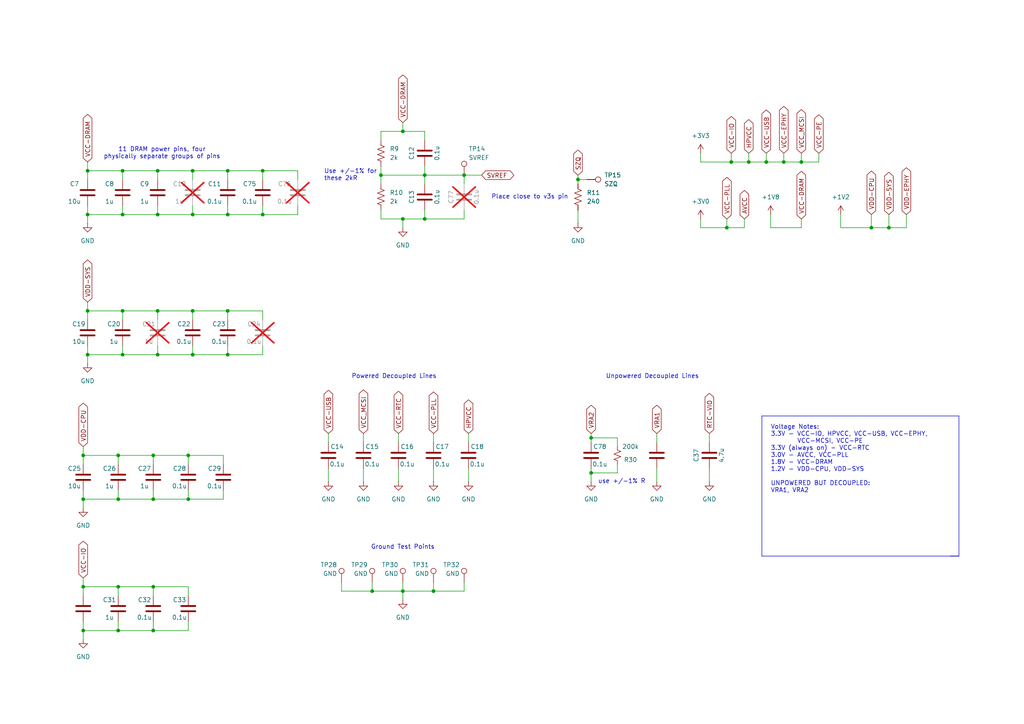
<source format=kicad_sch>
(kicad_sch
	(version 20250114)
	(generator "eeschema")
	(generator_version "9.0")
	(uuid "52145dbf-9fe0-4f08-91fb-225e6793c338")
	(paper "A4")
	(title_block
		(title "Wireless Backup Camera - Encoder")
		(company "Group 25 Senior Design")
	)
	(lib_symbols
		(symbol "Connector:TestPoint"
			(pin_numbers
				(hide yes)
			)
			(pin_names
				(offset 0.762)
				(hide yes)
			)
			(exclude_from_sim no)
			(in_bom yes)
			(on_board yes)
			(property "Reference" "TP"
				(at 0 6.858 0)
				(effects
					(font
						(size 1.27 1.27)
					)
				)
			)
			(property "Value" "TestPoint"
				(at 0 5.08 0)
				(effects
					(font
						(size 1.27 1.27)
					)
				)
			)
			(property "Footprint" ""
				(at 5.08 0 0)
				(effects
					(font
						(size 1.27 1.27)
					)
					(hide yes)
				)
			)
			(property "Datasheet" "~"
				(at 5.08 0 0)
				(effects
					(font
						(size 1.27 1.27)
					)
					(hide yes)
				)
			)
			(property "Description" "test point"
				(at 0 0 0)
				(effects
					(font
						(size 1.27 1.27)
					)
					(hide yes)
				)
			)
			(property "ki_keywords" "test point tp"
				(at 0 0 0)
				(effects
					(font
						(size 1.27 1.27)
					)
					(hide yes)
				)
			)
			(property "ki_fp_filters" "Pin* Test*"
				(at 0 0 0)
				(effects
					(font
						(size 1.27 1.27)
					)
					(hide yes)
				)
			)
			(symbol "TestPoint_0_1"
				(circle
					(center 0 3.302)
					(radius 0.762)
					(stroke
						(width 0)
						(type default)
					)
					(fill
						(type none)
					)
				)
			)
			(symbol "TestPoint_1_1"
				(pin passive line
					(at 0 0 90)
					(length 2.54)
					(name "1"
						(effects
							(font
								(size 1.27 1.27)
							)
						)
					)
					(number "1"
						(effects
							(font
								(size 1.27 1.27)
							)
						)
					)
				)
			)
			(embedded_fonts no)
		)
		(symbol "Device:C"
			(pin_numbers
				(hide yes)
			)
			(pin_names
				(offset 0.254)
			)
			(exclude_from_sim no)
			(in_bom yes)
			(on_board yes)
			(property "Reference" "C"
				(at 0.635 2.54 0)
				(effects
					(font
						(size 1.27 1.27)
					)
					(justify left)
				)
			)
			(property "Value" "C"
				(at 0.635 -2.54 0)
				(effects
					(font
						(size 1.27 1.27)
					)
					(justify left)
				)
			)
			(property "Footprint" ""
				(at 0.9652 -3.81 0)
				(effects
					(font
						(size 1.27 1.27)
					)
					(hide yes)
				)
			)
			(property "Datasheet" "~"
				(at 0 0 0)
				(effects
					(font
						(size 1.27 1.27)
					)
					(hide yes)
				)
			)
			(property "Description" "Unpolarized capacitor"
				(at 0 0 0)
				(effects
					(font
						(size 1.27 1.27)
					)
					(hide yes)
				)
			)
			(property "ki_keywords" "cap capacitor"
				(at 0 0 0)
				(effects
					(font
						(size 1.27 1.27)
					)
					(hide yes)
				)
			)
			(property "ki_fp_filters" "C_*"
				(at 0 0 0)
				(effects
					(font
						(size 1.27 1.27)
					)
					(hide yes)
				)
			)
			(symbol "C_0_1"
				(polyline
					(pts
						(xy -2.032 0.762) (xy 2.032 0.762)
					)
					(stroke
						(width 0.508)
						(type default)
					)
					(fill
						(type none)
					)
				)
				(polyline
					(pts
						(xy -2.032 -0.762) (xy 2.032 -0.762)
					)
					(stroke
						(width 0.508)
						(type default)
					)
					(fill
						(type none)
					)
				)
			)
			(symbol "C_1_1"
				(pin passive line
					(at 0 3.81 270)
					(length 2.794)
					(name "~"
						(effects
							(font
								(size 1.27 1.27)
							)
						)
					)
					(number "1"
						(effects
							(font
								(size 1.27 1.27)
							)
						)
					)
				)
				(pin passive line
					(at 0 -3.81 90)
					(length 2.794)
					(name "~"
						(effects
							(font
								(size 1.27 1.27)
							)
						)
					)
					(number "2"
						(effects
							(font
								(size 1.27 1.27)
							)
						)
					)
				)
			)
			(embedded_fonts no)
		)
		(symbol "Device:R_Small_US"
			(pin_numbers
				(hide yes)
			)
			(pin_names
				(offset 0.254)
				(hide yes)
			)
			(exclude_from_sim no)
			(in_bom yes)
			(on_board yes)
			(property "Reference" "R"
				(at 0.762 0.508 0)
				(effects
					(font
						(size 1.27 1.27)
					)
					(justify left)
				)
			)
			(property "Value" "R_Small_US"
				(at 0.762 -1.016 0)
				(effects
					(font
						(size 1.27 1.27)
					)
					(justify left)
				)
			)
			(property "Footprint" ""
				(at 0 0 0)
				(effects
					(font
						(size 1.27 1.27)
					)
					(hide yes)
				)
			)
			(property "Datasheet" "~"
				(at 0 0 0)
				(effects
					(font
						(size 1.27 1.27)
					)
					(hide yes)
				)
			)
			(property "Description" "Resistor, small US symbol"
				(at 0 0 0)
				(effects
					(font
						(size 1.27 1.27)
					)
					(hide yes)
				)
			)
			(property "ki_keywords" "r resistor"
				(at 0 0 0)
				(effects
					(font
						(size 1.27 1.27)
					)
					(hide yes)
				)
			)
			(property "ki_fp_filters" "R_*"
				(at 0 0 0)
				(effects
					(font
						(size 1.27 1.27)
					)
					(hide yes)
				)
			)
			(symbol "R_Small_US_1_1"
				(polyline
					(pts
						(xy 0 1.524) (xy 1.016 1.143) (xy 0 0.762) (xy -1.016 0.381) (xy 0 0)
					)
					(stroke
						(width 0)
						(type default)
					)
					(fill
						(type none)
					)
				)
				(polyline
					(pts
						(xy 0 0) (xy 1.016 -0.381) (xy 0 -0.762) (xy -1.016 -1.143) (xy 0 -1.524)
					)
					(stroke
						(width 0)
						(type default)
					)
					(fill
						(type none)
					)
				)
				(pin passive line
					(at 0 2.54 270)
					(length 1.016)
					(name "~"
						(effects
							(font
								(size 1.27 1.27)
							)
						)
					)
					(number "1"
						(effects
							(font
								(size 1.27 1.27)
							)
						)
					)
				)
				(pin passive line
					(at 0 -2.54 90)
					(length 1.016)
					(name "~"
						(effects
							(font
								(size 1.27 1.27)
							)
						)
					)
					(number "2"
						(effects
							(font
								(size 1.27 1.27)
							)
						)
					)
				)
			)
			(embedded_fonts no)
		)
		(symbol "Device:R_US"
			(pin_numbers
				(hide yes)
			)
			(pin_names
				(offset 0)
			)
			(exclude_from_sim no)
			(in_bom yes)
			(on_board yes)
			(property "Reference" "R"
				(at 2.54 0 90)
				(effects
					(font
						(size 1.27 1.27)
					)
				)
			)
			(property "Value" "R_US"
				(at -2.54 0 90)
				(effects
					(font
						(size 1.27 1.27)
					)
				)
			)
			(property "Footprint" ""
				(at 1.016 -0.254 90)
				(effects
					(font
						(size 1.27 1.27)
					)
					(hide yes)
				)
			)
			(property "Datasheet" "~"
				(at 0 0 0)
				(effects
					(font
						(size 1.27 1.27)
					)
					(hide yes)
				)
			)
			(property "Description" "Resistor, US symbol"
				(at 0 0 0)
				(effects
					(font
						(size 1.27 1.27)
					)
					(hide yes)
				)
			)
			(property "ki_keywords" "R res resistor"
				(at 0 0 0)
				(effects
					(font
						(size 1.27 1.27)
					)
					(hide yes)
				)
			)
			(property "ki_fp_filters" "R_*"
				(at 0 0 0)
				(effects
					(font
						(size 1.27 1.27)
					)
					(hide yes)
				)
			)
			(symbol "R_US_0_1"
				(polyline
					(pts
						(xy 0 2.286) (xy 0 2.54)
					)
					(stroke
						(width 0)
						(type default)
					)
					(fill
						(type none)
					)
				)
				(polyline
					(pts
						(xy 0 2.286) (xy 1.016 1.905) (xy 0 1.524) (xy -1.016 1.143) (xy 0 0.762)
					)
					(stroke
						(width 0)
						(type default)
					)
					(fill
						(type none)
					)
				)
				(polyline
					(pts
						(xy 0 0.762) (xy 1.016 0.381) (xy 0 0) (xy -1.016 -0.381) (xy 0 -0.762)
					)
					(stroke
						(width 0)
						(type default)
					)
					(fill
						(type none)
					)
				)
				(polyline
					(pts
						(xy 0 -0.762) (xy 1.016 -1.143) (xy 0 -1.524) (xy -1.016 -1.905) (xy 0 -2.286)
					)
					(stroke
						(width 0)
						(type default)
					)
					(fill
						(type none)
					)
				)
				(polyline
					(pts
						(xy 0 -2.286) (xy 0 -2.54)
					)
					(stroke
						(width 0)
						(type default)
					)
					(fill
						(type none)
					)
				)
			)
			(symbol "R_US_1_1"
				(pin passive line
					(at 0 3.81 270)
					(length 1.27)
					(name "~"
						(effects
							(font
								(size 1.27 1.27)
							)
						)
					)
					(number "1"
						(effects
							(font
								(size 1.27 1.27)
							)
						)
					)
				)
				(pin passive line
					(at 0 -3.81 90)
					(length 1.27)
					(name "~"
						(effects
							(font
								(size 1.27 1.27)
							)
						)
					)
					(number "2"
						(effects
							(font
								(size 1.27 1.27)
							)
						)
					)
				)
			)
			(embedded_fonts no)
		)
		(symbol "power:+1V2"
			(power)
			(pin_numbers
				(hide yes)
			)
			(pin_names
				(offset 0)
				(hide yes)
			)
			(exclude_from_sim no)
			(in_bom yes)
			(on_board yes)
			(property "Reference" "#PWR"
				(at 0 -3.81 0)
				(effects
					(font
						(size 1.27 1.27)
					)
					(hide yes)
				)
			)
			(property "Value" "+1V2"
				(at 0 3.556 0)
				(effects
					(font
						(size 1.27 1.27)
					)
				)
			)
			(property "Footprint" ""
				(at 0 0 0)
				(effects
					(font
						(size 1.27 1.27)
					)
					(hide yes)
				)
			)
			(property "Datasheet" ""
				(at 0 0 0)
				(effects
					(font
						(size 1.27 1.27)
					)
					(hide yes)
				)
			)
			(property "Description" "Power symbol creates a global label with name \"+1V2\""
				(at 0 0 0)
				(effects
					(font
						(size 1.27 1.27)
					)
					(hide yes)
				)
			)
			(property "ki_keywords" "global power"
				(at 0 0 0)
				(effects
					(font
						(size 1.27 1.27)
					)
					(hide yes)
				)
			)
			(symbol "+1V2_0_1"
				(polyline
					(pts
						(xy -0.762 1.27) (xy 0 2.54)
					)
					(stroke
						(width 0)
						(type default)
					)
					(fill
						(type none)
					)
				)
				(polyline
					(pts
						(xy 0 2.54) (xy 0.762 1.27)
					)
					(stroke
						(width 0)
						(type default)
					)
					(fill
						(type none)
					)
				)
				(polyline
					(pts
						(xy 0 0) (xy 0 2.54)
					)
					(stroke
						(width 0)
						(type default)
					)
					(fill
						(type none)
					)
				)
			)
			(symbol "+1V2_1_1"
				(pin power_in line
					(at 0 0 90)
					(length 0)
					(name "~"
						(effects
							(font
								(size 1.27 1.27)
							)
						)
					)
					(number "1"
						(effects
							(font
								(size 1.27 1.27)
							)
						)
					)
				)
			)
			(embedded_fonts no)
		)
		(symbol "power:+1V8"
			(power)
			(pin_numbers
				(hide yes)
			)
			(pin_names
				(offset 0)
				(hide yes)
			)
			(exclude_from_sim no)
			(in_bom yes)
			(on_board yes)
			(property "Reference" "#PWR"
				(at 0 -3.81 0)
				(effects
					(font
						(size 1.27 1.27)
					)
					(hide yes)
				)
			)
			(property "Value" "+1V8"
				(at 0 3.556 0)
				(effects
					(font
						(size 1.27 1.27)
					)
				)
			)
			(property "Footprint" ""
				(at 0 0 0)
				(effects
					(font
						(size 1.27 1.27)
					)
					(hide yes)
				)
			)
			(property "Datasheet" ""
				(at 0 0 0)
				(effects
					(font
						(size 1.27 1.27)
					)
					(hide yes)
				)
			)
			(property "Description" "Power symbol creates a global label with name \"+1V8\""
				(at 0 0 0)
				(effects
					(font
						(size 1.27 1.27)
					)
					(hide yes)
				)
			)
			(property "ki_keywords" "global power"
				(at 0 0 0)
				(effects
					(font
						(size 1.27 1.27)
					)
					(hide yes)
				)
			)
			(symbol "+1V8_0_1"
				(polyline
					(pts
						(xy -0.762 1.27) (xy 0 2.54)
					)
					(stroke
						(width 0)
						(type default)
					)
					(fill
						(type none)
					)
				)
				(polyline
					(pts
						(xy 0 2.54) (xy 0.762 1.27)
					)
					(stroke
						(width 0)
						(type default)
					)
					(fill
						(type none)
					)
				)
				(polyline
					(pts
						(xy 0 0) (xy 0 2.54)
					)
					(stroke
						(width 0)
						(type default)
					)
					(fill
						(type none)
					)
				)
			)
			(symbol "+1V8_1_1"
				(pin power_in line
					(at 0 0 90)
					(length 0)
					(name "~"
						(effects
							(font
								(size 1.27 1.27)
							)
						)
					)
					(number "1"
						(effects
							(font
								(size 1.27 1.27)
							)
						)
					)
				)
			)
			(embedded_fonts no)
		)
		(symbol "power:+3V0"
			(power)
			(pin_numbers
				(hide yes)
			)
			(pin_names
				(offset 0)
				(hide yes)
			)
			(exclude_from_sim no)
			(in_bom yes)
			(on_board yes)
			(property "Reference" "#PWR"
				(at 0 -3.81 0)
				(effects
					(font
						(size 1.27 1.27)
					)
					(hide yes)
				)
			)
			(property "Value" "+3V0"
				(at 0 3.556 0)
				(effects
					(font
						(size 1.27 1.27)
					)
				)
			)
			(property "Footprint" ""
				(at 0 0 0)
				(effects
					(font
						(size 1.27 1.27)
					)
					(hide yes)
				)
			)
			(property "Datasheet" ""
				(at 0 0 0)
				(effects
					(font
						(size 1.27 1.27)
					)
					(hide yes)
				)
			)
			(property "Description" "Power symbol creates a global label with name \"+3V0\""
				(at 0 0 0)
				(effects
					(font
						(size 1.27 1.27)
					)
					(hide yes)
				)
			)
			(property "ki_keywords" "global power"
				(at 0 0 0)
				(effects
					(font
						(size 1.27 1.27)
					)
					(hide yes)
				)
			)
			(symbol "+3V0_0_1"
				(polyline
					(pts
						(xy -0.762 1.27) (xy 0 2.54)
					)
					(stroke
						(width 0)
						(type default)
					)
					(fill
						(type none)
					)
				)
				(polyline
					(pts
						(xy 0 2.54) (xy 0.762 1.27)
					)
					(stroke
						(width 0)
						(type default)
					)
					(fill
						(type none)
					)
				)
				(polyline
					(pts
						(xy 0 0) (xy 0 2.54)
					)
					(stroke
						(width 0)
						(type default)
					)
					(fill
						(type none)
					)
				)
			)
			(symbol "+3V0_1_1"
				(pin power_in line
					(at 0 0 90)
					(length 0)
					(name "~"
						(effects
							(font
								(size 1.27 1.27)
							)
						)
					)
					(number "1"
						(effects
							(font
								(size 1.27 1.27)
							)
						)
					)
				)
			)
			(embedded_fonts no)
		)
		(symbol "power:+3V3"
			(power)
			(pin_numbers
				(hide yes)
			)
			(pin_names
				(offset 0)
				(hide yes)
			)
			(exclude_from_sim no)
			(in_bom yes)
			(on_board yes)
			(property "Reference" "#PWR"
				(at 0 -3.81 0)
				(effects
					(font
						(size 1.27 1.27)
					)
					(hide yes)
				)
			)
			(property "Value" "+3V3"
				(at 0 3.556 0)
				(effects
					(font
						(size 1.27 1.27)
					)
				)
			)
			(property "Footprint" ""
				(at 0 0 0)
				(effects
					(font
						(size 1.27 1.27)
					)
					(hide yes)
				)
			)
			(property "Datasheet" ""
				(at 0 0 0)
				(effects
					(font
						(size 1.27 1.27)
					)
					(hide yes)
				)
			)
			(property "Description" "Power symbol creates a global label with name \"+3V3\""
				(at 0 0 0)
				(effects
					(font
						(size 1.27 1.27)
					)
					(hide yes)
				)
			)
			(property "ki_keywords" "global power"
				(at 0 0 0)
				(effects
					(font
						(size 1.27 1.27)
					)
					(hide yes)
				)
			)
			(symbol "+3V3_0_1"
				(polyline
					(pts
						(xy -0.762 1.27) (xy 0 2.54)
					)
					(stroke
						(width 0)
						(type default)
					)
					(fill
						(type none)
					)
				)
				(polyline
					(pts
						(xy 0 2.54) (xy 0.762 1.27)
					)
					(stroke
						(width 0)
						(type default)
					)
					(fill
						(type none)
					)
				)
				(polyline
					(pts
						(xy 0 0) (xy 0 2.54)
					)
					(stroke
						(width 0)
						(type default)
					)
					(fill
						(type none)
					)
				)
			)
			(symbol "+3V3_1_1"
				(pin power_in line
					(at 0 0 90)
					(length 0)
					(name "~"
						(effects
							(font
								(size 1.27 1.27)
							)
						)
					)
					(number "1"
						(effects
							(font
								(size 1.27 1.27)
							)
						)
					)
				)
			)
			(embedded_fonts no)
		)
		(symbol "power:GND"
			(power)
			(pin_numbers
				(hide yes)
			)
			(pin_names
				(offset 0)
				(hide yes)
			)
			(exclude_from_sim no)
			(in_bom yes)
			(on_board yes)
			(property "Reference" "#PWR"
				(at 0 -6.35 0)
				(effects
					(font
						(size 1.27 1.27)
					)
					(hide yes)
				)
			)
			(property "Value" "GND"
				(at 0 -3.81 0)
				(effects
					(font
						(size 1.27 1.27)
					)
				)
			)
			(property "Footprint" ""
				(at 0 0 0)
				(effects
					(font
						(size 1.27 1.27)
					)
					(hide yes)
				)
			)
			(property "Datasheet" ""
				(at 0 0 0)
				(effects
					(font
						(size 1.27 1.27)
					)
					(hide yes)
				)
			)
			(property "Description" "Power symbol creates a global label with name \"GND\" , ground"
				(at 0 0 0)
				(effects
					(font
						(size 1.27 1.27)
					)
					(hide yes)
				)
			)
			(property "ki_keywords" "global power"
				(at 0 0 0)
				(effects
					(font
						(size 1.27 1.27)
					)
					(hide yes)
				)
			)
			(symbol "GND_0_1"
				(polyline
					(pts
						(xy 0 0) (xy 0 -1.27) (xy 1.27 -1.27) (xy 0 -2.54) (xy -1.27 -1.27) (xy 0 -1.27)
					)
					(stroke
						(width 0)
						(type default)
					)
					(fill
						(type none)
					)
				)
			)
			(symbol "GND_1_1"
				(pin power_in line
					(at 0 0 270)
					(length 0)
					(name "~"
						(effects
							(font
								(size 1.27 1.27)
							)
						)
					)
					(number "1"
						(effects
							(font
								(size 1.27 1.27)
							)
						)
					)
				)
			)
			(embedded_fonts no)
		)
	)
	(text "Place close to v3s pin"
		(exclude_from_sim no)
		(at 153.67 57.15 0)
		(effects
			(font
				(size 1.27 1.27)
			)
		)
		(uuid "110785b4-c724-4c1e-9fe5-ad125dff170f")
	)
	(text "11 DRAM power pins, four\nphysically separate groups of pins"
		(exclude_from_sim no)
		(at 46.99 44.45 0)
		(effects
			(font
				(size 1.27 1.27)
			)
		)
		(uuid "3b302066-54bc-4a2e-8d98-9c228daab175")
	)
	(text "Voltage Notes:\n3.3V - VCC-IO, HPVCC, VCC-USB, VCC-EPHY,\n	   VCC-MCSI, VCC-PE\n3.3V (always on) - VCC-RTC\n3.0V - AVCC, VCC-PLL\n1.8V - VCC-DRAM\n1.2V - VDD-CPU, VDD-SYS\n\nUNPOWERED BUT DECOUPLED:\nVRA1, VRA2\n"
		(exclude_from_sim no)
		(at 223.52 123.19 0)
		(effects
			(font
				(size 1.27 1.27)
			)
			(justify left top)
		)
		(uuid "3dcb0fc3-313c-474c-a6cf-7be5242183b1")
	)
	(text "Ground Test Points"
		(exclude_from_sim no)
		(at 116.84 158.75 0)
		(effects
			(font
				(size 1.27 1.27)
			)
		)
		(uuid "4901fa1b-4b75-440c-bcf1-bb81b71eb1b9")
	)
	(text "Powered Decoupled Lines"
		(exclude_from_sim no)
		(at 114.3 109.22 0)
		(effects
			(font
				(size 1.27 1.27)
			)
		)
		(uuid "5165c20f-4aa0-400f-a91e-9e8476dfffd9")
	)
	(text "Use +/-1% for\nthese 2kR"
		(exclude_from_sim no)
		(at 93.98 50.8 0)
		(effects
			(font
				(size 1.27 1.27)
			)
			(justify left)
		)
		(uuid "78f649ab-4cd2-46cf-9501-b33592eb1d00")
	)
	(text "Unpowered Decoupled Lines"
		(exclude_from_sim no)
		(at 189.23 109.22 0)
		(effects
			(font
				(size 1.27 1.27)
			)
		)
		(uuid "8aa6404e-74b4-4d01-a789-9aa112c1af55")
	)
	(text "use +/-1% R"
		(exclude_from_sim no)
		(at 180.34 139.7 0)
		(effects
			(font
				(size 1.27 1.27)
			)
		)
		(uuid "d5e99a4a-7d0a-4190-98da-aeaba7f604f8")
	)
	(junction
		(at 66.04 102.87)
		(diameter 0)
		(color 0 0 0 0)
		(uuid "01f41cd5-4786-4afc-b51e-3c3fe5f572aa")
	)
	(junction
		(at 171.45 127)
		(diameter 0)
		(color 0 0 0 0)
		(uuid "045c851a-a7b2-4ee6-b730-a1bb48417dca")
	)
	(junction
		(at 66.04 49.53)
		(diameter 0)
		(color 0 0 0 0)
		(uuid "109712da-6f7b-4985-b70e-6c0aa331fadb")
	)
	(junction
		(at 44.45 132.08)
		(diameter 0)
		(color 0 0 0 0)
		(uuid "11ac9d92-91cf-4220-8d8e-c6f5e1e03e26")
	)
	(junction
		(at 35.56 102.87)
		(diameter 0)
		(color 0 0 0 0)
		(uuid "11ad6d04-02ef-420e-8561-8a8d90388bc8")
	)
	(junction
		(at 34.29 144.78)
		(diameter 0)
		(color 0 0 0 0)
		(uuid "153eef70-a8a0-42cd-96ff-b753e5afcb89")
	)
	(junction
		(at 116.84 171.45)
		(diameter 0)
		(color 0 0 0 0)
		(uuid "1761342c-38b5-4133-a569-ac4d57cb89ed")
	)
	(junction
		(at 44.45 182.88)
		(diameter 0)
		(color 0 0 0 0)
		(uuid "184d7db7-16cb-4aa7-a6fa-549e18f3bb59")
	)
	(junction
		(at 25.4 49.53)
		(diameter 0)
		(color 0 0 0 0)
		(uuid "18c89414-4ed0-49eb-adf6-8e104eac064e")
	)
	(junction
		(at 24.13 182.88)
		(diameter 0)
		(color 0 0 0 0)
		(uuid "19e39510-6150-42d7-a595-9eabc89875ae")
	)
	(junction
		(at 167.64 52.07)
		(diameter 0)
		(color 0 0 0 0)
		(uuid "1f2c313d-91f1-410c-afa9-bbc043cf0da1")
	)
	(junction
		(at 45.72 49.53)
		(diameter 0)
		(color 0 0 0 0)
		(uuid "23472458-774e-4127-b634-f5da87b33398")
	)
	(junction
		(at 25.4 102.87)
		(diameter 0)
		(color 0 0 0 0)
		(uuid "23a8d6b2-2365-4792-9de2-6a3cb173198c")
	)
	(junction
		(at 24.13 170.18)
		(diameter 0)
		(color 0 0 0 0)
		(uuid "23b7fac2-8592-4698-a38c-713409556b7e")
	)
	(junction
		(at 116.84 63.5)
		(diameter 0)
		(color 0 0 0 0)
		(uuid "279d6762-3f08-454c-b542-10b0edaa0144")
	)
	(junction
		(at 55.88 90.17)
		(diameter 0)
		(color 0 0 0 0)
		(uuid "2c391073-44b1-48aa-a663-735c4eaaafab")
	)
	(junction
		(at 217.17 46.99)
		(diameter 0)
		(color 0 0 0 0)
		(uuid "2ec2e631-8cdb-46ba-a3ce-8b582ee2c78b")
	)
	(junction
		(at 107.95 171.45)
		(diameter 0)
		(color 0 0 0 0)
		(uuid "30ac60d2-c1b8-4bf8-9c64-a1034e5a515c")
	)
	(junction
		(at 35.56 90.17)
		(diameter 0)
		(color 0 0 0 0)
		(uuid "37a13d0d-619a-464d-b8e4-d026b1b80177")
	)
	(junction
		(at 44.45 144.78)
		(diameter 0)
		(color 0 0 0 0)
		(uuid "3dcd8188-7f33-4e3c-ba1e-6cfe8ae3a44c")
	)
	(junction
		(at 25.4 90.17)
		(diameter 0)
		(color 0 0 0 0)
		(uuid "43f0430e-d867-4ac1-a146-ea66ca8f50e8")
	)
	(junction
		(at 212.09 46.99)
		(diameter 0)
		(color 0 0 0 0)
		(uuid "4f07deda-d94b-4fa1-8fd5-f97c9e4d4440")
	)
	(junction
		(at 171.45 137.16)
		(diameter 0)
		(color 0 0 0 0)
		(uuid "5be75dc3-078d-422b-9140-2386b3a04c42")
	)
	(junction
		(at 66.04 62.23)
		(diameter 0)
		(color 0 0 0 0)
		(uuid "6248d615-1f6c-467f-80ae-923ed16e1718")
	)
	(junction
		(at 252.73 66.04)
		(diameter 0)
		(color 0 0 0 0)
		(uuid "748069a3-d047-4c60-914c-7be6aa7203dd")
	)
	(junction
		(at 55.88 49.53)
		(diameter 0)
		(color 0 0 0 0)
		(uuid "757c13d0-81a0-41e5-af66-3294e3618f4a")
	)
	(junction
		(at 257.81 66.04)
		(diameter 0)
		(color 0 0 0 0)
		(uuid "7f9c65cf-682e-407a-888c-13c14eb5fce7")
	)
	(junction
		(at 54.61 132.08)
		(diameter 0)
		(color 0 0 0 0)
		(uuid "844f4923-505c-497c-8b1c-bc8ee8558c29")
	)
	(junction
		(at 123.19 50.8)
		(diameter 0)
		(color 0 0 0 0)
		(uuid "892ad6b7-e36a-4ae5-9fae-848f131f6fe8")
	)
	(junction
		(at 24.13 144.78)
		(diameter 0)
		(color 0 0 0 0)
		(uuid "8a1ee50b-16b7-4b37-ac6c-38a95a404f9a")
	)
	(junction
		(at 45.72 62.23)
		(diameter 0)
		(color 0 0 0 0)
		(uuid "8c2277f2-d7df-490d-bb08-403967953bcb")
	)
	(junction
		(at 55.88 102.87)
		(diameter 0)
		(color 0 0 0 0)
		(uuid "91bb9704-fc34-4a83-b955-7e02b3158423")
	)
	(junction
		(at 66.04 90.17)
		(diameter 0)
		(color 0 0 0 0)
		(uuid "a11b1f77-331f-4156-b43d-0b0cb17685c8")
	)
	(junction
		(at 125.73 171.45)
		(diameter 0)
		(color 0 0 0 0)
		(uuid "a605ab4e-8c0b-445c-b91b-511e1d19f166")
	)
	(junction
		(at 110.49 50.8)
		(diameter 0)
		(color 0 0 0 0)
		(uuid "a87b2833-4e96-4956-8005-85d49e03ea9f")
	)
	(junction
		(at 35.56 62.23)
		(diameter 0)
		(color 0 0 0 0)
		(uuid "abede7fc-3546-4538-842b-5fba19aee385")
	)
	(junction
		(at 232.41 46.99)
		(diameter 0)
		(color 0 0 0 0)
		(uuid "b9189494-14d2-4037-a090-b9f567f7a216")
	)
	(junction
		(at 24.13 132.08)
		(diameter 0)
		(color 0 0 0 0)
		(uuid "bf702315-d13b-40c6-a90c-b71fa9a8aee1")
	)
	(junction
		(at 45.72 90.17)
		(diameter 0)
		(color 0 0 0 0)
		(uuid "c055483a-88e3-4d4a-8a35-849bdbd0ae74")
	)
	(junction
		(at 76.2 62.23)
		(diameter 0)
		(color 0 0 0 0)
		(uuid "c0bac00b-1c50-44e5-b167-635ee2414f8e")
	)
	(junction
		(at 35.56 49.53)
		(diameter 0)
		(color 0 0 0 0)
		(uuid "c42dad64-0989-4554-8f18-d2928e4f36a6")
	)
	(junction
		(at 222.25 46.99)
		(diameter 0)
		(color 0 0 0 0)
		(uuid "c5576a66-1cea-488f-8b47-a97505a4ecb4")
	)
	(junction
		(at 34.29 170.18)
		(diameter 0)
		(color 0 0 0 0)
		(uuid "c7d467f7-7694-47a9-a61f-22824e7f18df")
	)
	(junction
		(at 34.29 182.88)
		(diameter 0)
		(color 0 0 0 0)
		(uuid "c8dd136f-6d06-4ee6-b9a2-9d798c467f6d")
	)
	(junction
		(at 44.45 170.18)
		(diameter 0)
		(color 0 0 0 0)
		(uuid "d23b065c-f2c2-43f1-ae86-f27f4a9e5295")
	)
	(junction
		(at 210.82 66.04)
		(diameter 0)
		(color 0 0 0 0)
		(uuid "dc341141-3ce6-4427-b595-be390fb4038a")
	)
	(junction
		(at 34.29 132.08)
		(diameter 0)
		(color 0 0 0 0)
		(uuid "dd27e650-8fdd-40ca-b862-aea002dd167d")
	)
	(junction
		(at 123.19 63.5)
		(diameter 0)
		(color 0 0 0 0)
		(uuid "dfb7245c-0df1-4491-a857-d63dad1efa5c")
	)
	(junction
		(at 25.4 62.23)
		(diameter 0)
		(color 0 0 0 0)
		(uuid "ed671119-9f37-43b4-b77d-96a3fe09e538")
	)
	(junction
		(at 76.2 49.53)
		(diameter 0)
		(color 0 0 0 0)
		(uuid "ee4d21f1-914f-43f9-a3ac-ec297e6bf934")
	)
	(junction
		(at 227.33 46.99)
		(diameter 0)
		(color 0 0 0 0)
		(uuid "f102e2ce-9768-4d9f-87f9-3a821f9edea0")
	)
	(junction
		(at 54.61 144.78)
		(diameter 0)
		(color 0 0 0 0)
		(uuid "f38aaa59-a02b-427a-9266-5a0a1415d4fa")
	)
	(junction
		(at 55.88 62.23)
		(diameter 0)
		(color 0 0 0 0)
		(uuid "f409376b-dfc4-4593-8e8d-184dcd65840b")
	)
	(junction
		(at 134.62 50.8)
		(diameter 0)
		(color 0 0 0 0)
		(uuid "f693958d-1c59-4c93-b5e6-0ae36941414f")
	)
	(junction
		(at 116.84 38.1)
		(diameter 0)
		(color 0 0 0 0)
		(uuid "fd4d8e7f-6685-4d66-bb42-190dbe582659")
	)
	(junction
		(at 45.72 102.87)
		(diameter 0)
		(color 0 0 0 0)
		(uuid "fe569b13-ea81-476b-8abf-8372bd711fcc")
	)
	(wire
		(pts
			(xy 66.04 62.23) (xy 55.88 62.23)
		)
		(stroke
			(width 0)
			(type default)
		)
		(uuid "003fde66-bff9-41b0-a1b4-536903b4cdab")
	)
	(wire
		(pts
			(xy 66.04 100.33) (xy 66.04 102.87)
		)
		(stroke
			(width 0)
			(type default)
		)
		(uuid "00bdfb0e-a186-4ea2-984b-11f3163d6f7a")
	)
	(wire
		(pts
			(xy 116.84 171.45) (xy 125.73 171.45)
		)
		(stroke
			(width 0)
			(type default)
		)
		(uuid "00fd2cbf-6cd1-48bb-aeb4-2429884f33e3")
	)
	(wire
		(pts
			(xy 171.45 125.73) (xy 171.45 127)
		)
		(stroke
			(width 0)
			(type default)
		)
		(uuid "03c7ec25-57c0-45e1-adf1-bb1d25b72260")
	)
	(wire
		(pts
			(xy 64.77 134.62) (xy 64.77 132.08)
		)
		(stroke
			(width 0)
			(type default)
		)
		(uuid "0770c239-0086-4a30-a548-44ee3c0bb7f3")
	)
	(wire
		(pts
			(xy 222.25 44.45) (xy 222.25 46.99)
		)
		(stroke
			(width 0)
			(type default)
		)
		(uuid "07846528-ce1d-4871-8e50-e6345fb02716")
	)
	(wire
		(pts
			(xy 179.07 129.54) (xy 179.07 127)
		)
		(stroke
			(width 0)
			(type default)
		)
		(uuid "0a28c060-1c33-4e11-8a4c-1d67dca13467")
	)
	(wire
		(pts
			(xy 134.62 60.96) (xy 134.62 63.5)
		)
		(stroke
			(width 0)
			(type default)
		)
		(uuid "0b50ed7c-ce6e-4e36-8865-19e51a25380c")
	)
	(wire
		(pts
			(xy 86.36 59.69) (xy 86.36 62.23)
		)
		(stroke
			(width 0)
			(type default)
		)
		(uuid "0cf2e02f-9b34-4f5e-bf0e-a09ef4b18344")
	)
	(polyline
		(pts
			(xy 220.98 161.29) (xy 220.98 120.65)
		)
		(stroke
			(width 0)
			(type default)
		)
		(uuid "0f050189-ae53-44b1-a651-e35528012387")
	)
	(wire
		(pts
			(xy 203.2 66.04) (xy 203.2 63.5)
		)
		(stroke
			(width 0)
			(type default)
		)
		(uuid "0fe41d46-c7df-416b-a4fa-a50dd5a1ac00")
	)
	(wire
		(pts
			(xy 35.56 62.23) (xy 25.4 62.23)
		)
		(stroke
			(width 0)
			(type default)
		)
		(uuid "102c5985-56aa-49ba-94f1-5374a2842410")
	)
	(wire
		(pts
			(xy 95.25 125.73) (xy 95.25 128.27)
		)
		(stroke
			(width 0)
			(type default)
		)
		(uuid "11490782-9eeb-46ab-a926-89a4fc64f5cd")
	)
	(wire
		(pts
			(xy 115.57 135.89) (xy 115.57 139.7)
		)
		(stroke
			(width 0)
			(type default)
		)
		(uuid "145c6136-dd8a-4637-8945-00d64a1f0739")
	)
	(wire
		(pts
			(xy 34.29 144.78) (xy 24.13 144.78)
		)
		(stroke
			(width 0)
			(type default)
		)
		(uuid "18b3787d-e449-4831-8c0f-b5ba9743d747")
	)
	(wire
		(pts
			(xy 116.84 63.5) (xy 123.19 63.5)
		)
		(stroke
			(width 0)
			(type default)
		)
		(uuid "190afd17-394c-4d26-bb28-d16a19ad2442")
	)
	(wire
		(pts
			(xy 179.07 134.62) (xy 179.07 137.16)
		)
		(stroke
			(width 0)
			(type default)
		)
		(uuid "19b828ed-7d01-4126-95eb-363584d619f5")
	)
	(wire
		(pts
			(xy 243.84 66.04) (xy 243.84 62.23)
		)
		(stroke
			(width 0)
			(type default)
		)
		(uuid "1c4f0098-c68b-4efe-9e73-99da76ef27b0")
	)
	(wire
		(pts
			(xy 45.72 102.87) (xy 35.56 102.87)
		)
		(stroke
			(width 0)
			(type default)
		)
		(uuid "1cd8574c-2779-43f6-8da3-1ec3953c1ea8")
	)
	(wire
		(pts
			(xy 54.61 134.62) (xy 54.61 132.08)
		)
		(stroke
			(width 0)
			(type default)
		)
		(uuid "1d4a6ce4-7127-4640-aad4-7b9c158e82be")
	)
	(wire
		(pts
			(xy 237.49 46.99) (xy 232.41 46.99)
		)
		(stroke
			(width 0)
			(type default)
		)
		(uuid "1daf6512-4e94-40e9-bdfc-3871e573c713")
	)
	(wire
		(pts
			(xy 222.25 46.99) (xy 217.17 46.99)
		)
		(stroke
			(width 0)
			(type default)
		)
		(uuid "1de75701-3c48-4431-8bc0-550379500ab2")
	)
	(wire
		(pts
			(xy 24.13 142.24) (xy 24.13 144.78)
		)
		(stroke
			(width 0)
			(type default)
		)
		(uuid "200434cf-3474-41e3-87a2-4070fa6632d7")
	)
	(wire
		(pts
			(xy 44.45 134.62) (xy 44.45 132.08)
		)
		(stroke
			(width 0)
			(type default)
		)
		(uuid "206f7821-dd39-4714-9090-4daf372e3f29")
	)
	(wire
		(pts
			(xy 123.19 50.8) (xy 134.62 50.8)
		)
		(stroke
			(width 0)
			(type default)
		)
		(uuid "2351b470-d6db-44f5-aca5-861cec2449f9")
	)
	(wire
		(pts
			(xy 105.41 135.89) (xy 105.41 139.7)
		)
		(stroke
			(width 0)
			(type default)
		)
		(uuid "256363c0-725d-40a6-a7d3-4ccc7590071a")
	)
	(wire
		(pts
			(xy 66.04 102.87) (xy 55.88 102.87)
		)
		(stroke
			(width 0)
			(type default)
		)
		(uuid "28437614-f729-4a19-8181-c9527319e0b1")
	)
	(wire
		(pts
			(xy 171.45 127) (xy 171.45 128.27)
		)
		(stroke
			(width 0)
			(type default)
		)
		(uuid "2860a7ad-8ed6-41e4-a8cf-4d3c73004b99")
	)
	(wire
		(pts
			(xy 64.77 132.08) (xy 54.61 132.08)
		)
		(stroke
			(width 0)
			(type default)
		)
		(uuid "291289a3-07dc-4b28-b29b-4d9510eec842")
	)
	(wire
		(pts
			(xy 167.64 60.96) (xy 167.64 64.77)
		)
		(stroke
			(width 0)
			(type default)
		)
		(uuid "2c3e1cdf-cf10-4187-89f5-bb9220f0af00")
	)
	(wire
		(pts
			(xy 86.36 62.23) (xy 76.2 62.23)
		)
		(stroke
			(width 0)
			(type default)
		)
		(uuid "2f0c802f-2bca-42ad-afd3-dffb75ccd996")
	)
	(wire
		(pts
			(xy 252.73 66.04) (xy 243.84 66.04)
		)
		(stroke
			(width 0)
			(type default)
		)
		(uuid "33453159-114d-4914-88b6-139b96f9e32e")
	)
	(wire
		(pts
			(xy 66.04 49.53) (xy 55.88 49.53)
		)
		(stroke
			(width 0)
			(type default)
		)
		(uuid "33cdc363-b825-4a81-8dfa-64426aa8c539")
	)
	(wire
		(pts
			(xy 190.5 135.89) (xy 190.5 139.7)
		)
		(stroke
			(width 0)
			(type default)
		)
		(uuid "34d8fe1b-90ee-4122-8e40-08bd9f31e4ec")
	)
	(wire
		(pts
			(xy 55.88 52.07) (xy 55.88 49.53)
		)
		(stroke
			(width 0)
			(type default)
		)
		(uuid "35a05c51-f853-4d70-a21b-7860b51cce51")
	)
	(wire
		(pts
			(xy 123.19 38.1) (xy 123.19 40.64)
		)
		(stroke
			(width 0)
			(type default)
		)
		(uuid "36d1723e-4f3f-41c3-80e4-a885fdb54ebd")
	)
	(wire
		(pts
			(xy 257.81 62.23) (xy 257.81 66.04)
		)
		(stroke
			(width 0)
			(type default)
		)
		(uuid "379468db-ca32-4b6d-82d5-db5f2d15d629")
	)
	(wire
		(pts
			(xy 45.72 52.07) (xy 45.72 49.53)
		)
		(stroke
			(width 0)
			(type default)
		)
		(uuid "39b36e99-9446-4042-ba82-7ac46e8ab77a")
	)
	(wire
		(pts
			(xy 24.13 132.08) (xy 24.13 134.62)
		)
		(stroke
			(width 0)
			(type default)
		)
		(uuid "3adc27c1-d49a-40b7-9831-7ce50561a247")
	)
	(wire
		(pts
			(xy 25.4 87.63) (xy 25.4 90.17)
		)
		(stroke
			(width 0)
			(type default)
		)
		(uuid "3e29eabf-7319-4160-b1f4-721a8a2297ae")
	)
	(wire
		(pts
			(xy 24.13 180.34) (xy 24.13 182.88)
		)
		(stroke
			(width 0)
			(type default)
		)
		(uuid "3ea0be1b-398a-4869-a43d-c83c2a7bd3b5")
	)
	(wire
		(pts
			(xy 107.95 171.45) (xy 116.84 171.45)
		)
		(stroke
			(width 0)
			(type default)
		)
		(uuid "3ebcd7f5-a823-4204-a1cd-fc34d48c98f2")
	)
	(wire
		(pts
			(xy 45.72 59.69) (xy 45.72 62.23)
		)
		(stroke
			(width 0)
			(type default)
		)
		(uuid "3f1c0e57-a884-4c71-9649-be5b58784ed7")
	)
	(wire
		(pts
			(xy 24.13 182.88) (xy 24.13 185.42)
		)
		(stroke
			(width 0)
			(type default)
		)
		(uuid "3f4931f7-dead-4059-a817-452f5f797310")
	)
	(wire
		(pts
			(xy 64.77 144.78) (xy 54.61 144.78)
		)
		(stroke
			(width 0)
			(type default)
		)
		(uuid "415201e0-bd73-489a-b72d-42abdd89e452")
	)
	(wire
		(pts
			(xy 215.9 63.5) (xy 215.9 66.04)
		)
		(stroke
			(width 0)
			(type default)
		)
		(uuid "4182f0d8-93e0-4831-9044-08dd8c94fcf5")
	)
	(wire
		(pts
			(xy 125.73 135.89) (xy 125.73 139.7)
		)
		(stroke
			(width 0)
			(type default)
		)
		(uuid "43ab9592-0332-40a6-a4ab-bf196285e7fd")
	)
	(wire
		(pts
			(xy 110.49 40.64) (xy 110.49 38.1)
		)
		(stroke
			(width 0)
			(type default)
		)
		(uuid "455bbb06-de86-4667-9920-380c369358af")
	)
	(wire
		(pts
			(xy 125.73 171.45) (xy 125.73 168.91)
		)
		(stroke
			(width 0)
			(type default)
		)
		(uuid "47e861cb-5e00-4edf-8204-c1df5d12864d")
	)
	(wire
		(pts
			(xy 44.45 142.24) (xy 44.45 144.78)
		)
		(stroke
			(width 0)
			(type default)
		)
		(uuid "486e297b-445b-4347-807b-255243164532")
	)
	(wire
		(pts
			(xy 99.06 171.45) (xy 107.95 171.45)
		)
		(stroke
			(width 0)
			(type default)
		)
		(uuid "49f35495-0924-4dcb-ad7f-c0704bf21c39")
	)
	(wire
		(pts
			(xy 76.2 59.69) (xy 76.2 62.23)
		)
		(stroke
			(width 0)
			(type default)
		)
		(uuid "4b7e5371-b56e-4c34-abec-dd8d4fe48f57")
	)
	(wire
		(pts
			(xy 134.62 171.45) (xy 134.62 168.91)
		)
		(stroke
			(width 0)
			(type default)
		)
		(uuid "4c16ac84-5bea-418f-9d48-3487be8e4dfb")
	)
	(polyline
		(pts
			(xy 275.59 161.29) (xy 278.13 161.29)
		)
		(stroke
			(width 0)
			(type default)
		)
		(uuid "4c9a8ff2-c45c-4531-9de9-6b65158fffb2")
	)
	(wire
		(pts
			(xy 116.84 173.99) (xy 116.84 171.45)
		)
		(stroke
			(width 0)
			(type default)
		)
		(uuid "505b4e30-f0c9-4743-8212-a54812aa365e")
	)
	(wire
		(pts
			(xy 135.89 125.73) (xy 135.89 128.27)
		)
		(stroke
			(width 0)
			(type default)
		)
		(uuid "52d14f3a-2f5d-426e-97ac-a65ab1fa1e9b")
	)
	(wire
		(pts
			(xy 35.56 90.17) (xy 45.72 90.17)
		)
		(stroke
			(width 0)
			(type default)
		)
		(uuid "57dfe1bd-a606-4a0e-bd6d-a61676449c0d")
	)
	(wire
		(pts
			(xy 232.41 66.04) (xy 223.52 66.04)
		)
		(stroke
			(width 0)
			(type default)
		)
		(uuid "593b363d-0e8e-4c65-85f0-fb16758972df")
	)
	(wire
		(pts
			(xy 86.36 52.07) (xy 86.36 49.53)
		)
		(stroke
			(width 0)
			(type default)
		)
		(uuid "5943b33c-55f3-4c5d-9ba8-f0d45b13058d")
	)
	(wire
		(pts
			(xy 227.33 46.99) (xy 222.25 46.99)
		)
		(stroke
			(width 0)
			(type default)
		)
		(uuid "5cb1d7ec-0898-457c-9c29-a10815c0670f")
	)
	(wire
		(pts
			(xy 35.56 90.17) (xy 25.4 90.17)
		)
		(stroke
			(width 0)
			(type default)
		)
		(uuid "5cc207a2-eefb-4853-a5c8-d79c89be4d15")
	)
	(wire
		(pts
			(xy 34.29 132.08) (xy 44.45 132.08)
		)
		(stroke
			(width 0)
			(type default)
		)
		(uuid "5d60180b-7f90-4061-9649-47fa7ec8ea94")
	)
	(wire
		(pts
			(xy 34.29 182.88) (xy 44.45 182.88)
		)
		(stroke
			(width 0)
			(type default)
		)
		(uuid "6029b096-9ea0-4966-86dd-04c2ad7be5a0")
	)
	(wire
		(pts
			(xy 76.2 52.07) (xy 76.2 49.53)
		)
		(stroke
			(width 0)
			(type default)
		)
		(uuid "68064ec2-debb-4744-a8a6-197970265891")
	)
	(wire
		(pts
			(xy 190.5 125.73) (xy 190.5 128.27)
		)
		(stroke
			(width 0)
			(type default)
		)
		(uuid "6819a3f6-2078-4d0d-813d-e3d6efeb7687")
	)
	(wire
		(pts
			(xy 123.19 50.8) (xy 123.19 53.34)
		)
		(stroke
			(width 0)
			(type default)
		)
		(uuid "68d5c56d-701b-4d28-9c81-c11fad96d1ae")
	)
	(wire
		(pts
			(xy 107.95 171.45) (xy 107.95 168.91)
		)
		(stroke
			(width 0)
			(type default)
		)
		(uuid "6ef489a2-b525-4bca-a852-912ed3162bcd")
	)
	(wire
		(pts
			(xy 35.56 92.71) (xy 35.56 90.17)
		)
		(stroke
			(width 0)
			(type default)
		)
		(uuid "70848bd8-6e4a-41c6-9b27-4a047d52c4db")
	)
	(wire
		(pts
			(xy 203.2 66.04) (xy 210.82 66.04)
		)
		(stroke
			(width 0)
			(type default)
		)
		(uuid "734eb02a-7de7-4a05-bd33-e1bfd35115e4")
	)
	(wire
		(pts
			(xy 205.74 125.73) (xy 205.74 128.27)
		)
		(stroke
			(width 0)
			(type default)
		)
		(uuid "7628c125-5895-44a4-823d-de5d7ce0f941")
	)
	(wire
		(pts
			(xy 55.88 102.87) (xy 45.72 102.87)
		)
		(stroke
			(width 0)
			(type default)
		)
		(uuid "786e112f-8afe-4591-9675-e26305300f02")
	)
	(wire
		(pts
			(xy 110.49 38.1) (xy 116.84 38.1)
		)
		(stroke
			(width 0)
			(type default)
		)
		(uuid "7ac11789-3bc8-4019-b580-a2fbca094939")
	)
	(wire
		(pts
			(xy 110.49 50.8) (xy 110.49 53.34)
		)
		(stroke
			(width 0)
			(type default)
		)
		(uuid "7af6a70c-0600-46db-81d0-7d831aea4c26")
	)
	(wire
		(pts
			(xy 55.88 92.71) (xy 55.88 90.17)
		)
		(stroke
			(width 0)
			(type default)
		)
		(uuid "7c8343e4-fd37-447e-91ef-739cfa057dc9")
	)
	(wire
		(pts
			(xy 110.49 60.96) (xy 110.49 63.5)
		)
		(stroke
			(width 0)
			(type default)
		)
		(uuid "7e9d45b8-5f26-404e-b41b-2a8b481ac2b4")
	)
	(wire
		(pts
			(xy 95.25 135.89) (xy 95.25 139.7)
		)
		(stroke
			(width 0)
			(type default)
		)
		(uuid "7f0ff155-fbe3-41b6-b9a5-d04f1e614953")
	)
	(wire
		(pts
			(xy 45.72 92.71) (xy 45.72 90.17)
		)
		(stroke
			(width 0)
			(type default)
		)
		(uuid "80cb7361-bea4-4d64-8ffb-352b95952631")
	)
	(wire
		(pts
			(xy 171.45 137.16) (xy 171.45 139.7)
		)
		(stroke
			(width 0)
			(type default)
		)
		(uuid "8114d486-d5ee-41e4-bc95-604b8cf7dc7d")
	)
	(wire
		(pts
			(xy 45.72 100.33) (xy 45.72 102.87)
		)
		(stroke
			(width 0)
			(type default)
		)
		(uuid "879f699d-9d20-4585-828e-e243acb83e37")
	)
	(wire
		(pts
			(xy 205.74 135.89) (xy 205.74 139.7)
		)
		(stroke
			(width 0)
			(type default)
		)
		(uuid "8820941f-b931-408a-aab4-495d0fcd6bee")
	)
	(wire
		(pts
			(xy 34.29 134.62) (xy 34.29 132.08)
		)
		(stroke
			(width 0)
			(type default)
		)
		(uuid "888fad9b-f968-4d2d-9513-c76be9580a86")
	)
	(wire
		(pts
			(xy 105.41 125.73) (xy 105.41 128.27)
		)
		(stroke
			(width 0)
			(type default)
		)
		(uuid "88dd4187-69e8-447a-a98b-5eb92ba72f10")
	)
	(wire
		(pts
			(xy 24.13 144.78) (xy 24.13 147.32)
		)
		(stroke
			(width 0)
			(type default)
		)
		(uuid "89e5dc64-27f1-4e15-95d8-2a27b8ee98b3")
	)
	(wire
		(pts
			(xy 34.29 142.24) (xy 34.29 144.78)
		)
		(stroke
			(width 0)
			(type default)
		)
		(uuid "8c1bcbe4-e262-480f-8fec-364387be9090")
	)
	(wire
		(pts
			(xy 232.41 46.99) (xy 227.33 46.99)
		)
		(stroke
			(width 0)
			(type default)
		)
		(uuid "8d064031-76ad-40fd-8955-ccad3db85a2a")
	)
	(wire
		(pts
			(xy 35.56 49.53) (xy 45.72 49.53)
		)
		(stroke
			(width 0)
			(type default)
		)
		(uuid "8d1dbd7f-56da-4ecc-9ec3-a706ba0dee9d")
	)
	(wire
		(pts
			(xy 116.84 38.1) (xy 123.19 38.1)
		)
		(stroke
			(width 0)
			(type default)
		)
		(uuid "8d7298c1-354a-42d5-8b3d-61e0383a2208")
	)
	(wire
		(pts
			(xy 110.49 50.8) (xy 123.19 50.8)
		)
		(stroke
			(width 0)
			(type default)
		)
		(uuid "8db8fe0a-a23f-451c-9898-056e2ae0b9b4")
	)
	(wire
		(pts
			(xy 217.17 46.99) (xy 212.09 46.99)
		)
		(stroke
			(width 0)
			(type default)
		)
		(uuid "90711131-dd43-4195-9482-041ecd6c4cbb")
	)
	(wire
		(pts
			(xy 64.77 142.24) (xy 64.77 144.78)
		)
		(stroke
			(width 0)
			(type default)
		)
		(uuid "95399a6b-5b37-497e-9fdf-81b15f8f09a4")
	)
	(wire
		(pts
			(xy 44.45 180.34) (xy 44.45 182.88)
		)
		(stroke
			(width 0)
			(type default)
		)
		(uuid "95eb28fd-6589-4eba-ba8b-e25d09405634")
	)
	(wire
		(pts
			(xy 125.73 171.45) (xy 134.62 171.45)
		)
		(stroke
			(width 0)
			(type default)
		)
		(uuid "95edbebe-d254-47d5-beb7-6aad2cc198d7")
	)
	(wire
		(pts
			(xy 210.82 63.5) (xy 210.82 66.04)
		)
		(stroke
			(width 0)
			(type default)
		)
		(uuid "9649d21f-c6f7-46c9-b4b2-3dacbf101222")
	)
	(wire
		(pts
			(xy 35.56 62.23) (xy 45.72 62.23)
		)
		(stroke
			(width 0)
			(type default)
		)
		(uuid "98fafa19-cb09-46ca-9b6c-405d2051ef6b")
	)
	(wire
		(pts
			(xy 167.64 50.8) (xy 167.64 52.07)
		)
		(stroke
			(width 0)
			(type default)
		)
		(uuid "9931f79b-9ad1-44c3-9834-c46ee31f31f7")
	)
	(wire
		(pts
			(xy 66.04 90.17) (xy 76.2 90.17)
		)
		(stroke
			(width 0)
			(type default)
		)
		(uuid "9a17ed28-1056-4898-a1d4-271dd5abc69c")
	)
	(wire
		(pts
			(xy 76.2 62.23) (xy 66.04 62.23)
		)
		(stroke
			(width 0)
			(type default)
		)
		(uuid "9a40f2b5-9dbd-474e-992b-10e61b292272")
	)
	(wire
		(pts
			(xy 35.56 100.33) (xy 35.56 102.87)
		)
		(stroke
			(width 0)
			(type default)
		)
		(uuid "9d126c38-9e7f-477d-b4ce-8fd5d591be05")
	)
	(wire
		(pts
			(xy 76.2 90.17) (xy 76.2 92.71)
		)
		(stroke
			(width 0)
			(type default)
		)
		(uuid "a08f0304-d1ba-48b3-8f78-6a1cc98a6839")
	)
	(wire
		(pts
			(xy 116.84 171.45) (xy 116.84 168.91)
		)
		(stroke
			(width 0)
			(type default)
		)
		(uuid "a24bb56c-96dc-48f4-9d49-6b4b86d08369")
	)
	(wire
		(pts
			(xy 110.49 63.5) (xy 116.84 63.5)
		)
		(stroke
			(width 0)
			(type default)
		)
		(uuid "a3b17b76-5619-488e-9180-bbe94a95bdbf")
	)
	(wire
		(pts
			(xy 179.07 137.16) (xy 171.45 137.16)
		)
		(stroke
			(width 0)
			(type default)
		)
		(uuid "a47a1c9e-1a9d-4164-95f3-4c2806ed9f04")
	)
	(wire
		(pts
			(xy 54.61 144.78) (xy 44.45 144.78)
		)
		(stroke
			(width 0)
			(type default)
		)
		(uuid "a55d23d9-8843-4494-8677-e329ef9431e7")
	)
	(wire
		(pts
			(xy 35.56 59.69) (xy 35.56 62.23)
		)
		(stroke
			(width 0)
			(type default)
		)
		(uuid "a5a57548-01f2-4381-9b1a-624cb96539e8")
	)
	(wire
		(pts
			(xy 179.07 127) (xy 171.45 127)
		)
		(stroke
			(width 0)
			(type default)
		)
		(uuid "a70addb3-efe7-4201-84b0-2c6a63b01fea")
	)
	(wire
		(pts
			(xy 170.18 52.07) (xy 167.64 52.07)
		)
		(stroke
			(width 0)
			(type default)
		)
		(uuid "a73da64d-333f-4271-b7fd-cdc2ac6c3ca9")
	)
	(wire
		(pts
			(xy 135.89 135.89) (xy 135.89 139.7)
		)
		(stroke
			(width 0)
			(type default)
		)
		(uuid "a7a5b1cd-31e6-4bae-bbe9-dbe2c9bf0632")
	)
	(wire
		(pts
			(xy 35.56 102.87) (xy 25.4 102.87)
		)
		(stroke
			(width 0)
			(type default)
		)
		(uuid "a7bb5378-d485-4cb4-aaaa-8c2662dfef5d")
	)
	(wire
		(pts
			(xy 134.62 63.5) (xy 123.19 63.5)
		)
		(stroke
			(width 0)
			(type default)
		)
		(uuid "a84f0708-1034-4a59-af77-b4dc07538b64")
	)
	(wire
		(pts
			(xy 86.36 49.53) (xy 76.2 49.53)
		)
		(stroke
			(width 0)
			(type default)
		)
		(uuid "a8a56ce6-f9e5-49cc-aaad-7a7335a67fb3")
	)
	(wire
		(pts
			(xy 34.29 172.72) (xy 34.29 170.18)
		)
		(stroke
			(width 0)
			(type default)
		)
		(uuid "a8ca2392-e0db-41dd-ac33-b2125ef3c59b")
	)
	(wire
		(pts
			(xy 54.61 132.08) (xy 44.45 132.08)
		)
		(stroke
			(width 0)
			(type default)
		)
		(uuid "a9c1d8ac-c38f-4f2e-acd6-27f85168a60f")
	)
	(wire
		(pts
			(xy 55.88 49.53) (xy 45.72 49.53)
		)
		(stroke
			(width 0)
			(type default)
		)
		(uuid "aaf3ff97-2d91-44d8-8e69-5be2aa9aca00")
	)
	(polyline
		(pts
			(xy 278.13 120.65) (xy 278.13 161.29)
		)
		(stroke
			(width 0)
			(type default)
		)
		(uuid "ab208076-12e3-4e94-8b65-58b9d15d99d5")
	)
	(wire
		(pts
			(xy 34.29 170.18) (xy 24.13 170.18)
		)
		(stroke
			(width 0)
			(type default)
		)
		(uuid "ad805009-c5d0-443b-ad1f-8ac09609c732")
	)
	(wire
		(pts
			(xy 134.62 53.34) (xy 134.62 50.8)
		)
		(stroke
			(width 0)
			(type default)
		)
		(uuid "addd6f98-3e74-494f-b535-a8764033a730")
	)
	(wire
		(pts
			(xy 232.41 44.45) (xy 232.41 46.99)
		)
		(stroke
			(width 0)
			(type default)
		)
		(uuid "ae5e2412-a3c5-46f7-9af1-bc98651878bc")
	)
	(wire
		(pts
			(xy 116.84 35.56) (xy 116.84 38.1)
		)
		(stroke
			(width 0)
			(type default)
		)
		(uuid "ae8f35d0-729b-44e7-a292-e7dc93c72f99")
	)
	(wire
		(pts
			(xy 223.52 62.23) (xy 223.52 66.04)
		)
		(stroke
			(width 0)
			(type default)
		)
		(uuid "af57bb7a-6678-4648-8045-abd54bb35650")
	)
	(wire
		(pts
			(xy 66.04 59.69) (xy 66.04 62.23)
		)
		(stroke
			(width 0)
			(type default)
		)
		(uuid "af8e17c8-e995-4a5b-a667-06c2497a23e9")
	)
	(wire
		(pts
			(xy 54.61 170.18) (xy 44.45 170.18)
		)
		(stroke
			(width 0)
			(type default)
		)
		(uuid "afb8cf07-4239-4f4d-95b9-f6f0ad587adf")
	)
	(wire
		(pts
			(xy 35.56 49.53) (xy 25.4 49.53)
		)
		(stroke
			(width 0)
			(type default)
		)
		(uuid "b056ae9a-3f0a-4401-a1dd-3cb8220186df")
	)
	(wire
		(pts
			(xy 25.4 90.17) (xy 25.4 92.71)
		)
		(stroke
			(width 0)
			(type default)
		)
		(uuid "b26e8756-6446-47b6-84f7-27a0c8ec91e4")
	)
	(wire
		(pts
			(xy 215.9 66.04) (xy 210.82 66.04)
		)
		(stroke
			(width 0)
			(type default)
		)
		(uuid "b2ce4ea5-93dc-4a24-b244-f23850b820ad")
	)
	(wire
		(pts
			(xy 123.19 60.96) (xy 123.19 63.5)
		)
		(stroke
			(width 0)
			(type default)
		)
		(uuid "b7fd5cf7-8aa3-43b5-a697-cb3a0a2e18e2")
	)
	(wire
		(pts
			(xy 123.19 48.26) (xy 123.19 50.8)
		)
		(stroke
			(width 0)
			(type default)
		)
		(uuid "ba0ac8eb-3f4f-466d-bf05-49527d1c402c")
	)
	(wire
		(pts
			(xy 237.49 44.45) (xy 237.49 46.99)
		)
		(stroke
			(width 0)
			(type default)
		)
		(uuid "ba5cf104-af49-497b-87bb-4d64d14bf1e1")
	)
	(wire
		(pts
			(xy 34.29 132.08) (xy 24.13 132.08)
		)
		(stroke
			(width 0)
			(type default)
		)
		(uuid "bc150f5d-04a1-4147-a8de-2851b36a45d5")
	)
	(wire
		(pts
			(xy 55.88 90.17) (xy 45.72 90.17)
		)
		(stroke
			(width 0)
			(type default)
		)
		(uuid "bc2f600d-d62a-4380-8635-2b379753a853")
	)
	(wire
		(pts
			(xy 76.2 49.53) (xy 66.04 49.53)
		)
		(stroke
			(width 0)
			(type default)
		)
		(uuid "be7d1275-24ac-44dd-ac7f-944100ac887d")
	)
	(wire
		(pts
			(xy 66.04 52.07) (xy 66.04 49.53)
		)
		(stroke
			(width 0)
			(type default)
		)
		(uuid "bf832821-3d24-4880-ad03-dc59a4a5b190")
	)
	(wire
		(pts
			(xy 54.61 142.24) (xy 54.61 144.78)
		)
		(stroke
			(width 0)
			(type default)
		)
		(uuid "c031b59f-1c77-4a3b-901a-cc2e45434193")
	)
	(wire
		(pts
			(xy 34.29 170.18) (xy 44.45 170.18)
		)
		(stroke
			(width 0)
			(type default)
		)
		(uuid "c03465cd-602f-4128-83b3-b6ffe289ee2b")
	)
	(wire
		(pts
			(xy 55.88 100.33) (xy 55.88 102.87)
		)
		(stroke
			(width 0)
			(type default)
		)
		(uuid "c04c3847-ef31-4ed1-bcc3-f62643eadc36")
	)
	(wire
		(pts
			(xy 55.88 62.23) (xy 45.72 62.23)
		)
		(stroke
			(width 0)
			(type default)
		)
		(uuid "c16adf84-6786-49eb-a1c2-1ab06458ce61")
	)
	(wire
		(pts
			(xy 252.73 62.23) (xy 252.73 66.04)
		)
		(stroke
			(width 0)
			(type default)
		)
		(uuid "c172787c-b65d-44cc-a40c-d6b9d12d45f7")
	)
	(wire
		(pts
			(xy 34.29 180.34) (xy 34.29 182.88)
		)
		(stroke
			(width 0)
			(type default)
		)
		(uuid "c75e5638-0005-4d9f-9fee-10db8974c72e")
	)
	(wire
		(pts
			(xy 54.61 182.88) (xy 44.45 182.88)
		)
		(stroke
			(width 0)
			(type default)
		)
		(uuid "c8212f42-71b5-4779-ad40-681de788efd1")
	)
	(wire
		(pts
			(xy 167.64 52.07) (xy 167.64 53.34)
		)
		(stroke
			(width 0)
			(type default)
		)
		(uuid "cb550d69-cbad-4713-a272-ac8fde746e62")
	)
	(wire
		(pts
			(xy 66.04 102.87) (xy 76.2 102.87)
		)
		(stroke
			(width 0)
			(type default)
		)
		(uuid "cbd952a7-8f0d-465a-ab78-c9239fa3a585")
	)
	(wire
		(pts
			(xy 34.29 144.78) (xy 44.45 144.78)
		)
		(stroke
			(width 0)
			(type default)
		)
		(uuid "cc2fda18-12fd-4e0f-aca4-523308c90eb2")
	)
	(wire
		(pts
			(xy 25.4 102.87) (xy 25.4 105.41)
		)
		(stroke
			(width 0)
			(type default)
		)
		(uuid "ceca0dee-3872-460c-9735-eda972022fdf")
	)
	(wire
		(pts
			(xy 125.73 125.73) (xy 125.73 128.27)
		)
		(stroke
			(width 0)
			(type default)
		)
		(uuid "d03af5c0-e0e5-47af-8826-6c1ee57c5bda")
	)
	(wire
		(pts
			(xy 66.04 92.71) (xy 66.04 90.17)
		)
		(stroke
			(width 0)
			(type default)
		)
		(uuid "d0862eaf-bbe7-4d00-917c-b25ac427a99f")
	)
	(wire
		(pts
			(xy 262.89 62.23) (xy 262.89 66.04)
		)
		(stroke
			(width 0)
			(type default)
		)
		(uuid "d2965f21-c5ca-4cb1-b7bd-cb012ab39f55")
	)
	(wire
		(pts
			(xy 227.33 44.45) (xy 227.33 46.99)
		)
		(stroke
			(width 0)
			(type default)
		)
		(uuid "d2c9b6cb-9b37-40d8-89b5-74e4248f4195")
	)
	(wire
		(pts
			(xy 44.45 172.72) (xy 44.45 170.18)
		)
		(stroke
			(width 0)
			(type default)
		)
		(uuid "d2fec6da-2a02-4f37-b267-c3d8f6ad876d")
	)
	(wire
		(pts
			(xy 25.4 59.69) (xy 25.4 62.23)
		)
		(stroke
			(width 0)
			(type default)
		)
		(uuid "d3315306-f57e-4e1c-a5f5-b005f6786c6e")
	)
	(wire
		(pts
			(xy 203.2 46.99) (xy 203.2 44.45)
		)
		(stroke
			(width 0)
			(type default)
		)
		(uuid "d5bf6725-db2f-426f-a2ae-b59784f208fb")
	)
	(wire
		(pts
			(xy 24.13 167.64) (xy 24.13 170.18)
		)
		(stroke
			(width 0)
			(type default)
		)
		(uuid "d5ea81e5-6ea9-4e2d-8b55-e3d0644341e7")
	)
	(wire
		(pts
			(xy 212.09 46.99) (xy 203.2 46.99)
		)
		(stroke
			(width 0)
			(type default)
		)
		(uuid "d956f74c-461b-44ce-92ed-f2a028628c47")
	)
	(wire
		(pts
			(xy 66.04 90.17) (xy 55.88 90.17)
		)
		(stroke
			(width 0)
			(type default)
		)
		(uuid "db693479-1d76-4bcf-ba55-9279c1726500")
	)
	(wire
		(pts
			(xy 25.4 62.23) (xy 25.4 64.77)
		)
		(stroke
			(width 0)
			(type default)
		)
		(uuid "dd3e312b-13f4-4b2d-8243-e3c86c0d8bdc")
	)
	(wire
		(pts
			(xy 24.13 170.18) (xy 24.13 172.72)
		)
		(stroke
			(width 0)
			(type default)
		)
		(uuid "dd5cc8ae-0398-41fa-b9fb-11fe5e0f195f")
	)
	(wire
		(pts
			(xy 35.56 52.07) (xy 35.56 49.53)
		)
		(stroke
			(width 0)
			(type default)
		)
		(uuid "df2ce1b1-372e-4883-8027-a64069f464c5")
	)
	(wire
		(pts
			(xy 99.06 171.45) (xy 99.06 168.91)
		)
		(stroke
			(width 0)
			(type default)
		)
		(uuid "e469e760-4770-4c05-8330-bb1fd064cdb0")
	)
	(wire
		(pts
			(xy 262.89 66.04) (xy 257.81 66.04)
		)
		(stroke
			(width 0)
			(type default)
		)
		(uuid "e5f90e33-76e8-4b79-b8b3-1eb118549f03")
	)
	(wire
		(pts
			(xy 54.61 180.34) (xy 54.61 182.88)
		)
		(stroke
			(width 0)
			(type default)
		)
		(uuid "e62cd5e0-daeb-4441-b2a2-61dd9e05095b")
	)
	(wire
		(pts
			(xy 25.4 100.33) (xy 25.4 102.87)
		)
		(stroke
			(width 0)
			(type default)
		)
		(uuid "e7a4b137-853e-49e3-a03f-b1dabaab2dd9")
	)
	(polyline
		(pts
			(xy 220.98 120.65) (xy 278.13 120.65)
		)
		(stroke
			(width 0)
			(type default)
		)
		(uuid "e8ad62c9-ec07-42e7-a1c3-d1f8ab2b7af3")
	)
	(wire
		(pts
			(xy 24.13 129.54) (xy 24.13 132.08)
		)
		(stroke
			(width 0)
			(type default)
		)
		(uuid "eb224231-41b9-4c27-a08c-7fb58a8ef885")
	)
	(wire
		(pts
			(xy 257.81 66.04) (xy 252.73 66.04)
		)
		(stroke
			(width 0)
			(type default)
		)
		(uuid "ee1ca501-8ac1-4497-8b56-9fc208ba1e2a")
	)
	(wire
		(pts
			(xy 116.84 63.5) (xy 116.84 66.04)
		)
		(stroke
			(width 0)
			(type default)
		)
		(uuid "ee458452-1724-49d2-8ba1-76e4f1739db8")
	)
	(wire
		(pts
			(xy 55.88 59.69) (xy 55.88 62.23)
		)
		(stroke
			(width 0)
			(type default)
		)
		(uuid "efc76655-85c4-44c7-baee-645555a95210")
	)
	(wire
		(pts
			(xy 171.45 135.89) (xy 171.45 137.16)
		)
		(stroke
			(width 0)
			(type default)
		)
		(uuid "f4178bb5-4342-4135-8ca8-21c68069b5ad")
	)
	(wire
		(pts
			(xy 34.29 182.88) (xy 24.13 182.88)
		)
		(stroke
			(width 0)
			(type default)
		)
		(uuid "f45c2e17-704f-4ef3-9b5f-9a4cc14e5870")
	)
	(wire
		(pts
			(xy 76.2 102.87) (xy 76.2 100.33)
		)
		(stroke
			(width 0)
			(type default)
		)
		(uuid "f6824975-0668-418f-8063-d004c43fbf2d")
	)
	(polyline
		(pts
			(xy 278.13 161.29) (xy 220.98 161.29)
		)
		(stroke
			(width 0)
			(type default)
		)
		(uuid "f786011e-c23d-4299-a4d5-c5f339ddd674")
	)
	(wire
		(pts
			(xy 232.41 63.5) (xy 232.41 66.04)
		)
		(stroke
			(width 0)
			(type default)
		)
		(uuid "f82988f1-c5ce-4866-aaba-960a4d43dd41")
	)
	(wire
		(pts
			(xy 217.17 44.45) (xy 217.17 46.99)
		)
		(stroke
			(width 0)
			(type default)
		)
		(uuid "f905bedb-9f82-4e96-9996-5f617b3fe70f")
	)
	(wire
		(pts
			(xy 25.4 46.99) (xy 25.4 49.53)
		)
		(stroke
			(width 0)
			(type default)
		)
		(uuid "f957c4c3-d722-4ddd-b43b-a0545bca2f92")
	)
	(wire
		(pts
			(xy 115.57 125.73) (xy 115.57 128.27)
		)
		(stroke
			(width 0)
			(type default)
		)
		(uuid "fa5eb587-966f-4f02-88ee-de6de70de513")
	)
	(wire
		(pts
			(xy 134.62 50.8) (xy 139.7 50.8)
		)
		(stroke
			(width 0)
			(type default)
		)
		(uuid "fb7fbdc9-6822-4aab-8006-5ceb811d9811")
	)
	(wire
		(pts
			(xy 54.61 172.72) (xy 54.61 170.18)
		)
		(stroke
			(width 0)
			(type default)
		)
		(uuid "fe466ba7-9cd0-451b-984f-fc9c10ddb18b")
	)
	(wire
		(pts
			(xy 212.09 44.45) (xy 212.09 46.99)
		)
		(stroke
			(width 0)
			(type default)
		)
		(uuid "feab2303-cd6d-47e5-b19e-b127a39fce08")
	)
	(wire
		(pts
			(xy 25.4 49.53) (xy 25.4 52.07)
		)
		(stroke
			(width 0)
			(type default)
		)
		(uuid "fead4f4b-d16e-414e-93fe-ed43b25a00ca")
	)
	(wire
		(pts
			(xy 110.49 48.26) (xy 110.49 50.8)
		)
		(stroke
			(width 0)
			(type default)
		)
		(uuid "ffceb1d6-e9b2-4d0a-8c5e-d9eec4a0cd66")
	)
	(global_label "VCC-USB"
		(shape bidirectional)
		(at 222.25 44.45 90)
		(fields_autoplaced yes)
		(effects
			(font
				(size 1.27 1.27)
			)
			(justify left)
		)
		(uuid "1950919e-1726-4705-b491-6dfd68c0fec2")
		(property "Intersheetrefs" "${INTERSHEET_REFS}"
			(at 222.25 31.3425 90)
			(effects
				(font
					(size 1.27 1.27)
				)
				(justify left)
				(hide yes)
			)
		)
	)
	(global_label "VCC-RTC"
		(shape bidirectional)
		(at 115.57 125.73 90)
		(fields_autoplaced yes)
		(effects
			(font
				(size 1.27 1.27)
			)
			(justify left)
		)
		(uuid "20758a65-6d28-46ad-a724-4a372f5bb284")
		(property "Intersheetrefs" "${INTERSHEET_REFS}"
			(at 115.57 112.9249 90)
			(effects
				(font
					(size 1.27 1.27)
				)
				(justify left)
				(hide yes)
			)
		)
	)
	(global_label "RTC-VIO"
		(shape bidirectional)
		(at 205.74 125.73 90)
		(fields_autoplaced yes)
		(effects
			(font
				(size 1.27 1.27)
			)
			(justify left)
		)
		(uuid "23542bbf-0bca-46e0-8c78-95966d0313d3")
		(property "Intersheetrefs" "${INTERSHEET_REFS}"
			(at 205.74 113.5296 90)
			(effects
				(font
					(size 1.27 1.27)
				)
				(justify left)
				(hide yes)
			)
		)
	)
	(global_label "VDD-CPU"
		(shape bidirectional)
		(at 24.13 129.54 90)
		(fields_autoplaced yes)
		(effects
			(font
				(size 1.27 1.27)
			)
			(justify left)
		)
		(uuid "26ccba96-5a0c-4eb6-8193-b17ad8b9190e")
		(property "Intersheetrefs" "${INTERSHEET_REFS}"
			(at 24.13 116.372 90)
			(effects
				(font
					(size 1.27 1.27)
				)
				(justify left)
				(hide yes)
			)
		)
	)
	(global_label "VCC-DRAM"
		(shape bidirectional)
		(at 25.4 46.99 90)
		(fields_autoplaced yes)
		(effects
			(font
				(size 1.27 1.27)
			)
			(justify left)
		)
		(uuid "2e312c84-8af4-4f17-8fcd-fab587a9f817")
		(property "Intersheetrefs" "${INTERSHEET_REFS}"
			(at 25.4 32.6125 90)
			(effects
				(font
					(size 1.27 1.27)
				)
				(justify left)
				(hide yes)
			)
		)
	)
	(global_label "VCC-PLL"
		(shape bidirectional)
		(at 210.82 63.5 90)
		(fields_autoplaced yes)
		(effects
			(font
				(size 1.27 1.27)
			)
			(justify left)
		)
		(uuid "468d2326-c281-436b-8c81-6f8ed7220929")
		(property "Intersheetrefs" "${INTERSHEET_REFS}"
			(at 210.82 50.8763 90)
			(effects
				(font
					(size 1.27 1.27)
				)
				(justify left)
				(hide yes)
			)
		)
	)
	(global_label "VCC_MCSI"
		(shape bidirectional)
		(at 232.41 44.45 90)
		(fields_autoplaced yes)
		(effects
			(font
				(size 1.27 1.27)
			)
			(justify left)
		)
		(uuid "4700ee64-30b4-41ea-810d-480ae375b003")
		(property "Intersheetrefs" "${INTERSHEET_REFS}"
			(at 232.41 31.2216 90)
			(effects
				(font
					(size 1.27 1.27)
				)
				(justify left)
				(hide yes)
			)
		)
	)
	(global_label "VDD-SYS"
		(shape bidirectional)
		(at 25.4 87.63 90)
		(fields_autoplaced yes)
		(effects
			(font
				(size 1.27 1.27)
			)
			(justify left)
		)
		(uuid "57ff95ac-4cd8-4a4c-aaf9-07f0b62e317f")
		(property "Intersheetrefs" "${INTERSHEET_REFS}"
			(at 25.4 74.8249 90)
			(effects
				(font
					(size 1.27 1.27)
				)
				(justify left)
				(hide yes)
			)
		)
	)
	(global_label "VCC_MCSI"
		(shape bidirectional)
		(at 105.41 125.73 90)
		(fields_autoplaced yes)
		(effects
			(font
				(size 1.27 1.27)
			)
			(justify left)
		)
		(uuid "5a452950-f0e6-4cc4-9d66-5699dc8d0856")
		(property "Intersheetrefs" "${INTERSHEET_REFS}"
			(at 105.41 112.5016 90)
			(effects
				(font
					(size 1.27 1.27)
				)
				(justify left)
				(hide yes)
			)
		)
	)
	(global_label "VRA1"
		(shape bidirectional)
		(at 190.5 125.73 90)
		(fields_autoplaced yes)
		(effects
			(font
				(size 1.27 1.27)
			)
			(justify left)
		)
		(uuid "5d020acf-7e76-4a46-83c6-4491d7c73142")
		(property "Intersheetrefs" "${INTERSHEET_REFS}"
			(at 190.5 116.9768 90)
			(effects
				(font
					(size 1.27 1.27)
				)
				(justify left)
				(hide yes)
			)
		)
	)
	(global_label "HPVCC"
		(shape bidirectional)
		(at 135.89 125.73 90)
		(fields_autoplaced yes)
		(effects
			(font
				(size 1.27 1.27)
			)
			(justify left)
		)
		(uuid "5e14df6a-8603-46b2-a0fd-8646df625d4a")
		(property "Intersheetrefs" "${INTERSHEET_REFS}"
			(at 135.89 115.4044 90)
			(effects
				(font
					(size 1.27 1.27)
				)
				(justify left)
				(hide yes)
			)
		)
	)
	(global_label "VDD-EPHY"
		(shape bidirectional)
		(at 262.89 62.23 90)
		(fields_autoplaced yes)
		(effects
			(font
				(size 1.27 1.27)
			)
			(justify left)
		)
		(uuid "6693074f-d3fe-4585-a39c-6c51f98d4628")
		(property "Intersheetrefs" "${INTERSHEET_REFS}"
			(at 262.89 48.0944 90)
			(effects
				(font
					(size 1.27 1.27)
				)
				(justify left)
				(hide yes)
			)
		)
	)
	(global_label "VDD-CPU"
		(shape bidirectional)
		(at 252.73 62.23 90)
		(fields_autoplaced yes)
		(effects
			(font
				(size 1.27 1.27)
			)
			(justify left)
		)
		(uuid "7a0d6bac-f5af-49e5-b93b-7fa270938f6c")
		(property "Intersheetrefs" "${INTERSHEET_REFS}"
			(at 252.73 49.062 90)
			(effects
				(font
					(size 1.27 1.27)
				)
				(justify left)
				(hide yes)
			)
		)
	)
	(global_label "SZQ"
		(shape bidirectional)
		(at 167.64 50.8 90)
		(fields_autoplaced yes)
		(effects
			(font
				(size 1.27 1.27)
			)
			(justify left)
		)
		(uuid "7bcff30b-3b24-4028-9cf6-004136e7e678")
		(property "Intersheetrefs" "${INTERSHEET_REFS}"
			(at 167.64 42.954 90)
			(effects
				(font
					(size 1.27 1.27)
				)
				(justify left)
				(hide yes)
			)
		)
	)
	(global_label "VCC-USB"
		(shape bidirectional)
		(at 95.25 125.73 90)
		(fields_autoplaced yes)
		(effects
			(font
				(size 1.27 1.27)
			)
			(justify left)
		)
		(uuid "9a5893fc-5595-41db-9226-ed19e7860343")
		(property "Intersheetrefs" "${INTERSHEET_REFS}"
			(at 95.25 112.6225 90)
			(effects
				(font
					(size 1.27 1.27)
				)
				(justify left)
				(hide yes)
			)
		)
	)
	(global_label "VCC-IO"
		(shape bidirectional)
		(at 212.09 44.45 90)
		(fields_autoplaced yes)
		(effects
			(font
				(size 1.27 1.27)
			)
			(justify left)
		)
		(uuid "a428d305-3cff-4a15-8690-c4ec51bb250c")
		(property "Intersheetrefs" "${INTERSHEET_REFS}"
			(at 212.09 33.2172 90)
			(effects
				(font
					(size 1.27 1.27)
				)
				(justify left)
				(hide yes)
			)
		)
	)
	(global_label "VCC-EPHY"
		(shape bidirectional)
		(at 227.33 44.45 90)
		(fields_autoplaced yes)
		(effects
			(font
				(size 1.27 1.27)
			)
			(justify left)
		)
		(uuid "baa35e2e-8939-4fee-b7d8-8ad160af5794")
		(property "Intersheetrefs" "${INTERSHEET_REFS}"
			(at 227.33 30.3144 90)
			(effects
				(font
					(size 1.27 1.27)
				)
				(justify left)
				(hide yes)
			)
		)
	)
	(global_label "VCC-IO"
		(shape bidirectional)
		(at 24.13 167.64 90)
		(fields_autoplaced yes)
		(effects
			(font
				(size 1.27 1.27)
			)
			(justify left)
		)
		(uuid "c2d68b0a-c372-4992-be93-b2d280d3338c")
		(property "Intersheetrefs" "${INTERSHEET_REFS}"
			(at 24.13 156.4072 90)
			(effects
				(font
					(size 1.27 1.27)
				)
				(justify left)
				(hide yes)
			)
		)
	)
	(global_label "SVREF"
		(shape bidirectional)
		(at 139.7 50.8 0)
		(fields_autoplaced yes)
		(effects
			(font
				(size 1.27 1.27)
			)
			(justify left)
		)
		(uuid "d7497404-21b6-4722-970c-5a89ae19aaed")
		(property "Intersheetrefs" "${INTERSHEET_REFS}"
			(at 149.6022 50.8 0)
			(effects
				(font
					(size 1.27 1.27)
				)
				(justify left)
				(hide yes)
			)
		)
	)
	(global_label "AVCC"
		(shape bidirectional)
		(at 215.9 63.5 90)
		(fields_autoplaced yes)
		(effects
			(font
				(size 1.27 1.27)
			)
			(justify left)
		)
		(uuid "d7eb4b39-072b-475c-ad90-8e19a9bcfc17")
		(property "Intersheetrefs" "${INTERSHEET_REFS}"
			(at 215.9 54.6863 90)
			(effects
				(font
					(size 1.27 1.27)
				)
				(justify left)
				(hide yes)
			)
		)
	)
	(global_label "VCC-PLL"
		(shape bidirectional)
		(at 125.73 125.73 90)
		(fields_autoplaced yes)
		(effects
			(font
				(size 1.27 1.27)
			)
			(justify left)
		)
		(uuid "d9fece29-6fc1-48b5-9445-aa0147b6f8d5")
		(property "Intersheetrefs" "${INTERSHEET_REFS}"
			(at 125.73 113.1063 90)
			(effects
				(font
					(size 1.27 1.27)
				)
				(justify left)
				(hide yes)
			)
		)
	)
	(global_label "HPVCC"
		(shape bidirectional)
		(at 217.17 44.45 90)
		(fields_autoplaced yes)
		(effects
			(font
				(size 1.27 1.27)
			)
			(justify left)
		)
		(uuid "dabca2a2-856b-4bd7-a496-58dd7fc7dfc7")
		(property "Intersheetrefs" "${INTERSHEET_REFS}"
			(at 217.17 34.1244 90)
			(effects
				(font
					(size 1.27 1.27)
				)
				(justify left)
				(hide yes)
			)
		)
	)
	(global_label "VCC-DRAM"
		(shape bidirectional)
		(at 232.41 63.5 90)
		(fields_autoplaced yes)
		(effects
			(font
				(size 1.27 1.27)
			)
			(justify left)
		)
		(uuid "e1850358-9a9d-4269-b584-59dedfe7f265")
		(property "Intersheetrefs" "${INTERSHEET_REFS}"
			(at 232.41 49.1225 90)
			(effects
				(font
					(size 1.27 1.27)
				)
				(justify left)
				(hide yes)
			)
		)
	)
	(global_label "VRA2"
		(shape bidirectional)
		(at 171.45 125.73 90)
		(fields_autoplaced yes)
		(effects
			(font
				(size 1.27 1.27)
			)
			(justify left)
		)
		(uuid "ea9b2705-03db-4a83-9eb2-72275e6831cf")
		(property "Intersheetrefs" "${INTERSHEET_REFS}"
			(at 171.45 116.9768 90)
			(effects
				(font
					(size 1.27 1.27)
				)
				(justify left)
				(hide yes)
			)
		)
	)
	(global_label "VCC-PE"
		(shape bidirectional)
		(at 237.49 44.45 90)
		(fields_autoplaced yes)
		(effects
			(font
				(size 1.27 1.27)
			)
			(justify left)
		)
		(uuid "ef05fee2-de59-47b3-80f7-91471c13959e")
		(property "Intersheetrefs" "${INTERSHEET_REFS}"
			(at 237.49 32.7335 90)
			(effects
				(font
					(size 1.27 1.27)
				)
				(justify left)
				(hide yes)
			)
		)
	)
	(global_label "VDD-SYS"
		(shape bidirectional)
		(at 257.81 62.23 90)
		(fields_autoplaced yes)
		(effects
			(font
				(size 1.27 1.27)
			)
			(justify left)
		)
		(uuid "f105aa4e-8526-481d-854b-68f270b251fb")
		(property "Intersheetrefs" "${INTERSHEET_REFS}"
			(at 257.81 49.4249 90)
			(effects
				(font
					(size 1.27 1.27)
				)
				(justify left)
				(hide yes)
			)
		)
	)
	(global_label "VCC-DRAM"
		(shape bidirectional)
		(at 116.84 35.56 90)
		(fields_autoplaced yes)
		(effects
			(font
				(size 1.27 1.27)
			)
			(justify left)
		)
		(uuid "fdae5abb-bf6c-4769-9c8d-df497edcb2a9")
		(property "Intersheetrefs" "${INTERSHEET_REFS}"
			(at 116.84 21.1825 90)
			(effects
				(font
					(size 1.27 1.27)
				)
				(justify left)
				(hide yes)
			)
		)
	)
	(symbol
		(lib_id "power:GND")
		(at 25.4 105.41 0)
		(unit 1)
		(exclude_from_sim no)
		(in_bom yes)
		(on_board yes)
		(dnp no)
		(fields_autoplaced yes)
		(uuid "043e7123-a94c-4041-acfe-7d2783c2b39c")
		(property "Reference" "#PWR018"
			(at 25.4 111.76 0)
			(effects
				(font
					(size 1.27 1.27)
				)
				(hide yes)
			)
		)
		(property "Value" "GND"
			(at 25.4 110.49 0)
			(effects
				(font
					(size 1.27 1.27)
				)
			)
		)
		(property "Footprint" ""
			(at 25.4 105.41 0)
			(effects
				(font
					(size 1.27 1.27)
				)
				(hide yes)
			)
		)
		(property "Datasheet" ""
			(at 25.4 105.41 0)
			(effects
				(font
					(size 1.27 1.27)
				)
				(hide yes)
			)
		)
		(property "Description" "Power symbol creates a global label with name \"GND\" , ground"
			(at 25.4 105.41 0)
			(effects
				(font
					(size 1.27 1.27)
				)
				(hide yes)
			)
		)
		(pin "1"
			(uuid "f9f3fca3-6a51-4b6b-9c75-3bdebeec88ab")
		)
		(instances
			(project "CameraPCB"
				(path "/400c1603-202c-4359-a830-d2f0d06dd3ce/8aea63de-025a-40df-acd1-ce0de9a2cf46"
					(reference "#PWR018")
					(unit 1)
				)
			)
		)
	)
	(symbol
		(lib_id "Device:C")
		(at 35.56 96.52 180)
		(unit 1)
		(exclude_from_sim no)
		(in_bom yes)
		(on_board yes)
		(dnp no)
		(uuid "07ea3b20-e2ee-48e1-acce-18505bb5a712")
		(property "Reference" "C20"
			(at 33.02 93.98 0)
			(effects
				(font
					(size 1.27 1.27)
				)
			)
		)
		(property "Value" "1u"
			(at 33.02 99.06 0)
			(effects
				(font
					(size 1.27 1.27)
				)
			)
		)
		(property "Footprint" "Capacitor_SMD:C_0603_1608Metric_Pad1.08x0.95mm_HandSolder"
			(at 34.5948 92.71 0)
			(effects
				(font
					(size 1.27 1.27)
				)
				(hide yes)
			)
		)
		(property "Datasheet" "https://search.murata.co.jp/Ceramy/image/img/A01X/G101/ENG/GCM188R71E105KA64-04A.pdf"
			(at 35.56 96.52 0)
			(effects
				(font
					(size 1.27 1.27)
				)
				(hide yes)
			)
		)
		(property "Description" "Unpolarized capacitor"
			(at 35.56 96.52 0)
			(effects
				(font
					(size 1.27 1.27)
				)
				(hide yes)
			)
		)
		(property "DPN" "GCM188R71E105KA64D"
			(at 35.56 96.52 0)
			(effects
				(font
					(size 1.27 1.27)
				)
				(hide yes)
			)
		)
		(property "Distributor" "DigiKey"
			(at 35.56 96.52 0)
			(effects
				(font
					(size 1.27 1.27)
				)
				(hide yes)
			)
		)
		(pin "2"
			(uuid "ca3d3c0f-6757-4cf9-b913-8737ea96a484")
		)
		(pin "1"
			(uuid "f920f150-78b7-4803-9da3-b3be468a7e72")
		)
		(instances
			(project "CameraPCB"
				(path "/400c1603-202c-4359-a830-d2f0d06dd3ce/8aea63de-025a-40df-acd1-ce0de9a2cf46"
					(reference "C20")
					(unit 1)
				)
			)
		)
	)
	(symbol
		(lib_id "Device:C")
		(at 95.25 132.08 180)
		(unit 1)
		(exclude_from_sim no)
		(in_bom yes)
		(on_board yes)
		(dnp no)
		(uuid "14191d7b-7664-45a2-bc70-edd2c4d23bbf")
		(property "Reference" "C14"
			(at 97.79 129.54 0)
			(effects
				(font
					(size 1.27 1.27)
				)
			)
		)
		(property "Value" "0.1u"
			(at 97.79 134.62 0)
			(effects
				(font
					(size 1.27 1.27)
				)
			)
		)
		(property "Footprint" "Capacitor_SMD:C_0603_1608Metric_Pad1.08x0.95mm_HandSolder"
			(at 94.2848 128.27 0)
			(effects
				(font
					(size 1.27 1.27)
				)
				(hide yes)
			)
		)
		(property "Datasheet" "https://search.murata.co.jp/Ceramy/image/img/A01X/G101/ENG/GRM188R72A104KA35-01.pdf"
			(at 95.25 132.08 0)
			(effects
				(font
					(size 1.27 1.27)
				)
				(hide yes)
			)
		)
		(property "Description" "Unpolarized capacitor"
			(at 95.25 132.08 0)
			(effects
				(font
					(size 1.27 1.27)
				)
				(hide yes)
			)
		)
		(property "DPN" "GRM188R72A104KA35D"
			(at 95.25 132.08 0)
			(effects
				(font
					(size 1.27 1.27)
				)
				(hide yes)
			)
		)
		(property "Distributor" "DigiKey"
			(at 95.25 132.08 0)
			(effects
				(font
					(size 1.27 1.27)
				)
				(hide yes)
			)
		)
		(pin "2"
			(uuid "f385de95-86d1-439d-af29-486a99fdfdcb")
		)
		(pin "1"
			(uuid "a3683061-833b-415e-84b2-845ba182aaa3")
		)
		(instances
			(project "CameraPCB"
				(path "/400c1603-202c-4359-a830-d2f0d06dd3ce/8aea63de-025a-40df-acd1-ce0de9a2cf46"
					(reference "C14")
					(unit 1)
				)
			)
		)
	)
	(symbol
		(lib_id "Device:R_Small_US")
		(at 179.07 132.08 180)
		(unit 1)
		(exclude_from_sim no)
		(in_bom yes)
		(on_board yes)
		(dnp no)
		(uuid "17e9bbe6-9bfb-4f7e-80e8-97f1ae65ec5e")
		(property "Reference" "R30"
			(at 182.88 133.35 0)
			(effects
				(font
					(size 1.27 1.27)
				)
			)
		)
		(property "Value" "200k"
			(at 182.88 129.54 0)
			(effects
				(font
					(size 1.27 1.27)
				)
			)
		)
		(property "Footprint" "Resistor_SMD:R_0603_1608Metric_Pad0.98x0.95mm_HandSolder"
			(at 179.07 132.08 0)
			(effects
				(font
					(size 1.27 1.27)
				)
				(hide yes)
			)
		)
		(property "Datasheet" "https://www.yageogroup.com/content/datasheet/asset/file/PYU-RC_GROUP_51_ROHS_L"
			(at 179.07 132.08 0)
			(effects
				(font
					(size 1.27 1.27)
				)
				(hide yes)
			)
		)
		(property "Description" "Resistor, small US symbol"
			(at 179.07 132.08 0)
			(effects
				(font
					(size 1.27 1.27)
				)
				(hide yes)
			)
		)
		(property "DPN" "RC0603FR-07200KL"
			(at 179.07 132.08 0)
			(effects
				(font
					(size 1.27 1.27)
				)
				(hide yes)
			)
		)
		(property "Distributor" "DigiKey"
			(at 179.07 132.08 0)
			(effects
				(font
					(size 1.27 1.27)
				)
				(hide yes)
			)
		)
		(pin "2"
			(uuid "a7603e17-28d0-4d9e-aaa6-ad90f9753db0")
		)
		(pin "1"
			(uuid "0a52a434-758a-419c-a95b-74c3507f8bac")
		)
		(instances
			(project "CameraPCB"
				(path "/400c1603-202c-4359-a830-d2f0d06dd3ce/8aea63de-025a-40df-acd1-ce0de9a2cf46"
					(reference "R30")
					(unit 1)
				)
			)
		)
	)
	(symbol
		(lib_id "Device:C")
		(at 44.45 176.53 180)
		(unit 1)
		(exclude_from_sim no)
		(in_bom yes)
		(on_board yes)
		(dnp no)
		(uuid "1fe8ce8b-a1fa-4aa3-b130-0b45c5216d59")
		(property "Reference" "C32"
			(at 41.91 173.99 0)
			(effects
				(font
					(size 1.27 1.27)
				)
			)
		)
		(property "Value" "0.1u"
			(at 41.91 179.07 0)
			(effects
				(font
					(size 1.27 1.27)
				)
			)
		)
		(property "Footprint" "Capacitor_SMD:C_0603_1608Metric_Pad1.08x0.95mm_HandSolder"
			(at 43.4848 172.72 0)
			(effects
				(font
					(size 1.27 1.27)
				)
				(hide yes)
			)
		)
		(property "Datasheet" "https://search.murata.co.jp/Ceramy/image/img/A01X/G101/ENG/GRM188R72A104KA35-01.pdf"
			(at 44.45 176.53 0)
			(effects
				(font
					(size 1.27 1.27)
				)
				(hide yes)
			)
		)
		(property "Description" "Unpolarized capacitor"
			(at 44.45 176.53 0)
			(effects
				(font
					(size 1.27 1.27)
				)
				(hide yes)
			)
		)
		(property "DPN" "GRM188R72A104KA35D"
			(at 44.45 176.53 0)
			(effects
				(font
					(size 1.27 1.27)
				)
				(hide yes)
			)
		)
		(property "Distributor" "DigiKey"
			(at 44.45 176.53 0)
			(effects
				(font
					(size 1.27 1.27)
				)
				(hide yes)
			)
		)
		(pin "2"
			(uuid "d39e1ef2-6990-4393-8169-2a76b0495c3c")
		)
		(pin "1"
			(uuid "3e5a1d7e-803a-4f73-ad84-e164222ff3f6")
		)
		(instances
			(project "CameraPCB"
				(path "/400c1603-202c-4359-a830-d2f0d06dd3ce/8aea63de-025a-40df-acd1-ce0de9a2cf46"
					(reference "C32")
					(unit 1)
				)
			)
		)
	)
	(symbol
		(lib_id "power:+3V3")
		(at 203.2 44.45 0)
		(unit 1)
		(exclude_from_sim no)
		(in_bom yes)
		(on_board yes)
		(dnp no)
		(fields_autoplaced yes)
		(uuid "21c17cc4-3270-475d-9f03-29fef2f787ca")
		(property "Reference" "#PWR012"
			(at 203.2 48.26 0)
			(effects
				(font
					(size 1.27 1.27)
				)
				(hide yes)
			)
		)
		(property "Value" "+3V3"
			(at 203.2 39.37 0)
			(effects
				(font
					(size 1.27 1.27)
				)
			)
		)
		(property "Footprint" ""
			(at 203.2 44.45 0)
			(effects
				(font
					(size 1.27 1.27)
				)
				(hide yes)
			)
		)
		(property "Datasheet" ""
			(at 203.2 44.45 0)
			(effects
				(font
					(size 1.27 1.27)
				)
				(hide yes)
			)
		)
		(property "Description" "Power symbol creates a global label with name \"+3V3\""
			(at 203.2 44.45 0)
			(effects
				(font
					(size 1.27 1.27)
				)
				(hide yes)
			)
		)
		(pin "1"
			(uuid "3d568229-9f7f-4f50-9b60-092617ded3ed")
		)
		(instances
			(project ""
				(path "/400c1603-202c-4359-a830-d2f0d06dd3ce/8aea63de-025a-40df-acd1-ce0de9a2cf46"
					(reference "#PWR012")
					(unit 1)
				)
			)
		)
	)
	(symbol
		(lib_id "Device:C")
		(at 123.19 57.15 180)
		(unit 1)
		(exclude_from_sim no)
		(in_bom yes)
		(on_board yes)
		(dnp no)
		(uuid "24f56c2b-7577-4cfb-90bf-f852d5035626")
		(property "Reference" "C13"
			(at 119.38 57.15 90)
			(effects
				(font
					(size 1.27 1.27)
				)
			)
		)
		(property "Value" "0.1u"
			(at 126.746 57.15 90)
			(effects
				(font
					(size 1.27 1.27)
				)
			)
		)
		(property "Footprint" "Capacitor_SMD:C_0603_1608Metric_Pad1.08x0.95mm_HandSolder"
			(at 122.2248 53.34 0)
			(effects
				(font
					(size 1.27 1.27)
				)
				(hide yes)
			)
		)
		(property "Datasheet" "https://search.murata.co.jp/Ceramy/image/img/A01X/G101/ENG/GRM188R72A104KA35-01.pdf"
			(at 123.19 57.15 0)
			(effects
				(font
					(size 1.27 1.27)
				)
				(hide yes)
			)
		)
		(property "Description" "Unpolarized capacitor"
			(at 123.19 57.15 0)
			(effects
				(font
					(size 1.27 1.27)
				)
				(hide yes)
			)
		)
		(property "DPN" "GRM188R72A104KA35D"
			(at 123.19 57.15 0)
			(effects
				(font
					(size 1.27 1.27)
				)
				(hide yes)
			)
		)
		(property "Distributor" "DigiKey"
			(at 123.19 57.15 0)
			(effects
				(font
					(size 1.27 1.27)
				)
				(hide yes)
			)
		)
		(pin "2"
			(uuid "4b9a49a6-035d-4482-acaf-dddeb5641272")
		)
		(pin "1"
			(uuid "2dc16db0-1126-4ccf-ba45-71f99c9922c5")
		)
		(instances
			(project "CameraPCB"
				(path "/400c1603-202c-4359-a830-d2f0d06dd3ce/8aea63de-025a-40df-acd1-ce0de9a2cf46"
					(reference "C13")
					(unit 1)
				)
			)
		)
	)
	(symbol
		(lib_id "Device:C")
		(at 171.45 132.08 180)
		(unit 1)
		(exclude_from_sim no)
		(in_bom yes)
		(on_board yes)
		(dnp no)
		(uuid "25e6b2fb-c7a1-4836-b39c-a9f3b0245f86")
		(property "Reference" "C78"
			(at 173.99 129.54 0)
			(effects
				(font
					(size 1.27 1.27)
				)
			)
		)
		(property "Value" "0.1u"
			(at 173.99 134.62 0)
			(effects
				(font
					(size 1.27 1.27)
				)
			)
		)
		(property "Footprint" "Capacitor_SMD:C_0603_1608Metric_Pad1.08x0.95mm_HandSolder"
			(at 170.4848 128.27 0)
			(effects
				(font
					(size 1.27 1.27)
				)
				(hide yes)
			)
		)
		(property "Datasheet" "https://search.murata.co.jp/Ceramy/image/img/A01X/G101/ENG/GRM188R72A104KA35-01.pdf"
			(at 171.45 132.08 0)
			(effects
				(font
					(size 1.27 1.27)
				)
				(hide yes)
			)
		)
		(property "Description" "Unpolarized capacitor"
			(at 171.45 132.08 0)
			(effects
				(font
					(size 1.27 1.27)
				)
				(hide yes)
			)
		)
		(property "DPN" "GRM188R72A104KA35D"
			(at 171.45 132.08 0)
			(effects
				(font
					(size 1.27 1.27)
				)
				(hide yes)
			)
		)
		(property "Distributor" "DigiKey"
			(at 171.45 132.08 0)
			(effects
				(font
					(size 1.27 1.27)
				)
				(hide yes)
			)
		)
		(pin "2"
			(uuid "c52b8df4-60f8-474f-9228-e1c14d27ee27")
		)
		(pin "1"
			(uuid "c25ab69f-0627-4865-9664-8b5cede7ffb3")
		)
		(instances
			(project "CameraPCB"
				(path "/400c1603-202c-4359-a830-d2f0d06dd3ce/8aea63de-025a-40df-acd1-ce0de9a2cf46"
					(reference "C78")
					(unit 1)
				)
			)
		)
	)
	(symbol
		(lib_id "Device:C")
		(at 34.29 176.53 180)
		(unit 1)
		(exclude_from_sim no)
		(in_bom yes)
		(on_board yes)
		(dnp no)
		(uuid "270440ba-fbc2-485c-911b-0976a07fa025")
		(property "Reference" "C31"
			(at 31.75 173.99 0)
			(effects
				(font
					(size 1.27 1.27)
				)
			)
		)
		(property "Value" "1u"
			(at 31.75 179.07 0)
			(effects
				(font
					(size 1.27 1.27)
				)
			)
		)
		(property "Footprint" "Capacitor_SMD:C_0603_1608Metric_Pad1.08x0.95mm_HandSolder"
			(at 33.3248 172.72 0)
			(effects
				(font
					(size 1.27 1.27)
				)
				(hide yes)
			)
		)
		(property "Datasheet" "https://search.murata.co.jp/Ceramy/image/img/A01X/G101/ENG/GCM188R71E105KA64-04A.pdf"
			(at 34.29 176.53 0)
			(effects
				(font
					(size 1.27 1.27)
				)
				(hide yes)
			)
		)
		(property "Description" "Unpolarized capacitor"
			(at 34.29 176.53 0)
			(effects
				(font
					(size 1.27 1.27)
				)
				(hide yes)
			)
		)
		(property "DPN" "GCM188R71E105KA64D"
			(at 34.29 176.53 0)
			(effects
				(font
					(size 1.27 1.27)
				)
				(hide yes)
			)
		)
		(property "Distributor" "DigiKey"
			(at 34.29 176.53 0)
			(effects
				(font
					(size 1.27 1.27)
				)
				(hide yes)
			)
		)
		(pin "2"
			(uuid "d86d812b-276e-44bc-8dde-89e592dc1ec7")
		)
		(pin "1"
			(uuid "20b1ed5d-9512-4ed9-bd4c-6e95238d8ef8")
		)
		(instances
			(project "CameraPCB"
				(path "/400c1603-202c-4359-a830-d2f0d06dd3ce/8aea63de-025a-40df-acd1-ce0de9a2cf46"
					(reference "C31")
					(unit 1)
				)
			)
		)
	)
	(symbol
		(lib_id "power:GND")
		(at 115.57 139.7 0)
		(unit 1)
		(exclude_from_sim no)
		(in_bom yes)
		(on_board yes)
		(dnp no)
		(fields_autoplaced yes)
		(uuid "357acf73-1382-44c2-aaa5-f4e963c267e2")
		(property "Reference" "#PWR010"
			(at 115.57 146.05 0)
			(effects
				(font
					(size 1.27 1.27)
				)
				(hide yes)
			)
		)
		(property "Value" "GND"
			(at 115.57 144.78 0)
			(effects
				(font
					(size 1.27 1.27)
				)
			)
		)
		(property "Footprint" ""
			(at 115.57 139.7 0)
			(effects
				(font
					(size 1.27 1.27)
				)
				(hide yes)
			)
		)
		(property "Datasheet" ""
			(at 115.57 139.7 0)
			(effects
				(font
					(size 1.27 1.27)
				)
				(hide yes)
			)
		)
		(property "Description" "Power symbol creates a global label with name \"GND\" , ground"
			(at 115.57 139.7 0)
			(effects
				(font
					(size 1.27 1.27)
				)
				(hide yes)
			)
		)
		(pin "1"
			(uuid "d238242d-2139-4cfb-916a-461183343849")
		)
		(instances
			(project "CameraPCB"
				(path "/400c1603-202c-4359-a830-d2f0d06dd3ce/8aea63de-025a-40df-acd1-ce0de9a2cf46"
					(reference "#PWR010")
					(unit 1)
				)
			)
		)
	)
	(symbol
		(lib_id "Device:C")
		(at 125.73 132.08 180)
		(unit 1)
		(exclude_from_sim no)
		(in_bom yes)
		(on_board yes)
		(dnp no)
		(uuid "39bf0663-8f76-4a27-9ced-536e2b0a5f53")
		(property "Reference" "C17"
			(at 128.27 129.54 0)
			(effects
				(font
					(size 1.27 1.27)
				)
			)
		)
		(property "Value" "0.1u"
			(at 128.27 134.62 0)
			(effects
				(font
					(size 1.27 1.27)
				)
			)
		)
		(property "Footprint" "Capacitor_SMD:C_0603_1608Metric_Pad1.08x0.95mm_HandSolder"
			(at 124.7648 128.27 0)
			(effects
				(font
					(size 1.27 1.27)
				)
				(hide yes)
			)
		)
		(property "Datasheet" "https://search.murata.co.jp/Ceramy/image/img/A01X/G101/ENG/GRM188R72A104KA35-01.pdf"
			(at 125.73 132.08 0)
			(effects
				(font
					(size 1.27 1.27)
				)
				(hide yes)
			)
		)
		(property "Description" "Unpolarized capacitor"
			(at 125.73 132.08 0)
			(effects
				(font
					(size 1.27 1.27)
				)
				(hide yes)
			)
		)
		(property "DPN" "GRM188R72A104KA35D"
			(at 125.73 132.08 0)
			(effects
				(font
					(size 1.27 1.27)
				)
				(hide yes)
			)
		)
		(property "Distributor" "DigiKey"
			(at 125.73 132.08 0)
			(effects
				(font
					(size 1.27 1.27)
				)
				(hide yes)
			)
		)
		(pin "2"
			(uuid "c05e284c-3578-4280-9273-1ca5670c6c82")
		)
		(pin "1"
			(uuid "c6ea3611-e5c1-4285-97d6-3d4f25275f1d")
		)
		(instances
			(project "CameraPCB"
				(path "/400c1603-202c-4359-a830-d2f0d06dd3ce/8aea63de-025a-40df-acd1-ce0de9a2cf46"
					(reference "C17")
					(unit 1)
				)
			)
		)
	)
	(symbol
		(lib_id "Connector:TestPoint")
		(at 170.18 52.07 270)
		(unit 1)
		(exclude_from_sim no)
		(in_bom no)
		(on_board yes)
		(dnp no)
		(uuid "39dbe323-eaed-4a4d-8def-9db4daa6d365")
		(property "Reference" "TP15"
			(at 175.26 50.8 90)
			(effects
				(font
					(size 1.27 1.27)
				)
				(justify left)
			)
		)
		(property "Value" "SZQ"
			(at 175.26 53.34 90)
			(effects
				(font
					(size 1.27 1.27)
				)
				(justify left)
			)
		)
		(property "Footprint" "TestPoint:TestPoint_Pad_D1.5mm"
			(at 170.18 57.15 0)
			(effects
				(font
					(size 1.27 1.27)
				)
				(hide yes)
			)
		)
		(property "Datasheet" "~"
			(at 170.18 57.15 0)
			(effects
				(font
					(size 1.27 1.27)
				)
				(hide yes)
			)
		)
		(property "Description" "test point"
			(at 170.18 52.07 0)
			(effects
				(font
					(size 1.27 1.27)
				)
				(hide yes)
			)
		)
		(pin "1"
			(uuid "c4b3b609-03bc-4d68-a294-c7e247ac99a1")
		)
		(instances
			(project "CameraPCB"
				(path "/400c1603-202c-4359-a830-d2f0d06dd3ce/8aea63de-025a-40df-acd1-ce0de9a2cf46"
					(reference "TP15")
					(unit 1)
				)
			)
		)
	)
	(symbol
		(lib_id "power:GND")
		(at 95.25 139.7 0)
		(unit 1)
		(exclude_from_sim no)
		(in_bom yes)
		(on_board yes)
		(dnp no)
		(fields_autoplaced yes)
		(uuid "3c3aa6a6-962e-4a36-9e3d-9d4352c56c0d")
		(property "Reference" "#PWR08"
			(at 95.25 146.05 0)
			(effects
				(font
					(size 1.27 1.27)
				)
				(hide yes)
			)
		)
		(property "Value" "GND"
			(at 95.25 144.78 0)
			(effects
				(font
					(size 1.27 1.27)
				)
			)
		)
		(property "Footprint" ""
			(at 95.25 139.7 0)
			(effects
				(font
					(size 1.27 1.27)
				)
				(hide yes)
			)
		)
		(property "Datasheet" ""
			(at 95.25 139.7 0)
			(effects
				(font
					(size 1.27 1.27)
				)
				(hide yes)
			)
		)
		(property "Description" "Power symbol creates a global label with name \"GND\" , ground"
			(at 95.25 139.7 0)
			(effects
				(font
					(size 1.27 1.27)
				)
				(hide yes)
			)
		)
		(pin "1"
			(uuid "be481c6c-d799-41da-be33-d51eebe115dc")
		)
		(instances
			(project "CameraPCB"
				(path "/400c1603-202c-4359-a830-d2f0d06dd3ce/8aea63de-025a-40df-acd1-ce0de9a2cf46"
					(reference "#PWR08")
					(unit 1)
				)
			)
		)
	)
	(symbol
		(lib_id "Device:C")
		(at 55.88 55.88 180)
		(unit 1)
		(exclude_from_sim no)
		(in_bom yes)
		(on_board yes)
		(dnp yes)
		(uuid "3ea49df3-147c-4829-9aac-54da8c82a432")
		(property "Reference" "C10"
			(at 52.07 53.34 0)
			(effects
				(font
					(size 1.27 1.27)
				)
			)
		)
		(property "Value" "1u"
			(at 52.07 58.42 0)
			(effects
				(font
					(size 1.27 1.27)
				)
			)
		)
		(property "Footprint" "Capacitor_SMD:C_0603_1608Metric_Pad1.08x0.95mm_HandSolder"
			(at 54.9148 52.07 0)
			(effects
				(font
					(size 1.27 1.27)
				)
				(hide yes)
			)
		)
		(property "Datasheet" "https://search.murata.co.jp/Ceramy/image/img/A01X/G101/ENG/GCM188R71E105KA64-04A.pdf"
			(at 55.88 55.88 0)
			(effects
				(font
					(size 1.27 1.27)
				)
				(hide yes)
			)
		)
		(property "Description" "Unpolarized capacitor"
			(at 55.88 55.88 0)
			(effects
				(font
					(size 1.27 1.27)
				)
				(hide yes)
			)
		)
		(property "DPN" "GCM188R71E105KA64D"
			(at 55.88 55.88 0)
			(effects
				(font
					(size 1.27 1.27)
				)
				(hide yes)
			)
		)
		(property "Distributor" "DigiKey"
			(at 55.88 55.88 0)
			(effects
				(font
					(size 1.27 1.27)
				)
				(hide yes)
			)
		)
		(pin "2"
			(uuid "ca65e55e-9b1b-4f3e-a7b6-91e84b880f39")
		)
		(pin "1"
			(uuid "b76a8384-c77e-4a15-81eb-98b6f2177c37")
		)
		(instances
			(project "CameraPCB"
				(path "/400c1603-202c-4359-a830-d2f0d06dd3ce/8aea63de-025a-40df-acd1-ce0de9a2cf46"
					(reference "C10")
					(unit 1)
				)
			)
		)
	)
	(symbol
		(lib_id "Device:R_US")
		(at 110.49 57.15 0)
		(unit 1)
		(exclude_from_sim no)
		(in_bom yes)
		(on_board yes)
		(dnp no)
		(fields_autoplaced yes)
		(uuid "47bc9a82-6de5-4d7f-aba1-cdf1c3cef6f0")
		(property "Reference" "R10"
			(at 113.03 55.8799 0)
			(effects
				(font
					(size 1.27 1.27)
				)
				(justify left)
			)
		)
		(property "Value" "2k"
			(at 113.03 58.4199 0)
			(effects
				(font
					(size 1.27 1.27)
				)
				(justify left)
			)
		)
		(property "Footprint" "Resistor_SMD:R_0603_1608Metric_Pad0.98x0.95mm_HandSolder"
			(at 111.506 57.404 90)
			(effects
				(font
					(size 1.27 1.27)
				)
				(hide yes)
			)
		)
		(property "Datasheet" "https://www.yageogroup.com/content/datasheet/asset/file/PYU-RC_GROUP_51_ROHS_L"
			(at 110.49 57.15 0)
			(effects
				(font
					(size 1.27 1.27)
				)
				(hide yes)
			)
		)
		(property "Description" "Resistor, US symbol"
			(at 110.49 57.15 0)
			(effects
				(font
					(size 1.27 1.27)
				)
				(hide yes)
			)
		)
		(property "DPN" "RC0603FR-102KL"
			(at 110.49 57.15 0)
			(effects
				(font
					(size 1.27 1.27)
				)
				(hide yes)
			)
		)
		(property "Distributor" "DigiKey"
			(at 110.49 57.15 0)
			(effects
				(font
					(size 1.27 1.27)
				)
				(hide yes)
			)
		)
		(pin "1"
			(uuid "ac41f178-3cd7-499f-8005-15dbe7ea993c")
		)
		(pin "2"
			(uuid "01175f19-544e-47f9-a28d-fb78981be873")
		)
		(instances
			(project "CameraPCB"
				(path "/400c1603-202c-4359-a830-d2f0d06dd3ce/8aea63de-025a-40df-acd1-ce0de9a2cf46"
					(reference "R10")
					(unit 1)
				)
			)
		)
	)
	(symbol
		(lib_id "power:GND")
		(at 24.13 185.42 0)
		(unit 1)
		(exclude_from_sim no)
		(in_bom yes)
		(on_board yes)
		(dnp no)
		(fields_autoplaced yes)
		(uuid "4b5a4e88-1550-40c8-b3ad-8cf51e13857b")
		(property "Reference" "#PWR020"
			(at 24.13 191.77 0)
			(effects
				(font
					(size 1.27 1.27)
				)
				(hide yes)
			)
		)
		(property "Value" "GND"
			(at 24.13 190.5 0)
			(effects
				(font
					(size 1.27 1.27)
				)
			)
		)
		(property "Footprint" ""
			(at 24.13 185.42 0)
			(effects
				(font
					(size 1.27 1.27)
				)
				(hide yes)
			)
		)
		(property "Datasheet" ""
			(at 24.13 185.42 0)
			(effects
				(font
					(size 1.27 1.27)
				)
				(hide yes)
			)
		)
		(property "Description" "Power symbol creates a global label with name \"GND\" , ground"
			(at 24.13 185.42 0)
			(effects
				(font
					(size 1.27 1.27)
				)
				(hide yes)
			)
		)
		(pin "1"
			(uuid "f9f976b8-1758-4c28-974a-8267ee794829")
		)
		(instances
			(project "CameraPCB"
				(path "/400c1603-202c-4359-a830-d2f0d06dd3ce/8aea63de-025a-40df-acd1-ce0de9a2cf46"
					(reference "#PWR020")
					(unit 1)
				)
			)
		)
	)
	(symbol
		(lib_id "Device:C")
		(at 205.74 132.08 180)
		(unit 1)
		(exclude_from_sim no)
		(in_bom yes)
		(on_board yes)
		(dnp no)
		(uuid "51312e3c-689a-48f7-acef-c4b5b7ab570c")
		(property "Reference" "C37"
			(at 201.93 132.08 90)
			(effects
				(font
					(size 1.27 1.27)
				)
			)
		)
		(property "Value" "4.7u"
			(at 209.296 132.08 90)
			(effects
				(font
					(size 1.27 1.27)
				)
			)
		)
		(property "Footprint" "Capacitor_SMD:C_0805_2012Metric_Pad1.18x1.45mm_HandSolder"
			(at 204.7748 128.27 0)
			(effects
				(font
					(size 1.27 1.27)
				)
				(hide yes)
			)
		)
		(property "Datasheet" "https://search.murata.co.jp/Ceramy/image/img/A01X/G101/ENG/GRM21BZ71H475ME15-01.pdf"
			(at 205.74 132.08 0)
			(effects
				(font
					(size 1.27 1.27)
				)
				(hide yes)
			)
		)
		(property "Description" "Unpolarized capacitor"
			(at 205.74 132.08 0)
			(effects
				(font
					(size 1.27 1.27)
				)
				(hide yes)
			)
		)
		(property "DPN" "GRM21BZ71H475ME15K"
			(at 205.74 132.08 0)
			(effects
				(font
					(size 1.27 1.27)
				)
				(hide yes)
			)
		)
		(property "Distributor" "DigiKey"
			(at 205.74 132.08 0)
			(effects
				(font
					(size 1.27 1.27)
				)
				(hide yes)
			)
		)
		(pin "2"
			(uuid "980c5687-dedb-4785-b8d3-ecf07a9fa1ca")
		)
		(pin "1"
			(uuid "4fd49956-8a1d-4ea1-b185-d8d103ca7d30")
		)
		(instances
			(project "CameraPCB"
				(path "/400c1603-202c-4359-a830-d2f0d06dd3ce/8aea63de-025a-40df-acd1-ce0de9a2cf46"
					(reference "C37")
					(unit 1)
				)
			)
		)
	)
	(symbol
		(lib_id "power:GND")
		(at 167.64 64.77 0)
		(unit 1)
		(exclude_from_sim no)
		(in_bom yes)
		(on_board yes)
		(dnp no)
		(fields_autoplaced yes)
		(uuid "54a01624-21cf-4b2e-925b-ac3f0b9dd49a")
		(property "Reference" "#PWR017"
			(at 167.64 71.12 0)
			(effects
				(font
					(size 1.27 1.27)
				)
				(hide yes)
			)
		)
		(property "Value" "GND"
			(at 167.64 69.85 0)
			(effects
				(font
					(size 1.27 1.27)
				)
			)
		)
		(property "Footprint" ""
			(at 167.64 64.77 0)
			(effects
				(font
					(size 1.27 1.27)
				)
				(hide yes)
			)
		)
		(property "Datasheet" ""
			(at 167.64 64.77 0)
			(effects
				(font
					(size 1.27 1.27)
				)
				(hide yes)
			)
		)
		(property "Description" "Power symbol creates a global label with name \"GND\" , ground"
			(at 167.64 64.77 0)
			(effects
				(font
					(size 1.27 1.27)
				)
				(hide yes)
			)
		)
		(pin "1"
			(uuid "5bf342b6-9141-47e9-bafc-1b8510d4c124")
		)
		(instances
			(project "CameraPCB"
				(path "/400c1603-202c-4359-a830-d2f0d06dd3ce/8aea63de-025a-40df-acd1-ce0de9a2cf46"
					(reference "#PWR017")
					(unit 1)
				)
			)
		)
	)
	(symbol
		(lib_id "power:GND")
		(at 171.45 139.7 0)
		(unit 1)
		(exclude_from_sim no)
		(in_bom yes)
		(on_board yes)
		(dnp no)
		(fields_autoplaced yes)
		(uuid "5570705c-2ad6-49e1-93bc-641b100a2b80")
		(property "Reference" "#PWR050"
			(at 171.45 146.05 0)
			(effects
				(font
					(size 1.27 1.27)
				)
				(hide yes)
			)
		)
		(property "Value" "GND"
			(at 171.45 144.78 0)
			(effects
				(font
					(size 1.27 1.27)
				)
			)
		)
		(property "Footprint" ""
			(at 171.45 139.7 0)
			(effects
				(font
					(size 1.27 1.27)
				)
				(hide yes)
			)
		)
		(property "Datasheet" ""
			(at 171.45 139.7 0)
			(effects
				(font
					(size 1.27 1.27)
				)
				(hide yes)
			)
		)
		(property "Description" "Power symbol creates a global label with name \"GND\" , ground"
			(at 171.45 139.7 0)
			(effects
				(font
					(size 1.27 1.27)
				)
				(hide yes)
			)
		)
		(pin "1"
			(uuid "ccf32bd1-d01f-4511-a4a6-17f4cc4fa4fa")
		)
		(instances
			(project "CameraPCB"
				(path "/400c1603-202c-4359-a830-d2f0d06dd3ce/8aea63de-025a-40df-acd1-ce0de9a2cf46"
					(reference "#PWR050")
					(unit 1)
				)
			)
		)
	)
	(symbol
		(lib_id "power:GND")
		(at 24.13 147.32 0)
		(unit 1)
		(exclude_from_sim no)
		(in_bom yes)
		(on_board yes)
		(dnp no)
		(fields_autoplaced yes)
		(uuid "5611f8ac-1b6c-4d15-ad22-667f75767bdb")
		(property "Reference" "#PWR019"
			(at 24.13 153.67 0)
			(effects
				(font
					(size 1.27 1.27)
				)
				(hide yes)
			)
		)
		(property "Value" "GND"
			(at 24.13 152.4 0)
			(effects
				(font
					(size 1.27 1.27)
				)
			)
		)
		(property "Footprint" ""
			(at 24.13 147.32 0)
			(effects
				(font
					(size 1.27 1.27)
				)
				(hide yes)
			)
		)
		(property "Datasheet" ""
			(at 24.13 147.32 0)
			(effects
				(font
					(size 1.27 1.27)
				)
				(hide yes)
			)
		)
		(property "Description" "Power symbol creates a global label with name \"GND\" , ground"
			(at 24.13 147.32 0)
			(effects
				(font
					(size 1.27 1.27)
				)
				(hide yes)
			)
		)
		(pin "1"
			(uuid "1f731eab-022d-4417-96c6-e5113df481c3")
		)
		(instances
			(project "CameraPCB"
				(path "/400c1603-202c-4359-a830-d2f0d06dd3ce/8aea63de-025a-40df-acd1-ce0de9a2cf46"
					(reference "#PWR019")
					(unit 1)
				)
			)
		)
	)
	(symbol
		(lib_id "power:GND")
		(at 205.74 139.7 0)
		(unit 1)
		(exclude_from_sim no)
		(in_bom yes)
		(on_board yes)
		(dnp no)
		(fields_autoplaced yes)
		(uuid "67c557ce-71fa-4dee-9568-8aacd6579788")
		(property "Reference" "#PWR016"
			(at 205.74 146.05 0)
			(effects
				(font
					(size 1.27 1.27)
				)
				(hide yes)
			)
		)
		(property "Value" "GND"
			(at 205.74 144.78 0)
			(effects
				(font
					(size 1.27 1.27)
				)
			)
		)
		(property "Footprint" ""
			(at 205.74 139.7 0)
			(effects
				(font
					(size 1.27 1.27)
				)
				(hide yes)
			)
		)
		(property "Datasheet" ""
			(at 205.74 139.7 0)
			(effects
				(font
					(size 1.27 1.27)
				)
				(hide yes)
			)
		)
		(property "Description" "Power symbol creates a global label with name \"GND\" , ground"
			(at 205.74 139.7 0)
			(effects
				(font
					(size 1.27 1.27)
				)
				(hide yes)
			)
		)
		(pin "1"
			(uuid "82c3fbf9-986e-4369-a7f6-f66e335dc841")
		)
		(instances
			(project "CameraPCB"
				(path "/400c1603-202c-4359-a830-d2f0d06dd3ce/8aea63de-025a-40df-acd1-ce0de9a2cf46"
					(reference "#PWR016")
					(unit 1)
				)
			)
		)
	)
	(symbol
		(lib_id "Device:C")
		(at 24.13 138.43 180)
		(unit 1)
		(exclude_from_sim no)
		(in_bom yes)
		(on_board yes)
		(dnp no)
		(uuid "70a53f88-6b50-4bcd-8886-833621a74e9b")
		(property "Reference" "C25"
			(at 21.59 135.89 0)
			(effects
				(font
					(size 1.27 1.27)
				)
			)
		)
		(property "Value" "10u"
			(at 21.59 140.97 0)
			(effects
				(font
					(size 1.27 1.27)
				)
			)
		)
		(property "Footprint" "Capacitor_SMD:C_0805_2012Metric_Pad1.18x1.45mm_HandSolder"
			(at 23.1648 134.62 0)
			(effects
				(font
					(size 1.27 1.27)
				)
				(hide yes)
			)
		)
		(property "Datasheet" "https://search.murata.co.jp/Ceramy/image/img/A01X/G101/ENG/GRM21BZ71E106KE15-01.pdf"
			(at 24.13 138.43 0)
			(effects
				(font
					(size 1.27 1.27)
				)
				(hide yes)
			)
		)
		(property "Description" "Unpolarized capacitor"
			(at 24.13 138.43 0)
			(effects
				(font
					(size 1.27 1.27)
				)
				(hide yes)
			)
		)
		(property "DPN" "GRM21BZ71E106KE15L"
			(at 24.13 138.43 0)
			(effects
				(font
					(size 1.27 1.27)
				)
				(hide yes)
			)
		)
		(property "Distributor" "DigiKey"
			(at 24.13 138.43 0)
			(effects
				(font
					(size 1.27 1.27)
				)
				(hide yes)
			)
		)
		(pin "2"
			(uuid "d80b3477-c3b1-46d8-a1ac-b5eeb5b30dd8")
		)
		(pin "1"
			(uuid "097a1260-d3e8-44ba-bc78-35b7fca8537b")
		)
		(instances
			(project "CameraPCB"
				(path "/400c1603-202c-4359-a830-d2f0d06dd3ce/8aea63de-025a-40df-acd1-ce0de9a2cf46"
					(reference "C25")
					(unit 1)
				)
			)
		)
	)
	(symbol
		(lib_id "power:GND")
		(at 25.4 64.77 0)
		(unit 1)
		(exclude_from_sim no)
		(in_bom yes)
		(on_board yes)
		(dnp no)
		(fields_autoplaced yes)
		(uuid "70a88564-3b1d-48f7-b388-bdc1080a41ef")
		(property "Reference" "#PWR06"
			(at 25.4 71.12 0)
			(effects
				(font
					(size 1.27 1.27)
				)
				(hide yes)
			)
		)
		(property "Value" "GND"
			(at 25.4 69.85 0)
			(effects
				(font
					(size 1.27 1.27)
				)
			)
		)
		(property "Footprint" ""
			(at 25.4 64.77 0)
			(effects
				(font
					(size 1.27 1.27)
				)
				(hide yes)
			)
		)
		(property "Datasheet" ""
			(at 25.4 64.77 0)
			(effects
				(font
					(size 1.27 1.27)
				)
				(hide yes)
			)
		)
		(property "Description" "Power symbol creates a global label with name \"GND\" , ground"
			(at 25.4 64.77 0)
			(effects
				(font
					(size 1.27 1.27)
				)
				(hide yes)
			)
		)
		(pin "1"
			(uuid "3a3be51e-a230-4764-a41b-f27ce69b7013")
		)
		(instances
			(project "CameraPCB"
				(path "/400c1603-202c-4359-a830-d2f0d06dd3ce/8aea63de-025a-40df-acd1-ce0de9a2cf46"
					(reference "#PWR06")
					(unit 1)
				)
			)
		)
	)
	(symbol
		(lib_id "power:GND")
		(at 125.73 139.7 0)
		(unit 1)
		(exclude_from_sim no)
		(in_bom yes)
		(on_board yes)
		(dnp no)
		(fields_autoplaced yes)
		(uuid "7104abc2-6340-448e-aee8-286adeb73fdb")
		(property "Reference" "#PWR014"
			(at 125.73 146.05 0)
			(effects
				(font
					(size 1.27 1.27)
				)
				(hide yes)
			)
		)
		(property "Value" "GND"
			(at 125.73 144.78 0)
			(effects
				(font
					(size 1.27 1.27)
				)
			)
		)
		(property "Footprint" ""
			(at 125.73 139.7 0)
			(effects
				(font
					(size 1.27 1.27)
				)
				(hide yes)
			)
		)
		(property "Datasheet" ""
			(at 125.73 139.7 0)
			(effects
				(font
					(size 1.27 1.27)
				)
				(hide yes)
			)
		)
		(property "Description" "Power symbol creates a global label with name \"GND\" , ground"
			(at 125.73 139.7 0)
			(effects
				(font
					(size 1.27 1.27)
				)
				(hide yes)
			)
		)
		(pin "1"
			(uuid "6ac9dab3-16c6-438f-b5cc-001eaac07e57")
		)
		(instances
			(project "CameraPCB"
				(path "/400c1603-202c-4359-a830-d2f0d06dd3ce/8aea63de-025a-40df-acd1-ce0de9a2cf46"
					(reference "#PWR014")
					(unit 1)
				)
			)
		)
	)
	(symbol
		(lib_id "Device:C")
		(at 54.61 176.53 180)
		(unit 1)
		(exclude_from_sim no)
		(in_bom yes)
		(on_board yes)
		(dnp no)
		(uuid "71b6eebe-a137-4d4f-9105-352100e256c2")
		(property "Reference" "C33"
			(at 52.07 173.99 0)
			(effects
				(font
					(size 1.27 1.27)
				)
			)
		)
		(property "Value" "0.1u"
			(at 52.07 179.07 0)
			(effects
				(font
					(size 1.27 1.27)
				)
			)
		)
		(property "Footprint" "Capacitor_SMD:C_0603_1608Metric_Pad1.08x0.95mm_HandSolder"
			(at 53.6448 172.72 0)
			(effects
				(font
					(size 1.27 1.27)
				)
				(hide yes)
			)
		)
		(property "Datasheet" "https://search.murata.co.jp/Ceramy/image/img/A01X/G101/ENG/GRM188R72A104KA35-01.pdf"
			(at 54.61 176.53 0)
			(effects
				(font
					(size 1.27 1.27)
				)
				(hide yes)
			)
		)
		(property "Description" "Unpolarized capacitor"
			(at 54.61 176.53 0)
			(effects
				(font
					(size 1.27 1.27)
				)
				(hide yes)
			)
		)
		(property "DPN" "GRM188R72A104KA35D"
			(at 54.61 176.53 0)
			(effects
				(font
					(size 1.27 1.27)
				)
				(hide yes)
			)
		)
		(property "Distributor" "DigiKey"
			(at 54.61 176.53 0)
			(effects
				(font
					(size 1.27 1.27)
				)
				(hide yes)
			)
		)
		(pin "2"
			(uuid "3527e9f7-9121-4227-9234-e51ed463c1f3")
		)
		(pin "1"
			(uuid "3faf842d-f1a9-4470-a468-2fc9bd907fe0")
		)
		(instances
			(project "CameraPCB"
				(path "/400c1603-202c-4359-a830-d2f0d06dd3ce/8aea63de-025a-40df-acd1-ce0de9a2cf46"
					(reference "C33")
					(unit 1)
				)
			)
		)
	)
	(symbol
		(lib_id "Connector:TestPoint")
		(at 116.84 168.91 0)
		(unit 1)
		(exclude_from_sim no)
		(in_bom no)
		(on_board yes)
		(dnp no)
		(uuid "839ece9b-7ff7-4376-89a7-a5ffe9017314")
		(property "Reference" "TP30"
			(at 115.57 163.83 0)
			(effects
				(font
					(size 1.27 1.27)
				)
				(justify right)
			)
		)
		(property "Value" "GND"
			(at 115.57 166.37 0)
			(effects
				(font
					(size 1.27 1.27)
				)
				(justify right)
			)
		)
		(property "Footprint" "TestPoint:TestPoint_Pad_D1.5mm"
			(at 121.92 168.91 0)
			(effects
				(font
					(size 1.27 1.27)
				)
				(hide yes)
			)
		)
		(property "Datasheet" "~"
			(at 121.92 168.91 0)
			(effects
				(font
					(size 1.27 1.27)
				)
				(hide yes)
			)
		)
		(property "Description" "test point"
			(at 116.84 168.91 0)
			(effects
				(font
					(size 1.27 1.27)
				)
				(hide yes)
			)
		)
		(pin "1"
			(uuid "b349beab-1444-4c04-8d18-6743b3f08933")
		)
		(instances
			(project "CameraPCB"
				(path "/400c1603-202c-4359-a830-d2f0d06dd3ce/8aea63de-025a-40df-acd1-ce0de9a2cf46"
					(reference "TP30")
					(unit 1)
				)
			)
		)
	)
	(symbol
		(lib_id "Device:C")
		(at 44.45 138.43 180)
		(unit 1)
		(exclude_from_sim no)
		(in_bom yes)
		(on_board yes)
		(dnp no)
		(uuid "83d93d6d-139f-45b3-b8e7-0355238202d4")
		(property "Reference" "C27"
			(at 41.91 135.89 0)
			(effects
				(font
					(size 1.27 1.27)
				)
			)
		)
		(property "Value" "1u"
			(at 41.91 140.97 0)
			(effects
				(font
					(size 1.27 1.27)
				)
			)
		)
		(property "Footprint" "Capacitor_SMD:C_0603_1608Metric_Pad1.08x0.95mm_HandSolder"
			(at 43.4848 134.62 0)
			(effects
				(font
					(size 1.27 1.27)
				)
				(hide yes)
			)
		)
		(property "Datasheet" "https://search.murata.co.jp/Ceramy/image/img/A01X/G101/ENG/GCM188R71E105KA64-04A.pdf"
			(at 44.45 138.43 0)
			(effects
				(font
					(size 1.27 1.27)
				)
				(hide yes)
			)
		)
		(property "Description" "Unpolarized capacitor"
			(at 44.45 138.43 0)
			(effects
				(font
					(size 1.27 1.27)
				)
				(hide yes)
			)
		)
		(property "DPN" "GCM188R71E105KA64D"
			(at 44.45 138.43 0)
			(effects
				(font
					(size 1.27 1.27)
				)
				(hide yes)
			)
		)
		(property "Distributor" "DigiKey"
			(at 44.45 138.43 0)
			(effects
				(font
					(size 1.27 1.27)
				)
				(hide yes)
			)
		)
		(pin "2"
			(uuid "554de7bf-0c61-4eae-9561-5b2d1d869032")
		)
		(pin "1"
			(uuid "1eea933b-b857-4feb-8383-f2fac1ce8735")
		)
		(instances
			(project "CameraPCB"
				(path "/400c1603-202c-4359-a830-d2f0d06dd3ce/8aea63de-025a-40df-acd1-ce0de9a2cf46"
					(reference "C27")
					(unit 1)
				)
			)
		)
	)
	(symbol
		(lib_id "Device:C")
		(at 34.29 138.43 180)
		(unit 1)
		(exclude_from_sim no)
		(in_bom yes)
		(on_board yes)
		(dnp no)
		(uuid "88a5606a-0d31-4bcd-ab16-27ea4255e9ec")
		(property "Reference" "C26"
			(at 31.75 135.89 0)
			(effects
				(font
					(size 1.27 1.27)
				)
			)
		)
		(property "Value" "1u"
			(at 31.75 140.97 0)
			(effects
				(font
					(size 1.27 1.27)
				)
			)
		)
		(property "Footprint" "Capacitor_SMD:C_0603_1608Metric_Pad1.08x0.95mm_HandSolder"
			(at 33.3248 134.62 0)
			(effects
				(font
					(size 1.27 1.27)
				)
				(hide yes)
			)
		)
		(property "Datasheet" "https://search.murata.co.jp/Ceramy/image/img/A01X/G101/ENG/GCM188R71E105KA64-04A.pdf"
			(at 34.29 138.43 0)
			(effects
				(font
					(size 1.27 1.27)
				)
				(hide yes)
			)
		)
		(property "Description" "Unpolarized capacitor"
			(at 34.29 138.43 0)
			(effects
				(font
					(size 1.27 1.27)
				)
				(hide yes)
			)
		)
		(property "DPN" "GCM188R71E105KA64D"
			(at 34.29 138.43 0)
			(effects
				(font
					(size 1.27 1.27)
				)
				(hide yes)
			)
		)
		(property "Distributor" "DigiKey"
			(at 34.29 138.43 0)
			(effects
				(font
					(size 1.27 1.27)
				)
				(hide yes)
			)
		)
		(pin "2"
			(uuid "ceac8ef5-9e93-49ea-b686-a6f4d67aa30b")
		)
		(pin "1"
			(uuid "1200a82d-234a-4596-8ceb-b40000b1bf73")
		)
		(instances
			(project "CameraPCB"
				(path "/400c1603-202c-4359-a830-d2f0d06dd3ce/8aea63de-025a-40df-acd1-ce0de9a2cf46"
					(reference "C26")
					(unit 1)
				)
			)
		)
	)
	(symbol
		(lib_id "Device:R_US")
		(at 110.49 44.45 0)
		(unit 1)
		(exclude_from_sim no)
		(in_bom yes)
		(on_board yes)
		(dnp no)
		(fields_autoplaced yes)
		(uuid "88b3e847-f194-4c47-bfaf-4cae5e7ece55")
		(property "Reference" "R9"
			(at 113.03 43.1799 0)
			(effects
				(font
					(size 1.27 1.27)
				)
				(justify left)
			)
		)
		(property "Value" "2k"
			(at 113.03 45.7199 0)
			(effects
				(font
					(size 1.27 1.27)
				)
				(justify left)
			)
		)
		(property "Footprint" "Resistor_SMD:R_0603_1608Metric_Pad0.98x0.95mm_HandSolder"
			(at 111.506 44.704 90)
			(effects
				(font
					(size 1.27 1.27)
				)
				(hide yes)
			)
		)
		(property "Datasheet" "https://www.yageogroup.com/content/datasheet/asset/file/PYU-RC_GROUP_51_ROHS_L"
			(at 110.49 44.45 0)
			(effects
				(font
					(size 1.27 1.27)
				)
				(hide yes)
			)
		)
		(property "Description" "Resistor, US symbol"
			(at 110.49 44.45 0)
			(effects
				(font
					(size 1.27 1.27)
				)
				(hide yes)
			)
		)
		(property "DPN" "RC0603FR-102KL"
			(at 110.49 44.45 0)
			(effects
				(font
					(size 1.27 1.27)
				)
				(hide yes)
			)
		)
		(property "Distributor" "DigiKey"
			(at 110.49 44.45 0)
			(effects
				(font
					(size 1.27 1.27)
				)
				(hide yes)
			)
		)
		(pin "1"
			(uuid "6562ee2b-763f-43a6-8c5d-1ba0ebcdec56")
		)
		(pin "2"
			(uuid "6b6e7f64-4470-432f-a7fa-9cb6e075eb64")
		)
		(instances
			(project "CameraPCB"
				(path "/400c1603-202c-4359-a830-d2f0d06dd3ce/8aea63de-025a-40df-acd1-ce0de9a2cf46"
					(reference "R9")
					(unit 1)
				)
			)
		)
	)
	(symbol
		(lib_id "Device:C")
		(at 105.41 132.08 180)
		(unit 1)
		(exclude_from_sim no)
		(in_bom yes)
		(on_board yes)
		(dnp no)
		(uuid "8fac9aed-c9af-4850-98b4-c16c3cd02f62")
		(property "Reference" "C15"
			(at 107.95 129.54 0)
			(effects
				(font
					(size 1.27 1.27)
				)
			)
		)
		(property "Value" "0.1u"
			(at 107.95 134.62 0)
			(effects
				(font
					(size 1.27 1.27)
				)
			)
		)
		(property "Footprint" "Capacitor_SMD:C_0603_1608Metric_Pad1.08x0.95mm_HandSolder"
			(at 104.4448 128.27 0)
			(effects
				(font
					(size 1.27 1.27)
				)
				(hide yes)
			)
		)
		(property "Datasheet" "https://search.murata.co.jp/Ceramy/image/img/A01X/G101/ENG/GRM188R72A104KA35-01.pdf"
			(at 105.41 132.08 0)
			(effects
				(font
					(size 1.27 1.27)
				)
				(hide yes)
			)
		)
		(property "Description" "Unpolarized capacitor"
			(at 105.41 132.08 0)
			(effects
				(font
					(size 1.27 1.27)
				)
				(hide yes)
			)
		)
		(property "DPN" "GRM188R72A104KA35D"
			(at 105.41 132.08 0)
			(effects
				(font
					(size 1.27 1.27)
				)
				(hide yes)
			)
		)
		(property "Distributor" "DigiKey"
			(at 105.41 132.08 0)
			(effects
				(font
					(size 1.27 1.27)
				)
				(hide yes)
			)
		)
		(pin "2"
			(uuid "934c3b23-ad50-4eb7-9a53-b64494205a80")
		)
		(pin "1"
			(uuid "743a6ea9-bdac-4787-b4ed-a0c00f40fc9f")
		)
		(instances
			(project "CameraPCB"
				(path "/400c1603-202c-4359-a830-d2f0d06dd3ce/8aea63de-025a-40df-acd1-ce0de9a2cf46"
					(reference "C15")
					(unit 1)
				)
			)
		)
	)
	(symbol
		(lib_id "Device:R_US")
		(at 167.64 57.15 0)
		(unit 1)
		(exclude_from_sim no)
		(in_bom yes)
		(on_board yes)
		(dnp no)
		(fields_autoplaced yes)
		(uuid "901fe5f3-c28c-42e4-8e65-8d4135fce9b4")
		(property "Reference" "R11"
			(at 170.18 55.8799 0)
			(effects
				(font
					(size 1.27 1.27)
				)
				(justify left)
			)
		)
		(property "Value" "240"
			(at 170.18 58.4199 0)
			(effects
				(font
					(size 1.27 1.27)
				)
				(justify left)
			)
		)
		(property "Footprint" "Resistor_SMD:R_0603_1608Metric_Pad0.98x0.95mm_HandSolder"
			(at 168.656 57.404 90)
			(effects
				(font
					(size 1.27 1.27)
				)
				(hide yes)
			)
		)
		(property "Datasheet" "https://www.yageogroup.com/content/datasheet/asset/file/PYU-RC_GROUP_51_ROHS_L"
			(at 167.64 57.15 0)
			(effects
				(font
					(size 1.27 1.27)
				)
				(hide yes)
			)
		)
		(property "Description" "Resistor, US symbol"
			(at 167.64 57.15 0)
			(effects
				(font
					(size 1.27 1.27)
				)
				(hide yes)
			)
		)
		(property "DPN" "RC0603FR-07240RL"
			(at 167.64 57.15 0)
			(effects
				(font
					(size 1.27 1.27)
				)
				(hide yes)
			)
		)
		(property "Distributor" "DigiKey"
			(at 167.64 57.15 0)
			(effects
				(font
					(size 1.27 1.27)
				)
				(hide yes)
			)
		)
		(pin "1"
			(uuid "10d6167c-6c2d-4dd8-b19c-ebccc6e6b1de")
		)
		(pin "2"
			(uuid "2d754cc1-08b4-42c5-bc24-e9417cd961cb")
		)
		(instances
			(project "CameraPCB"
				(path "/400c1603-202c-4359-a830-d2f0d06dd3ce/8aea63de-025a-40df-acd1-ce0de9a2cf46"
					(reference "R11")
					(unit 1)
				)
			)
		)
	)
	(symbol
		(lib_id "Device:C")
		(at 35.56 55.88 180)
		(unit 1)
		(exclude_from_sim no)
		(in_bom yes)
		(on_board yes)
		(dnp no)
		(uuid "94eb7cf4-3d9f-4c2b-912a-71065b623014")
		(property "Reference" "C8"
			(at 31.75 53.34 0)
			(effects
				(font
					(size 1.27 1.27)
				)
			)
		)
		(property "Value" "1u"
			(at 31.75 58.42 0)
			(effects
				(font
					(size 1.27 1.27)
				)
			)
		)
		(property "Footprint" "Capacitor_SMD:C_0603_1608Metric_Pad1.08x0.95mm_HandSolder"
			(at 34.5948 52.07 0)
			(effects
				(font
					(size 1.27 1.27)
				)
				(hide yes)
			)
		)
		(property "Datasheet" "https://search.murata.co.jp/Ceramy/image/img/A01X/G101/ENG/GCM188R71E105KA64-04A.pdf"
			(at 35.56 55.88 0)
			(effects
				(font
					(size 1.27 1.27)
				)
				(hide yes)
			)
		)
		(property "Description" "Unpolarized capacitor"
			(at 35.56 55.88 0)
			(effects
				(font
					(size 1.27 1.27)
				)
				(hide yes)
			)
		)
		(property "DPN" "GCM188R71E105KA64D"
			(at 35.56 55.88 0)
			(effects
				(font
					(size 1.27 1.27)
				)
				(hide yes)
			)
		)
		(property "Distributor" "DigiKey"
			(at 35.56 55.88 0)
			(effects
				(font
					(size 1.27 1.27)
				)
				(hide yes)
			)
		)
		(pin "2"
			(uuid "5f9d4d8e-9cec-4ad1-a883-5015d80e1f49")
		)
		(pin "1"
			(uuid "2d74de0f-956b-40b0-b639-3a7230f7d416")
		)
		(instances
			(project "CameraPCB"
				(path "/400c1603-202c-4359-a830-d2f0d06dd3ce/8aea63de-025a-40df-acd1-ce0de9a2cf46"
					(reference "C8")
					(unit 1)
				)
			)
		)
	)
	(symbol
		(lib_id "Device:C")
		(at 64.77 138.43 180)
		(unit 1)
		(exclude_from_sim no)
		(in_bom yes)
		(on_board yes)
		(dnp no)
		(uuid "a3342f08-019a-4020-91bb-c8cf82945e5b")
		(property "Reference" "C29"
			(at 62.23 135.89 0)
			(effects
				(font
					(size 1.27 1.27)
				)
			)
		)
		(property "Value" "0.1u"
			(at 62.23 140.97 0)
			(effects
				(font
					(size 1.27 1.27)
				)
			)
		)
		(property "Footprint" "Capacitor_SMD:C_0603_1608Metric_Pad1.08x0.95mm_HandSolder"
			(at 63.8048 134.62 0)
			(effects
				(font
					(size 1.27 1.27)
				)
				(hide yes)
			)
		)
		(property "Datasheet" "https://search.murata.co.jp/Ceramy/image/img/A01X/G101/ENG/GRM188R72A104KA35-01.pdf"
			(at 64.77 138.43 0)
			(effects
				(font
					(size 1.27 1.27)
				)
				(hide yes)
			)
		)
		(property "Description" "Unpolarized capacitor"
			(at 64.77 138.43 0)
			(effects
				(font
					(size 1.27 1.27)
				)
				(hide yes)
			)
		)
		(property "DPN" "GRM188R72A104KA35D"
			(at 64.77 138.43 0)
			(effects
				(font
					(size 1.27 1.27)
				)
				(hide yes)
			)
		)
		(property "Distributor" "DigiKey"
			(at 64.77 138.43 0)
			(effects
				(font
					(size 1.27 1.27)
				)
				(hide yes)
			)
		)
		(pin "2"
			(uuid "5b7cabbe-3906-4b90-b960-43cdf232e81e")
		)
		(pin "1"
			(uuid "8345cbd7-6db0-4b73-8717-4c5fbcc706cd")
		)
		(instances
			(project "CameraPCB"
				(path "/400c1603-202c-4359-a830-d2f0d06dd3ce/8aea63de-025a-40df-acd1-ce0de9a2cf46"
					(reference "C29")
					(unit 1)
				)
			)
		)
	)
	(symbol
		(lib_id "Device:C")
		(at 76.2 96.52 180)
		(unit 1)
		(exclude_from_sim no)
		(in_bom yes)
		(on_board yes)
		(dnp yes)
		(uuid "a3ae893e-80db-4a49-960e-d1f294a0424c")
		(property "Reference" "C24"
			(at 73.66 93.98 0)
			(effects
				(font
					(size 1.27 1.27)
				)
			)
		)
		(property "Value" "0.1u"
			(at 73.66 99.06 0)
			(effects
				(font
					(size 1.27 1.27)
				)
			)
		)
		(property "Footprint" "Capacitor_SMD:C_0603_1608Metric_Pad1.08x0.95mm_HandSolder"
			(at 75.2348 92.71 0)
			(effects
				(font
					(size 1.27 1.27)
				)
				(hide yes)
			)
		)
		(property "Datasheet" "https://search.murata.co.jp/Ceramy/image/img/A01X/G101/ENG/GRM188R72A104KA35-01.pdf"
			(at 76.2 96.52 0)
			(effects
				(font
					(size 1.27 1.27)
				)
				(hide yes)
			)
		)
		(property "Description" "Unpolarized capacitor"
			(at 76.2 96.52 0)
			(effects
				(font
					(size 1.27 1.27)
				)
				(hide yes)
			)
		)
		(property "DPN" "GRM188R72A104KA35D"
			(at 76.2 96.52 0)
			(effects
				(font
					(size 1.27 1.27)
				)
				(hide yes)
			)
		)
		(property "Distributor" "DigiKey"
			(at 76.2 96.52 0)
			(effects
				(font
					(size 1.27 1.27)
				)
				(hide yes)
			)
		)
		(pin "2"
			(uuid "6bfc84af-f998-4e02-b40e-7231b11a3055")
		)
		(pin "1"
			(uuid "f86ad8ed-8d6e-42c4-8a7b-37a9515f4512")
		)
		(instances
			(project "CameraPCB"
				(path "/400c1603-202c-4359-a830-d2f0d06dd3ce/8aea63de-025a-40df-acd1-ce0de9a2cf46"
					(reference "C24")
					(unit 1)
				)
			)
		)
	)
	(symbol
		(lib_id "Device:C")
		(at 45.72 96.52 180)
		(unit 1)
		(exclude_from_sim no)
		(in_bom yes)
		(on_board yes)
		(dnp yes)
		(uuid "a5c37c25-d2ff-47ac-87a9-9462b0d29563")
		(property "Reference" "C21"
			(at 43.18 93.98 0)
			(effects
				(font
					(size 1.27 1.27)
				)
			)
		)
		(property "Value" "1u"
			(at 43.18 99.06 0)
			(effects
				(font
					(size 1.27 1.27)
				)
			)
		)
		(property "Footprint" "Capacitor_SMD:C_0603_1608Metric_Pad1.08x0.95mm_HandSolder"
			(at 44.7548 92.71 0)
			(effects
				(font
					(size 1.27 1.27)
				)
				(hide yes)
			)
		)
		(property "Datasheet" "https://search.murata.co.jp/Ceramy/image/img/A01X/G101/ENG/GCM188R71E105KA64-04A.pdf"
			(at 45.72 96.52 0)
			(effects
				(font
					(size 1.27 1.27)
				)
				(hide yes)
			)
		)
		(property "Description" "Unpolarized capacitor"
			(at 45.72 96.52 0)
			(effects
				(font
					(size 1.27 1.27)
				)
				(hide yes)
			)
		)
		(property "DPN" "GCM188R71E105KA64D"
			(at 45.72 96.52 0)
			(effects
				(font
					(size 1.27 1.27)
				)
				(hide yes)
			)
		)
		(property "Distributor" "DigiKey"
			(at 45.72 96.52 0)
			(effects
				(font
					(size 1.27 1.27)
				)
				(hide yes)
			)
		)
		(pin "2"
			(uuid "a16eed69-df91-45cb-ac8a-5d4d15588445")
		)
		(pin "1"
			(uuid "aac47879-c8a1-4814-9f15-fc51fd64345e")
		)
		(instances
			(project "CameraPCB"
				(path "/400c1603-202c-4359-a830-d2f0d06dd3ce/8aea63de-025a-40df-acd1-ce0de9a2cf46"
					(reference "C21")
					(unit 1)
				)
			)
		)
	)
	(symbol
		(lib_id "power:+3V0")
		(at 203.2 63.5 0)
		(unit 1)
		(exclude_from_sim no)
		(in_bom yes)
		(on_board yes)
		(dnp no)
		(fields_autoplaced yes)
		(uuid "a7647ce5-6f30-4159-810a-145da2276c5b")
		(property "Reference" "#PWR026"
			(at 203.2 67.31 0)
			(effects
				(font
					(size 1.27 1.27)
				)
				(hide yes)
			)
		)
		(property "Value" "+3V0"
			(at 203.2 58.42 0)
			(effects
				(font
					(size 1.27 1.27)
				)
			)
		)
		(property "Footprint" ""
			(at 203.2 63.5 0)
			(effects
				(font
					(size 1.27 1.27)
				)
				(hide yes)
			)
		)
		(property "Datasheet" ""
			(at 203.2 63.5 0)
			(effects
				(font
					(size 1.27 1.27)
				)
				(hide yes)
			)
		)
		(property "Description" "Power symbol creates a global label with name \"+3V0\""
			(at 203.2 63.5 0)
			(effects
				(font
					(size 1.27 1.27)
				)
				(hide yes)
			)
		)
		(pin "1"
			(uuid "7ea6da82-a24c-4cd8-b843-d78575eb19e6")
		)
		(instances
			(project "CameraPCB"
				(path "/400c1603-202c-4359-a830-d2f0d06dd3ce/8aea63de-025a-40df-acd1-ce0de9a2cf46"
					(reference "#PWR026")
					(unit 1)
				)
			)
		)
	)
	(symbol
		(lib_id "Device:C")
		(at 115.57 132.08 180)
		(unit 1)
		(exclude_from_sim no)
		(in_bom yes)
		(on_board yes)
		(dnp no)
		(uuid "a77c8a35-bdc1-4e4b-b127-c98797f2642c")
		(property "Reference" "C16"
			(at 118.11 129.54 0)
			(effects
				(font
					(size 1.27 1.27)
				)
			)
		)
		(property "Value" "0.1u"
			(at 118.11 134.62 0)
			(effects
				(font
					(size 1.27 1.27)
				)
			)
		)
		(property "Footprint" "Capacitor_SMD:C_0603_1608Metric_Pad1.08x0.95mm_HandSolder"
			(at 114.6048 128.27 0)
			(effects
				(font
					(size 1.27 1.27)
				)
				(hide yes)
			)
		)
		(property "Datasheet" "https://search.murata.co.jp/Ceramy/image/img/A01X/G101/ENG/GRM188R72A104KA35-01.pdf"
			(at 115.57 132.08 0)
			(effects
				(font
					(size 1.27 1.27)
				)
				(hide yes)
			)
		)
		(property "Description" "Unpolarized capacitor"
			(at 115.57 132.08 0)
			(effects
				(font
					(size 1.27 1.27)
				)
				(hide yes)
			)
		)
		(property "DPN" "GRM188R72A104KA35D"
			(at 115.57 132.08 0)
			(effects
				(font
					(size 1.27 1.27)
				)
				(hide yes)
			)
		)
		(property "Distributor" "DigiKey"
			(at 115.57 132.08 0)
			(effects
				(font
					(size 1.27 1.27)
				)
				(hide yes)
			)
		)
		(pin "2"
			(uuid "889ceb64-1166-420e-b51c-6fea14c38224")
		)
		(pin "1"
			(uuid "442c86f9-df7b-4122-b7c3-2438499cb11b")
		)
		(instances
			(project "CameraPCB"
				(path "/400c1603-202c-4359-a830-d2f0d06dd3ce/8aea63de-025a-40df-acd1-ce0de9a2cf46"
					(reference "C16")
					(unit 1)
				)
			)
		)
	)
	(symbol
		(lib_id "Device:C")
		(at 55.88 96.52 180)
		(unit 1)
		(exclude_from_sim no)
		(in_bom yes)
		(on_board yes)
		(dnp no)
		(uuid "a854d46b-029e-4cb0-a22e-be87d7839ef1")
		(property "Reference" "C22"
			(at 53.34 93.98 0)
			(effects
				(font
					(size 1.27 1.27)
				)
			)
		)
		(property "Value" "0.1u"
			(at 53.34 99.06 0)
			(effects
				(font
					(size 1.27 1.27)
				)
			)
		)
		(property "Footprint" "Capacitor_SMD:C_0603_1608Metric_Pad1.08x0.95mm_HandSolder"
			(at 54.9148 92.71 0)
			(effects
				(font
					(size 1.27 1.27)
				)
				(hide yes)
			)
		)
		(property "Datasheet" "https://search.murata.co.jp/Ceramy/image/img/A01X/G101/ENG/GRM188R72A104KA35-01.pdf"
			(at 55.88 96.52 0)
			(effects
				(font
					(size 1.27 1.27)
				)
				(hide yes)
			)
		)
		(property "Description" "Unpolarized capacitor"
			(at 55.88 96.52 0)
			(effects
				(font
					(size 1.27 1.27)
				)
				(hide yes)
			)
		)
		(property "DPN" "GRM188R72A104KA35D"
			(at 55.88 96.52 0)
			(effects
				(font
					(size 1.27 1.27)
				)
				(hide yes)
			)
		)
		(property "Distributor" "DigiKey"
			(at 55.88 96.52 0)
			(effects
				(font
					(size 1.27 1.27)
				)
				(hide yes)
			)
		)
		(pin "2"
			(uuid "bb225863-9e7d-4f0e-ad8d-360b41ce859c")
		)
		(pin "1"
			(uuid "7e7293c9-017a-4570-9320-fca17279824b")
		)
		(instances
			(project "CameraPCB"
				(path "/400c1603-202c-4359-a830-d2f0d06dd3ce/8aea63de-025a-40df-acd1-ce0de9a2cf46"
					(reference "C22")
					(unit 1)
				)
			)
		)
	)
	(symbol
		(lib_id "Device:C")
		(at 76.2 55.88 180)
		(unit 1)
		(exclude_from_sim no)
		(in_bom yes)
		(on_board yes)
		(dnp no)
		(uuid "add4c2ac-efb7-4626-8b82-0876c8e9534e")
		(property "Reference" "C75"
			(at 72.39 53.34 0)
			(effects
				(font
					(size 1.27 1.27)
				)
			)
		)
		(property "Value" "0.1u"
			(at 72.39 58.42 0)
			(effects
				(font
					(size 1.27 1.27)
				)
			)
		)
		(property "Footprint" "Capacitor_SMD:C_0603_1608Metric_Pad1.08x0.95mm_HandSolder"
			(at 75.2348 52.07 0)
			(effects
				(font
					(size 1.27 1.27)
				)
				(hide yes)
			)
		)
		(property "Datasheet" "https://search.murata.co.jp/Ceramy/image/img/A01X/G101/ENG/GRM188R72A104KA35-01.pdf"
			(at 76.2 55.88 0)
			(effects
				(font
					(size 1.27 1.27)
				)
				(hide yes)
			)
		)
		(property "Description" "Unpolarized capacitor"
			(at 76.2 55.88 0)
			(effects
				(font
					(size 1.27 1.27)
				)
				(hide yes)
			)
		)
		(property "DPN" "GRM188R72A104KA35D"
			(at 76.2 55.88 0)
			(effects
				(font
					(size 1.27 1.27)
				)
				(hide yes)
			)
		)
		(property "Distributor" "DigiKey"
			(at 76.2 55.88 0)
			(effects
				(font
					(size 1.27 1.27)
				)
				(hide yes)
			)
		)
		(pin "2"
			(uuid "7b7d32f5-209d-476a-8157-07ad012b6dac")
		)
		(pin "1"
			(uuid "938f1c92-26c0-4531-8808-cfd1017b4edc")
		)
		(instances
			(project "CameraPCB"
				(path "/400c1603-202c-4359-a830-d2f0d06dd3ce/8aea63de-025a-40df-acd1-ce0de9a2cf46"
					(reference "C75")
					(unit 1)
				)
			)
		)
	)
	(symbol
		(lib_id "Device:C")
		(at 25.4 96.52 180)
		(unit 1)
		(exclude_from_sim no)
		(in_bom yes)
		(on_board yes)
		(dnp no)
		(uuid "ae2b85e7-961c-4a55-a8d3-a79dc8926177")
		(property "Reference" "C19"
			(at 22.86 93.98 0)
			(effects
				(font
					(size 1.27 1.27)
				)
			)
		)
		(property "Value" "10u"
			(at 22.86 99.06 0)
			(effects
				(font
					(size 1.27 1.27)
				)
			)
		)
		(property "Footprint" "Capacitor_SMD:C_0805_2012Metric_Pad1.18x1.45mm_HandSolder"
			(at 24.4348 92.71 0)
			(effects
				(font
					(size 1.27 1.27)
				)
				(hide yes)
			)
		)
		(property "Datasheet" "https://search.murata.co.jp/Ceramy/image/img/A01X/G101/ENG/GRM21BZ71E106KE15-01.pdf"
			(at 25.4 96.52 0)
			(effects
				(font
					(size 1.27 1.27)
				)
				(hide yes)
			)
		)
		(property "Description" "Unpolarized capacitor"
			(at 25.4 96.52 0)
			(effects
				(font
					(size 1.27 1.27)
				)
				(hide yes)
			)
		)
		(property "DPN" "GRM21BZ71E106KE15L"
			(at 25.4 96.52 0)
			(effects
				(font
					(size 1.27 1.27)
				)
				(hide yes)
			)
		)
		(property "Distributor" "DigiKey"
			(at 25.4 96.52 0)
			(effects
				(font
					(size 1.27 1.27)
				)
				(hide yes)
			)
		)
		(pin "2"
			(uuid "6e63baec-847e-46ec-87b4-11223ed503f5")
		)
		(pin "1"
			(uuid "0d456ccb-26a5-4e6e-aa99-9a7b1a91ed2f")
		)
		(instances
			(project "CameraPCB"
				(path "/400c1603-202c-4359-a830-d2f0d06dd3ce/8aea63de-025a-40df-acd1-ce0de9a2cf46"
					(reference "C19")
					(unit 1)
				)
			)
		)
	)
	(symbol
		(lib_id "Device:C")
		(at 123.19 44.45 180)
		(unit 1)
		(exclude_from_sim no)
		(in_bom yes)
		(on_board yes)
		(dnp no)
		(uuid "ae2bf0e1-d525-44c5-9ba0-f117a41c1acf")
		(property "Reference" "C12"
			(at 119.38 44.45 90)
			(effects
				(font
					(size 1.27 1.27)
				)
			)
		)
		(property "Value" "0.1u"
			(at 126.746 44.45 90)
			(effects
				(font
					(size 1.27 1.27)
				)
			)
		)
		(property "Footprint" "Capacitor_SMD:C_0603_1608Metric_Pad1.08x0.95mm_HandSolder"
			(at 122.2248 40.64 0)
			(effects
				(font
					(size 1.27 1.27)
				)
				(hide yes)
			)
		)
		(property "Datasheet" "https://search.murata.co.jp/Ceramy/image/img/A01X/G101/ENG/GRM188R72A104KA35-01.pdf"
			(at 123.19 44.45 0)
			(effects
				(font
					(size 1.27 1.27)
				)
				(hide yes)
			)
		)
		(property "Description" "Unpolarized capacitor"
			(at 123.19 44.45 0)
			(effects
				(font
					(size 1.27 1.27)
				)
				(hide yes)
			)
		)
		(property "DPN" "GRM188R72A104KA35D"
			(at 123.19 44.45 0)
			(effects
				(font
					(size 1.27 1.27)
				)
				(hide yes)
			)
		)
		(property "Distributor" "DigiKey"
			(at 123.19 44.45 0)
			(effects
				(font
					(size 1.27 1.27)
				)
				(hide yes)
			)
		)
		(pin "2"
			(uuid "7fa2a104-38b1-4299-bc84-4c85a489faf8")
		)
		(pin "1"
			(uuid "c0e25f45-2df1-4aa7-9e4c-1be624b7a853")
		)
		(instances
			(project "CameraPCB"
				(path "/400c1603-202c-4359-a830-d2f0d06dd3ce/8aea63de-025a-40df-acd1-ce0de9a2cf46"
					(reference "C12")
					(unit 1)
				)
			)
		)
	)
	(symbol
		(lib_id "Connector:TestPoint")
		(at 107.95 168.91 0)
		(unit 1)
		(exclude_from_sim no)
		(in_bom no)
		(on_board yes)
		(dnp no)
		(uuid "b0bf2b21-89b3-4c74-8239-5bf7372863bb")
		(property "Reference" "TP29"
			(at 106.68 163.83 0)
			(effects
				(font
					(size 1.27 1.27)
				)
				(justify right)
			)
		)
		(property "Value" "GND"
			(at 106.68 166.37 0)
			(effects
				(font
					(size 1.27 1.27)
				)
				(justify right)
			)
		)
		(property "Footprint" "TestPoint:TestPoint_Pad_D1.5mm"
			(at 113.03 168.91 0)
			(effects
				(font
					(size 1.27 1.27)
				)
				(hide yes)
			)
		)
		(property "Datasheet" "~"
			(at 113.03 168.91 0)
			(effects
				(font
					(size 1.27 1.27)
				)
				(hide yes)
			)
		)
		(property "Description" "test point"
			(at 107.95 168.91 0)
			(effects
				(font
					(size 1.27 1.27)
				)
				(hide yes)
			)
		)
		(pin "1"
			(uuid "316cf11f-bd72-475f-ba01-454a4f568d7b")
		)
		(instances
			(project "CameraPCB"
				(path "/400c1603-202c-4359-a830-d2f0d06dd3ce/8aea63de-025a-40df-acd1-ce0de9a2cf46"
					(reference "TP29")
					(unit 1)
				)
			)
		)
	)
	(symbol
		(lib_id "Device:C")
		(at 45.72 55.88 180)
		(unit 1)
		(exclude_from_sim no)
		(in_bom yes)
		(on_board yes)
		(dnp no)
		(uuid "b2231d32-cced-4c57-9f9c-f608bdfeca1b")
		(property "Reference" "C9"
			(at 41.91 53.34 0)
			(effects
				(font
					(size 1.27 1.27)
				)
			)
		)
		(property "Value" "1u"
			(at 41.91 58.42 0)
			(effects
				(font
					(size 1.27 1.27)
				)
			)
		)
		(property "Footprint" "Capacitor_SMD:C_0603_1608Metric_Pad1.08x0.95mm_HandSolder"
			(at 44.7548 52.07 0)
			(effects
				(font
					(size 1.27 1.27)
				)
				(hide yes)
			)
		)
		(property "Datasheet" "https://search.murata.co.jp/Ceramy/image/img/A01X/G101/ENG/GCM188R71E105KA64-04A.pdf"
			(at 45.72 55.88 0)
			(effects
				(font
					(size 1.27 1.27)
				)
				(hide yes)
			)
		)
		(property "Description" "Unpolarized capacitor"
			(at 45.72 55.88 0)
			(effects
				(font
					(size 1.27 1.27)
				)
				(hide yes)
			)
		)
		(property "DPN" "GCM188R71E105KA64D"
			(at 45.72 55.88 0)
			(effects
				(font
					(size 1.27 1.27)
				)
				(hide yes)
			)
		)
		(property "Distributor" "DigiKey"
			(at 45.72 55.88 0)
			(effects
				(font
					(size 1.27 1.27)
				)
				(hide yes)
			)
		)
		(pin "2"
			(uuid "559424a2-fdef-4a57-8f6b-72b6e970110e")
		)
		(pin "1"
			(uuid "b248e9cf-9722-4fa3-b8ae-0906e2eb2b7d")
		)
		(instances
			(project "CameraPCB"
				(path "/400c1603-202c-4359-a830-d2f0d06dd3ce/8aea63de-025a-40df-acd1-ce0de9a2cf46"
					(reference "C9")
					(unit 1)
				)
			)
		)
	)
	(symbol
		(lib_id "Device:C")
		(at 135.89 132.08 180)
		(unit 1)
		(exclude_from_sim no)
		(in_bom yes)
		(on_board yes)
		(dnp no)
		(uuid "b3f85fb9-53ae-4e89-b6e2-467e4dea9c90")
		(property "Reference" "C18"
			(at 138.43 129.54 0)
			(effects
				(font
					(size 1.27 1.27)
				)
			)
		)
		(property "Value" "0.1u"
			(at 138.43 134.62 0)
			(effects
				(font
					(size 1.27 1.27)
				)
			)
		)
		(property "Footprint" "Capacitor_SMD:C_0603_1608Metric_Pad1.08x0.95mm_HandSolder"
			(at 134.9248 128.27 0)
			(effects
				(font
					(size 1.27 1.27)
				)
				(hide yes)
			)
		)
		(property "Datasheet" "https://search.murata.co.jp/Ceramy/image/img/A01X/G101/ENG/GRM188R72A104KA35-01.pdf"
			(at 135.89 132.08 0)
			(effects
				(font
					(size 1.27 1.27)
				)
				(hide yes)
			)
		)
		(property "Description" "Unpolarized capacitor"
			(at 135.89 132.08 0)
			(effects
				(font
					(size 1.27 1.27)
				)
				(hide yes)
			)
		)
		(property "DPN" "GRM188R72A104KA35D"
			(at 135.89 132.08 0)
			(effects
				(font
					(size 1.27 1.27)
				)
				(hide yes)
			)
		)
		(property "Distributor" "DigiKey"
			(at 135.89 132.08 0)
			(effects
				(font
					(size 1.27 1.27)
				)
				(hide yes)
			)
		)
		(pin "2"
			(uuid "06d0bb08-1893-4ff2-bb7f-a13c7df9851f")
		)
		(pin "1"
			(uuid "c30d3dc1-f5fd-484a-a834-cc8b2c7d7082")
		)
		(instances
			(project "CameraPCB"
				(path "/400c1603-202c-4359-a830-d2f0d06dd3ce/8aea63de-025a-40df-acd1-ce0de9a2cf46"
					(reference "C18")
					(unit 1)
				)
			)
		)
	)
	(symbol
		(lib_id "Device:C")
		(at 54.61 138.43 180)
		(unit 1)
		(exclude_from_sim no)
		(in_bom yes)
		(on_board yes)
		(dnp no)
		(uuid "be85ab33-fe33-41fa-b8f5-8dc1d04f6f75")
		(property "Reference" "C28"
			(at 52.07 135.89 0)
			(effects
				(font
					(size 1.27 1.27)
				)
			)
		)
		(property "Value" "0.1u"
			(at 52.07 140.97 0)
			(effects
				(font
					(size 1.27 1.27)
				)
			)
		)
		(property "Footprint" "Capacitor_SMD:C_0603_1608Metric_Pad1.08x0.95mm_HandSolder"
			(at 53.6448 134.62 0)
			(effects
				(font
					(size 1.27 1.27)
				)
				(hide yes)
			)
		)
		(property "Datasheet" "https://search.murata.co.jp/Ceramy/image/img/A01X/G101/ENG/GRM188R72A104KA35-01.pdf"
			(at 54.61 138.43 0)
			(effects
				(font
					(size 1.27 1.27)
				)
				(hide yes)
			)
		)
		(property "Description" "Unpolarized capacitor"
			(at 54.61 138.43 0)
			(effects
				(font
					(size 1.27 1.27)
				)
				(hide yes)
			)
		)
		(property "DPN" "GRM188R72A104KA35D"
			(at 54.61 138.43 0)
			(effects
				(font
					(size 1.27 1.27)
				)
				(hide yes)
			)
		)
		(property "Distributor" "DigiKey"
			(at 54.61 138.43 0)
			(effects
				(font
					(size 1.27 1.27)
				)
				(hide yes)
			)
		)
		(pin "2"
			(uuid "725e380f-7e5a-4947-ba89-991c98f33211")
		)
		(pin "1"
			(uuid "4fca43d3-7692-44e5-bd02-526dacc480a1")
		)
		(instances
			(project "CameraPCB"
				(path "/400c1603-202c-4359-a830-d2f0d06dd3ce/8aea63de-025a-40df-acd1-ce0de9a2cf46"
					(reference "C28")
					(unit 1)
				)
			)
		)
	)
	(symbol
		(lib_id "power:GND")
		(at 116.84 66.04 0)
		(unit 1)
		(exclude_from_sim no)
		(in_bom yes)
		(on_board yes)
		(dnp no)
		(fields_autoplaced yes)
		(uuid "c3bcf891-68df-4f29-b3a0-6b770206e651")
		(property "Reference" "#PWR07"
			(at 116.84 72.39 0)
			(effects
				(font
					(size 1.27 1.27)
				)
				(hide yes)
			)
		)
		(property "Value" "GND"
			(at 116.84 71.12 0)
			(effects
				(font
					(size 1.27 1.27)
				)
			)
		)
		(property "Footprint" ""
			(at 116.84 66.04 0)
			(effects
				(font
					(size 1.27 1.27)
				)
				(hide yes)
			)
		)
		(property "Datasheet" ""
			(at 116.84 66.04 0)
			(effects
				(font
					(size 1.27 1.27)
				)
				(hide yes)
			)
		)
		(property "Description" "Power symbol creates a global label with name \"GND\" , ground"
			(at 116.84 66.04 0)
			(effects
				(font
					(size 1.27 1.27)
				)
				(hide yes)
			)
		)
		(pin "1"
			(uuid "6f935b5f-6081-4c50-8494-a8b45bed2eb9")
		)
		(instances
			(project "CameraPCB"
				(path "/400c1603-202c-4359-a830-d2f0d06dd3ce/8aea63de-025a-40df-acd1-ce0de9a2cf46"
					(reference "#PWR07")
					(unit 1)
				)
			)
		)
	)
	(symbol
		(lib_id "power:+1V8")
		(at 223.52 62.23 0)
		(unit 1)
		(exclude_from_sim no)
		(in_bom yes)
		(on_board yes)
		(dnp no)
		(fields_autoplaced yes)
		(uuid "c96c3d0a-b5b8-418f-9b76-d8a46f7ba82f")
		(property "Reference" "#PWR027"
			(at 223.52 66.04 0)
			(effects
				(font
					(size 1.27 1.27)
				)
				(hide yes)
			)
		)
		(property "Value" "+1V8"
			(at 223.52 57.15 0)
			(effects
				(font
					(size 1.27 1.27)
				)
			)
		)
		(property "Footprint" ""
			(at 223.52 62.23 0)
			(effects
				(font
					(size 1.27 1.27)
				)
				(hide yes)
			)
		)
		(property "Datasheet" ""
			(at 223.52 62.23 0)
			(effects
				(font
					(size 1.27 1.27)
				)
				(hide yes)
			)
		)
		(property "Description" "Power symbol creates a global label with name \"+1V8\""
			(at 223.52 62.23 0)
			(effects
				(font
					(size 1.27 1.27)
				)
				(hide yes)
			)
		)
		(pin "1"
			(uuid "2954eafa-74ca-4a15-b940-8a6303023f40")
		)
		(instances
			(project "CameraPCB"
				(path "/400c1603-202c-4359-a830-d2f0d06dd3ce/8aea63de-025a-40df-acd1-ce0de9a2cf46"
					(reference "#PWR027")
					(unit 1)
				)
			)
		)
	)
	(symbol
		(lib_id "Device:C")
		(at 66.04 55.88 180)
		(unit 1)
		(exclude_from_sim no)
		(in_bom yes)
		(on_board yes)
		(dnp no)
		(uuid "cb89dea6-1865-4ede-8972-7197819f259a")
		(property "Reference" "C11"
			(at 62.23 53.34 0)
			(effects
				(font
					(size 1.27 1.27)
				)
			)
		)
		(property "Value" "0.1u"
			(at 62.23 58.42 0)
			(effects
				(font
					(size 1.27 1.27)
				)
			)
		)
		(property "Footprint" "Capacitor_SMD:C_0603_1608Metric_Pad1.08x0.95mm_HandSolder"
			(at 65.0748 52.07 0)
			(effects
				(font
					(size 1.27 1.27)
				)
				(hide yes)
			)
		)
		(property "Datasheet" "https://search.murata.co.jp/Ceramy/image/img/A01X/G101/ENG/GRM188R72A104KA35-01.pdf"
			(at 66.04 55.88 0)
			(effects
				(font
					(size 1.27 1.27)
				)
				(hide yes)
			)
		)
		(property "Description" "Unpolarized capacitor"
			(at 66.04 55.88 0)
			(effects
				(font
					(size 1.27 1.27)
				)
				(hide yes)
			)
		)
		(property "DPN" "GRM188R72A104KA35D"
			(at 66.04 55.88 0)
			(effects
				(font
					(size 1.27 1.27)
				)
				(hide yes)
			)
		)
		(property "Distributor" "DigiKey"
			(at 66.04 55.88 0)
			(effects
				(font
					(size 1.27 1.27)
				)
				(hide yes)
			)
		)
		(pin "2"
			(uuid "d7dec558-8f7a-4826-90e0-e6493c88932d")
		)
		(pin "1"
			(uuid "ffc5ff2e-21bf-4bc9-b8b0-d7f29c3c85c7")
		)
		(instances
			(project "CameraPCB"
				(path "/400c1603-202c-4359-a830-d2f0d06dd3ce/8aea63de-025a-40df-acd1-ce0de9a2cf46"
					(reference "C11")
					(unit 1)
				)
			)
		)
	)
	(symbol
		(lib_id "Device:C")
		(at 86.36 55.88 180)
		(unit 1)
		(exclude_from_sim no)
		(in_bom yes)
		(on_board yes)
		(dnp yes)
		(uuid "d02fec05-84cc-4b83-9f34-d051f9cbdcff")
		(property "Reference" "C76"
			(at 82.55 53.34 0)
			(effects
				(font
					(size 1.27 1.27)
				)
			)
		)
		(property "Value" "0.1u"
			(at 82.55 58.42 0)
			(effects
				(font
					(size 1.27 1.27)
				)
			)
		)
		(property "Footprint" "Capacitor_SMD:C_0603_1608Metric_Pad1.08x0.95mm_HandSolder"
			(at 85.3948 52.07 0)
			(effects
				(font
					(size 1.27 1.27)
				)
				(hide yes)
			)
		)
		(property "Datasheet" "https://search.murata.co.jp/Ceramy/image/img/A01X/G101/ENG/GRM188R72A104KA35-01.pdf"
			(at 86.36 55.88 0)
			(effects
				(font
					(size 1.27 1.27)
				)
				(hide yes)
			)
		)
		(property "Description" "Unpolarized capacitor"
			(at 86.36 55.88 0)
			(effects
				(font
					(size 1.27 1.27)
				)
				(hide yes)
			)
		)
		(property "DPN" "GRM188R72A104KA35D"
			(at 86.36 55.88 0)
			(effects
				(font
					(size 1.27 1.27)
				)
				(hide yes)
			)
		)
		(property "Distributor" "DigiKey"
			(at 86.36 55.88 0)
			(effects
				(font
					(size 1.27 1.27)
				)
				(hide yes)
			)
		)
		(pin "2"
			(uuid "4f1474cb-183e-4753-b05b-6831a79f83fc")
		)
		(pin "1"
			(uuid "ad8e057e-080f-4339-9fd1-40581933abb9")
		)
		(instances
			(project "CameraPCB"
				(path "/400c1603-202c-4359-a830-d2f0d06dd3ce/8aea63de-025a-40df-acd1-ce0de9a2cf46"
					(reference "C76")
					(unit 1)
				)
			)
		)
	)
	(symbol
		(lib_id "Connector:TestPoint")
		(at 99.06 168.91 0)
		(unit 1)
		(exclude_from_sim no)
		(in_bom no)
		(on_board yes)
		(dnp no)
		(uuid "d2631e32-4862-4045-a328-6243248cdf53")
		(property "Reference" "TP28"
			(at 97.79 163.83 0)
			(effects
				(font
					(size 1.27 1.27)
				)
				(justify right)
			)
		)
		(property "Value" "GND"
			(at 97.79 166.37 0)
			(effects
				(font
					(size 1.27 1.27)
				)
				(justify right)
			)
		)
		(property "Footprint" "TestPoint:TestPoint_Pad_D1.5mm"
			(at 104.14 168.91 0)
			(effects
				(font
					(size 1.27 1.27)
				)
				(hide yes)
			)
		)
		(property "Datasheet" "~"
			(at 104.14 168.91 0)
			(effects
				(font
					(size 1.27 1.27)
				)
				(hide yes)
			)
		)
		(property "Description" "test point"
			(at 99.06 168.91 0)
			(effects
				(font
					(size 1.27 1.27)
				)
				(hide yes)
			)
		)
		(pin "1"
			(uuid "013f590f-caec-4cc7-84e7-801bb4701cf6")
		)
		(instances
			(project "CameraPCB"
				(path "/400c1603-202c-4359-a830-d2f0d06dd3ce/8aea63de-025a-40df-acd1-ce0de9a2cf46"
					(reference "TP28")
					(unit 1)
				)
			)
		)
	)
	(symbol
		(lib_id "Device:C")
		(at 24.13 176.53 180)
		(unit 1)
		(exclude_from_sim no)
		(in_bom yes)
		(on_board yes)
		(dnp no)
		(uuid "d432dd94-4ec4-4846-9902-aee6670a3f45")
		(property "Reference" "C30"
			(at 21.59 173.99 0)
			(effects
				(font
					(size 1.27 1.27)
				)
				(hide yes)
			)
		)
		(property "Value" "10u"
			(at 21.59 179.07 0)
			(effects
				(font
					(size 1.27 1.27)
				)
				(hide yes)
			)
		)
		(property "Footprint" "Capacitor_SMD:C_0805_2012Metric_Pad1.18x1.45mm_HandSolder"
			(at 23.1648 172.72 0)
			(effects
				(font
					(size 1.27 1.27)
				)
				(hide yes)
			)
		)
		(property "Datasheet" "https://search.murata.co.jp/Ceramy/image/img/A01X/G101/ENG/GRM21BZ71E106KE15-01.pdf"
			(at 24.13 176.53 0)
			(effects
				(font
					(size 1.27 1.27)
				)
				(hide yes)
			)
		)
		(property "Description" "Unpolarized capacitor"
			(at 24.13 176.53 0)
			(effects
				(font
					(size 1.27 1.27)
				)
				(hide yes)
			)
		)
		(property "DPN" "GRM21BZ71E106KE15L"
			(at 24.13 176.53 0)
			(effects
				(font
					(size 1.27 1.27)
				)
				(hide yes)
			)
		)
		(property "Distributor" "DigiKey"
			(at 24.13 176.53 0)
			(effects
				(font
					(size 1.27 1.27)
				)
				(hide yes)
			)
		)
		(pin "2"
			(uuid "a571c233-928d-4329-a465-f76ed69c010d")
		)
		(pin "1"
			(uuid "c5750049-d222-40a1-967d-d2fc6ec6947e")
		)
		(instances
			(project "CameraPCB"
				(path "/400c1603-202c-4359-a830-d2f0d06dd3ce/8aea63de-025a-40df-acd1-ce0de9a2cf46"
					(reference "C30")
					(unit 1)
				)
			)
		)
	)
	(symbol
		(lib_id "power:GND")
		(at 116.84 173.99 0)
		(unit 1)
		(exclude_from_sim no)
		(in_bom yes)
		(on_board yes)
		(dnp no)
		(fields_autoplaced yes)
		(uuid "d9abc72f-b4c4-47ac-81bc-1f89731f1ae4")
		(property "Reference" "#PWR025"
			(at 116.84 180.34 0)
			(effects
				(font
					(size 1.27 1.27)
				)
				(hide yes)
			)
		)
		(property "Value" "GND"
			(at 116.84 179.07 0)
			(effects
				(font
					(size 1.27 1.27)
				)
			)
		)
		(property "Footprint" ""
			(at 116.84 173.99 0)
			(effects
				(font
					(size 1.27 1.27)
				)
				(hide yes)
			)
		)
		(property "Datasheet" ""
			(at 116.84 173.99 0)
			(effects
				(font
					(size 1.27 1.27)
				)
				(hide yes)
			)
		)
		(property "Description" "Power symbol creates a global label with name \"GND\" , ground"
			(at 116.84 173.99 0)
			(effects
				(font
					(size 1.27 1.27)
				)
				(hide yes)
			)
		)
		(pin "1"
			(uuid "daab7d0a-1d7e-4818-b8ca-cfbb9c7c4ecd")
		)
		(instances
			(project "CameraPCB"
				(path "/400c1603-202c-4359-a830-d2f0d06dd3ce/8aea63de-025a-40df-acd1-ce0de9a2cf46"
					(reference "#PWR025")
					(unit 1)
				)
			)
		)
	)
	(symbol
		(lib_id "Connector:TestPoint")
		(at 134.62 50.8 0)
		(unit 1)
		(exclude_from_sim no)
		(in_bom no)
		(on_board yes)
		(dnp no)
		(uuid "ddec3941-bcf1-4110-9dc5-9e07f0cdae1b")
		(property "Reference" "TP14"
			(at 135.89 43.18 0)
			(effects
				(font
					(size 1.27 1.27)
				)
				(justify left)
			)
		)
		(property "Value" "SVREF"
			(at 135.89 45.72 0)
			(effects
				(font
					(size 1.27 1.27)
				)
				(justify left)
			)
		)
		(property "Footprint" "TestPoint:TestPoint_Pad_D1.5mm"
			(at 139.7 50.8 0)
			(effects
				(font
					(size 1.27 1.27)
				)
				(hide yes)
			)
		)
		(property "Datasheet" "~"
			(at 139.7 50.8 0)
			(effects
				(font
					(size 1.27 1.27)
				)
				(hide yes)
			)
		)
		(property "Description" "test point"
			(at 134.62 50.8 0)
			(effects
				(font
					(size 1.27 1.27)
				)
				(hide yes)
			)
		)
		(pin "1"
			(uuid "51e9e624-5506-454a-b18e-89d14750bb9a")
		)
		(instances
			(project "CameraPCB"
				(path "/400c1603-202c-4359-a830-d2f0d06dd3ce/8aea63de-025a-40df-acd1-ce0de9a2cf46"
					(reference "TP14")
					(unit 1)
				)
			)
		)
	)
	(symbol
		(lib_id "Connector:TestPoint")
		(at 125.73 168.91 0)
		(unit 1)
		(exclude_from_sim no)
		(in_bom no)
		(on_board yes)
		(dnp no)
		(uuid "e0fef727-660d-417b-8586-33e4736a303c")
		(property "Reference" "TP31"
			(at 124.46 163.83 0)
			(effects
				(font
					(size 1.27 1.27)
				)
				(justify right)
			)
		)
		(property "Value" "GND"
			(at 124.46 166.37 0)
			(effects
				(font
					(size 1.27 1.27)
				)
				(justify right)
			)
		)
		(property "Footprint" "TestPoint:TestPoint_Pad_D1.5mm"
			(at 130.81 168.91 0)
			(effects
				(font
					(size 1.27 1.27)
				)
				(hide yes)
			)
		)
		(property "Datasheet" "~"
			(at 130.81 168.91 0)
			(effects
				(font
					(size 1.27 1.27)
				)
				(hide yes)
			)
		)
		(property "Description" "test point"
			(at 125.73 168.91 0)
			(effects
				(font
					(size 1.27 1.27)
				)
				(hide yes)
			)
		)
		(pin "1"
			(uuid "23075c97-dacc-4398-95fe-af2d956437ca")
		)
		(instances
			(project "CameraPCB"
				(path "/400c1603-202c-4359-a830-d2f0d06dd3ce/8aea63de-025a-40df-acd1-ce0de9a2cf46"
					(reference "TP31")
					(unit 1)
				)
			)
		)
	)
	(symbol
		(lib_id "Connector:TestPoint")
		(at 134.62 168.91 0)
		(unit 1)
		(exclude_from_sim no)
		(in_bom no)
		(on_board yes)
		(dnp no)
		(uuid "e1aa7beb-765e-4c3f-8a74-5c372cee0c2e")
		(property "Reference" "TP32"
			(at 133.35 163.83 0)
			(effects
				(font
					(size 1.27 1.27)
				)
				(justify right)
			)
		)
		(property "Value" "GND"
			(at 133.35 166.37 0)
			(effects
				(font
					(size 1.27 1.27)
				)
				(justify right)
			)
		)
		(property "Footprint" "TestPoint:TestPoint_Pad_D1.5mm"
			(at 139.7 168.91 0)
			(effects
				(font
					(size 1.27 1.27)
				)
				(hide yes)
			)
		)
		(property "Datasheet" "~"
			(at 139.7 168.91 0)
			(effects
				(font
					(size 1.27 1.27)
				)
				(hide yes)
			)
		)
		(property "Description" "test point"
			(at 134.62 168.91 0)
			(effects
				(font
					(size 1.27 1.27)
				)
				(hide yes)
			)
		)
		(pin "1"
			(uuid "7654470b-7241-47e4-9e23-4c9857266d74")
		)
		(instances
			(project "CameraPCB"
				(path "/400c1603-202c-4359-a830-d2f0d06dd3ce/8aea63de-025a-40df-acd1-ce0de9a2cf46"
					(reference "TP32")
					(unit 1)
				)
			)
		)
	)
	(symbol
		(lib_id "Device:C")
		(at 25.4 55.88 180)
		(unit 1)
		(exclude_from_sim no)
		(in_bom yes)
		(on_board yes)
		(dnp no)
		(uuid "e1f01b5b-6cc1-4eb9-98a7-5245abcf6f33")
		(property "Reference" "C7"
			(at 21.59 53.34 0)
			(effects
				(font
					(size 1.27 1.27)
				)
			)
		)
		(property "Value" "10u"
			(at 21.59 58.42 0)
			(effects
				(font
					(size 1.27 1.27)
				)
			)
		)
		(property "Footprint" "Capacitor_SMD:C_0805_2012Metric_Pad1.18x1.45mm_HandSolder"
			(at 24.4348 52.07 0)
			(effects
				(font
					(size 1.27 1.27)
				)
				(hide yes)
			)
		)
		(property "Datasheet" "https://search.murata.co.jp/Ceramy/image/img/A01X/G101/ENG/GRM21BZ71E106KE15-01.pdf"
			(at 25.4 55.88 0)
			(effects
				(font
					(size 1.27 1.27)
				)
				(hide yes)
			)
		)
		(property "Description" "Unpolarized capacitor"
			(at 25.4 55.88 0)
			(effects
				(font
					(size 1.27 1.27)
				)
				(hide yes)
			)
		)
		(property "DPN" "GRM21BZ71E106KE15L"
			(at 25.4 55.88 0)
			(effects
				(font
					(size 1.27 1.27)
				)
				(hide yes)
			)
		)
		(property "Distributor" "DigiKey"
			(at 25.4 55.88 0)
			(effects
				(font
					(size 1.27 1.27)
				)
				(hide yes)
			)
		)
		(pin "2"
			(uuid "1d49feb1-c90f-4536-925d-80b07814bfd8")
		)
		(pin "1"
			(uuid "e78338ab-e833-43ee-8fe9-07ceddbd7b42")
		)
		(instances
			(project "CameraPCB"
				(path "/400c1603-202c-4359-a830-d2f0d06dd3ce/8aea63de-025a-40df-acd1-ce0de9a2cf46"
					(reference "C7")
					(unit 1)
				)
			)
		)
	)
	(symbol
		(lib_id "Device:C")
		(at 134.62 57.15 180)
		(unit 1)
		(exclude_from_sim no)
		(in_bom yes)
		(on_board yes)
		(dnp yes)
		(uuid "e62fc719-2820-49cd-92ba-21770f1c36d3")
		(property "Reference" "C77"
			(at 130.81 57.15 90)
			(effects
				(font
					(size 1.27 1.27)
				)
			)
		)
		(property "Value" "0.1u"
			(at 138.176 57.15 90)
			(effects
				(font
					(size 1.27 1.27)
				)
			)
		)
		(property "Footprint" "Capacitor_SMD:C_0603_1608Metric_Pad1.08x0.95mm_HandSolder"
			(at 133.6548 53.34 0)
			(effects
				(font
					(size 1.27 1.27)
				)
				(hide yes)
			)
		)
		(property "Datasheet" "https://search.murata.co.jp/Ceramy/image/img/A01X/G101/ENG/GRM188R72A104KA35-01.pdf"
			(at 134.62 57.15 0)
			(effects
				(font
					(size 1.27 1.27)
				)
				(hide yes)
			)
		)
		(property "Description" "Unpolarized capacitor"
			(at 134.62 57.15 0)
			(effects
				(font
					(size 1.27 1.27)
				)
				(hide yes)
			)
		)
		(property "DPN" "GRM188R72A104KA35D"
			(at 134.62 57.15 0)
			(effects
				(font
					(size 1.27 1.27)
				)
				(hide yes)
			)
		)
		(property "Distributor" "DigiKey"
			(at 134.62 57.15 0)
			(effects
				(font
					(size 1.27 1.27)
				)
				(hide yes)
			)
		)
		(pin "2"
			(uuid "82793f4f-ca3b-4f12-859e-5b93bef57b12")
		)
		(pin "1"
			(uuid "fd623634-9201-4fdc-b307-23ca7e28f6b1")
		)
		(instances
			(project "CameraPCB"
				(path "/400c1603-202c-4359-a830-d2f0d06dd3ce/8aea63de-025a-40df-acd1-ce0de9a2cf46"
					(reference "C77")
					(unit 1)
				)
			)
		)
	)
	(symbol
		(lib_id "Device:C")
		(at 190.5 132.08 180)
		(unit 1)
		(exclude_from_sim no)
		(in_bom yes)
		(on_board yes)
		(dnp no)
		(uuid "eeb433a8-53fc-4fe3-8ec4-85c2867c308d")
		(property "Reference" "C79"
			(at 193.04 129.54 0)
			(effects
				(font
					(size 1.27 1.27)
				)
				(hide yes)
			)
		)
		(property "Value" "0.1u"
			(at 194.31 134.62 0)
			(effects
				(font
					(size 1.27 1.27)
				)
				(hide yes)
			)
		)
		(property "Footprint" "Capacitor_SMD:C_0603_1608Metric_Pad1.08x0.95mm_HandSolder"
			(at 189.5348 128.27 0)
			(effects
				(font
					(size 1.27 1.27)
				)
				(hide yes)
			)
		)
		(property "Datasheet" "https://search.murata.co.jp/Ceramy/image/img/A01X/G101/ENG/GRM188R72A104KA35-01.pdf"
			(at 190.5 132.08 0)
			(effects
				(font
					(size 1.27 1.27)
				)
				(hide yes)
			)
		)
		(property "Description" "Unpolarized capacitor"
			(at 190.5 132.08 0)
			(effects
				(font
					(size 1.27 1.27)
				)
				(hide yes)
			)
		)
		(property "DPN" "GRM188R72A104KA35D"
			(at 190.5 132.08 0)
			(effects
				(font
					(size 1.27 1.27)
				)
				(hide yes)
			)
		)
		(property "Distributor" "DigiKey"
			(at 190.5 132.08 0)
			(effects
				(font
					(size 1.27 1.27)
				)
				(hide yes)
			)
		)
		(pin "2"
			(uuid "441405c9-547a-4928-939f-c2ca8f38dda2")
		)
		(pin "1"
			(uuid "0e210d37-6bbb-411e-8b14-98dfe3e89648")
		)
		(instances
			(project "CameraPCB"
				(path "/400c1603-202c-4359-a830-d2f0d06dd3ce/8aea63de-025a-40df-acd1-ce0de9a2cf46"
					(reference "C79")
					(unit 1)
				)
			)
		)
	)
	(symbol
		(lib_id "power:+1V2")
		(at 243.84 62.23 0)
		(unit 1)
		(exclude_from_sim no)
		(in_bom yes)
		(on_board yes)
		(dnp no)
		(fields_autoplaced yes)
		(uuid "f015b082-ee5a-4864-b167-c651ba26e81c")
		(property "Reference" "#PWR028"
			(at 243.84 66.04 0)
			(effects
				(font
					(size 1.27 1.27)
				)
				(hide yes)
			)
		)
		(property "Value" "+1V2"
			(at 243.84 57.15 0)
			(effects
				(font
					(size 1.27 1.27)
				)
			)
		)
		(property "Footprint" ""
			(at 243.84 62.23 0)
			(effects
				(font
					(size 1.27 1.27)
				)
				(hide yes)
			)
		)
		(property "Datasheet" ""
			(at 243.84 62.23 0)
			(effects
				(font
					(size 1.27 1.27)
				)
				(hide yes)
			)
		)
		(property "Description" "Power symbol creates a global label with name \"+1V2\""
			(at 243.84 62.23 0)
			(effects
				(font
					(size 1.27 1.27)
				)
				(hide yes)
			)
		)
		(pin "1"
			(uuid "17478d8d-8470-4bf4-9ed8-e79a6945e414")
		)
		(instances
			(project "CameraPCB"
				(path "/400c1603-202c-4359-a830-d2f0d06dd3ce/8aea63de-025a-40df-acd1-ce0de9a2cf46"
					(reference "#PWR028")
					(unit 1)
				)
			)
		)
	)
	(symbol
		(lib_id "power:GND")
		(at 135.89 139.7 0)
		(unit 1)
		(exclude_from_sim no)
		(in_bom yes)
		(on_board yes)
		(dnp no)
		(fields_autoplaced yes)
		(uuid "f021fc73-0004-4e25-b66c-b8eb2fab287b")
		(property "Reference" "#PWR015"
			(at 135.89 146.05 0)
			(effects
				(font
					(size 1.27 1.27)
				)
				(hide yes)
			)
		)
		(property "Value" "GND"
			(at 135.89 144.78 0)
			(effects
				(font
					(size 1.27 1.27)
				)
			)
		)
		(property "Footprint" ""
			(at 135.89 139.7 0)
			(effects
				(font
					(size 1.27 1.27)
				)
				(hide yes)
			)
		)
		(property "Datasheet" ""
			(at 135.89 139.7 0)
			(effects
				(font
					(size 1.27 1.27)
				)
				(hide yes)
			)
		)
		(property "Description" "Power symbol creates a global label with name \"GND\" , ground"
			(at 135.89 139.7 0)
			(effects
				(font
					(size 1.27 1.27)
				)
				(hide yes)
			)
		)
		(pin "1"
			(uuid "6d44a406-92ed-46a6-8859-8dc1b0c4f679")
		)
		(instances
			(project "CameraPCB"
				(path "/400c1603-202c-4359-a830-d2f0d06dd3ce/8aea63de-025a-40df-acd1-ce0de9a2cf46"
					(reference "#PWR015")
					(unit 1)
				)
			)
		)
	)
	(symbol
		(lib_id "power:GND")
		(at 190.5 139.7 0)
		(unit 1)
		(exclude_from_sim no)
		(in_bom yes)
		(on_board yes)
		(dnp no)
		(fields_autoplaced yes)
		(uuid "f5d17147-ed08-4629-ad6f-4679d64f8f9b")
		(property "Reference" "#PWR051"
			(at 190.5 146.05 0)
			(effects
				(font
					(size 1.27 1.27)
				)
				(hide yes)
			)
		)
		(property "Value" "GND"
			(at 190.5 144.78 0)
			(effects
				(font
					(size 1.27 1.27)
				)
			)
		)
		(property "Footprint" ""
			(at 190.5 139.7 0)
			(effects
				(font
					(size 1.27 1.27)
				)
				(hide yes)
			)
		)
		(property "Datasheet" ""
			(at 190.5 139.7 0)
			(effects
				(font
					(size 1.27 1.27)
				)
				(hide yes)
			)
		)
		(property "Description" "Power symbol creates a global label with name \"GND\" , ground"
			(at 190.5 139.7 0)
			(effects
				(font
					(size 1.27 1.27)
				)
				(hide yes)
			)
		)
		(pin "1"
			(uuid "d3308abd-a7ef-4ae1-b325-f2b90f5977b5")
		)
		(instances
			(project "CameraPCB"
				(path "/400c1603-202c-4359-a830-d2f0d06dd3ce/8aea63de-025a-40df-acd1-ce0de9a2cf46"
					(reference "#PWR051")
					(unit 1)
				)
			)
		)
	)
	(symbol
		(lib_id "power:GND")
		(at 105.41 139.7 0)
		(unit 1)
		(exclude_from_sim no)
		(in_bom yes)
		(on_board yes)
		(dnp no)
		(fields_autoplaced yes)
		(uuid "f9717d5e-e4b7-4780-9a70-0458b67371c6")
		(property "Reference" "#PWR09"
			(at 105.41 146.05 0)
			(effects
				(font
					(size 1.27 1.27)
				)
				(hide yes)
			)
		)
		(property "Value" "GND"
			(at 105.41 144.78 0)
			(effects
				(font
					(size 1.27 1.27)
				)
			)
		)
		(property "Footprint" ""
			(at 105.41 139.7 0)
			(effects
				(font
					(size 1.27 1.27)
				)
				(hide yes)
			)
		)
		(property "Datasheet" ""
			(at 105.41 139.7 0)
			(effects
				(font
					(size 1.27 1.27)
				)
				(hide yes)
			)
		)
		(property "Description" "Power symbol creates a global label with name \"GND\" , ground"
			(at 105.41 139.7 0)
			(effects
				(font
					(size 1.27 1.27)
				)
				(hide yes)
			)
		)
		(pin "1"
			(uuid "d5341afe-0f45-44a4-8a0f-b8db7995ac77")
		)
		(instances
			(project "CameraPCB"
				(path "/400c1603-202c-4359-a830-d2f0d06dd3ce/8aea63de-025a-40df-acd1-ce0de9a2cf46"
					(reference "#PWR09")
					(unit 1)
				)
			)
		)
	)
	(symbol
		(lib_id "Device:C")
		(at 66.04 96.52 180)
		(unit 1)
		(exclude_from_sim no)
		(in_bom yes)
		(on_board yes)
		(dnp no)
		(uuid "fefcba1e-7b34-452a-8084-c507a8a522b8")
		(property "Reference" "C23"
			(at 63.5 93.98 0)
			(effects
				(font
					(size 1.27 1.27)
				)
			)
		)
		(property "Value" "0.1u"
			(at 63.5 99.06 0)
			(effects
				(font
					(size 1.27 1.27)
				)
			)
		)
		(property "Footprint" "Capacitor_SMD:C_0603_1608Metric_Pad1.08x0.95mm_HandSolder"
			(at 65.0748 92.71 0)
			(effects
				(font
					(size 1.27 1.27)
				)
				(hide yes)
			)
		)
		(property "Datasheet" "https://search.murata.co.jp/Ceramy/image/img/A01X/G101/ENG/GRM188R72A104KA35-01.pdf"
			(at 66.04 96.52 0)
			(effects
				(font
					(size 1.27 1.27)
				)
				(hide yes)
			)
		)
		(property "Description" "Unpolarized capacitor"
			(at 66.04 96.52 0)
			(effects
				(font
					(size 1.27 1.27)
				)
				(hide yes)
			)
		)
		(property "DPN" "GRM188R72A104KA35D"
			(at 66.04 96.52 0)
			(effects
				(font
					(size 1.27 1.27)
				)
				(hide yes)
			)
		)
		(property "Distributor" "DigiKey"
			(at 66.04 96.52 0)
			(effects
				(font
					(size 1.27 1.27)
				)
				(hide yes)
			)
		)
		(pin "2"
			(uuid "dc9dc9a5-31ff-44f0-af15-f49da8c1dadf")
		)
		(pin "1"
			(uuid "fe259991-2306-4aa7-b77c-b915bab5d995")
		)
		(instances
			(project "CameraPCB"
				(path "/400c1603-202c-4359-a830-d2f0d06dd3ce/8aea63de-025a-40df-acd1-ce0de9a2cf46"
					(reference "C23")
					(unit 1)
				)
			)
		)
	)
)

</source>
